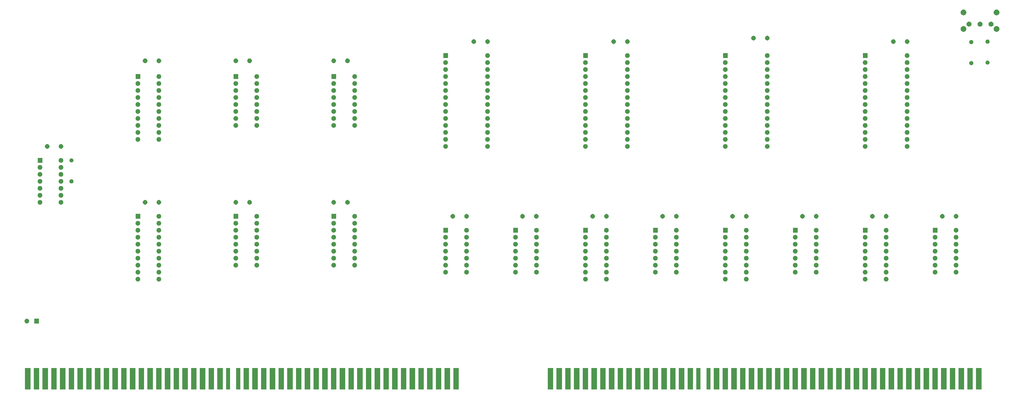
<source format=gbr>
G04 #@! TF.GenerationSoftware,KiCad,Pcbnew,5.1.4-e60b266~84~ubuntu18.04.1*
G04 #@! TF.CreationDate,2019-11-09T01:56:08-04:00*
G04 #@! TF.ProjectId,nova_modern,6e6f7661-5f6d-46f6-9465-726e2e6b6963,0.1*
G04 #@! TF.SameCoordinates,Original*
G04 #@! TF.FileFunction,Soldermask,Bot*
G04 #@! TF.FilePolarity,Negative*
%FSLAX46Y46*%
G04 Gerber Fmt 4.6, Leading zero omitted, Abs format (unit mm)*
G04 Created by KiCad (PCBNEW 5.1.4-e60b266~84~ubuntu18.04.1) date 2019-11-09 01:56:08*
%MOMM*%
%LPD*%
G04 APERTURE LIST*
%ADD10C,0.100000*%
G04 APERTURE END LIST*
D10*
G36*
X354698500Y-108636000D02*
G01*
X352691500Y-108636000D01*
X352691500Y-100914000D01*
X354698500Y-100914000D01*
X354698500Y-108636000D01*
X354698500Y-108636000D01*
G37*
G36*
X392798500Y-108636000D02*
G01*
X390791500Y-108636000D01*
X390791500Y-100914000D01*
X392798500Y-100914000D01*
X392798500Y-108636000D01*
X392798500Y-108636000D01*
G37*
G36*
X389623500Y-108636000D02*
G01*
X387616500Y-108636000D01*
X387616500Y-100914000D01*
X389623500Y-100914000D01*
X389623500Y-108636000D01*
X389623500Y-108636000D01*
G37*
G36*
X386448500Y-108636000D02*
G01*
X384441500Y-108636000D01*
X384441500Y-100914000D01*
X386448500Y-100914000D01*
X386448500Y-108636000D01*
X386448500Y-108636000D01*
G37*
G36*
X383273500Y-108636000D02*
G01*
X381266500Y-108636000D01*
X381266500Y-100914000D01*
X383273500Y-100914000D01*
X383273500Y-108636000D01*
X383273500Y-108636000D01*
G37*
G36*
X380098500Y-108636000D02*
G01*
X378091500Y-108636000D01*
X378091500Y-100914000D01*
X380098500Y-100914000D01*
X380098500Y-108636000D01*
X380098500Y-108636000D01*
G37*
G36*
X376923500Y-108636000D02*
G01*
X374916500Y-108636000D01*
X374916500Y-100914000D01*
X376923500Y-100914000D01*
X376923500Y-108636000D01*
X376923500Y-108636000D01*
G37*
G36*
X373748500Y-108636000D02*
G01*
X371741500Y-108636000D01*
X371741500Y-100914000D01*
X373748500Y-100914000D01*
X373748500Y-108636000D01*
X373748500Y-108636000D01*
G37*
G36*
X370573500Y-108636000D02*
G01*
X368566500Y-108636000D01*
X368566500Y-100914000D01*
X370573500Y-100914000D01*
X370573500Y-108636000D01*
X370573500Y-108636000D01*
G37*
G36*
X367398500Y-108636000D02*
G01*
X365391500Y-108636000D01*
X365391500Y-100914000D01*
X367398500Y-100914000D01*
X367398500Y-108636000D01*
X367398500Y-108636000D01*
G37*
G36*
X364223500Y-108636000D02*
G01*
X362216500Y-108636000D01*
X362216500Y-100914000D01*
X364223500Y-100914000D01*
X364223500Y-108636000D01*
X364223500Y-108636000D01*
G37*
G36*
X361048500Y-108636000D02*
G01*
X359041500Y-108636000D01*
X359041500Y-100914000D01*
X361048500Y-100914000D01*
X361048500Y-108636000D01*
X361048500Y-108636000D01*
G37*
G36*
X316598500Y-108636000D02*
G01*
X314591500Y-108636000D01*
X314591500Y-100914000D01*
X316598500Y-100914000D01*
X316598500Y-108636000D01*
X316598500Y-108636000D01*
G37*
G36*
X278498500Y-108636000D02*
G01*
X276491500Y-108636000D01*
X276491500Y-100914000D01*
X278498500Y-100914000D01*
X278498500Y-108636000D01*
X278498500Y-108636000D01*
G37*
G36*
X351523500Y-108636000D02*
G01*
X349516500Y-108636000D01*
X349516500Y-100914000D01*
X351523500Y-100914000D01*
X351523500Y-108636000D01*
X351523500Y-108636000D01*
G37*
G36*
X348348500Y-108636000D02*
G01*
X346341500Y-108636000D01*
X346341500Y-100914000D01*
X348348500Y-100914000D01*
X348348500Y-108636000D01*
X348348500Y-108636000D01*
G37*
G36*
X345173500Y-108636000D02*
G01*
X343166500Y-108636000D01*
X343166500Y-100914000D01*
X345173500Y-100914000D01*
X345173500Y-108636000D01*
X345173500Y-108636000D01*
G37*
G36*
X341998500Y-108636000D02*
G01*
X339991500Y-108636000D01*
X339991500Y-100914000D01*
X341998500Y-100914000D01*
X341998500Y-108636000D01*
X341998500Y-108636000D01*
G37*
G36*
X338823500Y-108636000D02*
G01*
X336816500Y-108636000D01*
X336816500Y-100914000D01*
X338823500Y-100914000D01*
X338823500Y-108636000D01*
X338823500Y-108636000D01*
G37*
G36*
X335648500Y-108636000D02*
G01*
X333641500Y-108636000D01*
X333641500Y-100914000D01*
X335648500Y-100914000D01*
X335648500Y-108636000D01*
X335648500Y-108636000D01*
G37*
G36*
X332473500Y-108636000D02*
G01*
X330466500Y-108636000D01*
X330466500Y-100914000D01*
X332473500Y-100914000D01*
X332473500Y-108636000D01*
X332473500Y-108636000D01*
G37*
G36*
X329298500Y-108636000D02*
G01*
X327291500Y-108636000D01*
X327291500Y-100914000D01*
X329298500Y-100914000D01*
X329298500Y-108636000D01*
X329298500Y-108636000D01*
G37*
G36*
X326123500Y-108636000D02*
G01*
X324116500Y-108636000D01*
X324116500Y-100914000D01*
X326123500Y-100914000D01*
X326123500Y-108636000D01*
X326123500Y-108636000D01*
G37*
G36*
X322948500Y-108636000D02*
G01*
X320941500Y-108636000D01*
X320941500Y-100914000D01*
X322948500Y-100914000D01*
X322948500Y-108636000D01*
X322948500Y-108636000D01*
G37*
G36*
X319773500Y-108636000D02*
G01*
X317766500Y-108636000D01*
X317766500Y-100914000D01*
X319773500Y-100914000D01*
X319773500Y-108636000D01*
X319773500Y-108636000D01*
G37*
G36*
X357873500Y-108636000D02*
G01*
X355866500Y-108636000D01*
X355866500Y-100914000D01*
X357873500Y-100914000D01*
X357873500Y-108636000D01*
X357873500Y-108636000D01*
G37*
G36*
X275323500Y-108636000D02*
G01*
X273316500Y-108636000D01*
X273316500Y-100914000D01*
X275323500Y-100914000D01*
X275323500Y-108636000D01*
X275323500Y-108636000D01*
G37*
G36*
X164833500Y-108636000D02*
G01*
X162826500Y-108636000D01*
X162826500Y-100914000D01*
X164833500Y-100914000D01*
X164833500Y-108636000D01*
X164833500Y-108636000D01*
G37*
G36*
X313423500Y-108636000D02*
G01*
X311416500Y-108636000D01*
X311416500Y-100914000D01*
X313423500Y-100914000D01*
X313423500Y-108636000D01*
X313423500Y-108636000D01*
G37*
G36*
X310248500Y-108636000D02*
G01*
X308241500Y-108636000D01*
X308241500Y-100914000D01*
X310248500Y-100914000D01*
X310248500Y-108636000D01*
X310248500Y-108636000D01*
G37*
G36*
X307073500Y-108636000D02*
G01*
X305066500Y-108636000D01*
X305066500Y-100914000D01*
X307073500Y-100914000D01*
X307073500Y-108636000D01*
X307073500Y-108636000D01*
G37*
G36*
X303898500Y-108636000D02*
G01*
X301891500Y-108636000D01*
X301891500Y-100914000D01*
X303898500Y-100914000D01*
X303898500Y-108636000D01*
X303898500Y-108636000D01*
G37*
G36*
X300723500Y-108636000D02*
G01*
X298716500Y-108636000D01*
X298716500Y-100914000D01*
X300723500Y-100914000D01*
X300723500Y-108636000D01*
X300723500Y-108636000D01*
G37*
G36*
X297548500Y-108636000D02*
G01*
X295541500Y-108636000D01*
X295541500Y-100914000D01*
X297548500Y-100914000D01*
X297548500Y-108636000D01*
X297548500Y-108636000D01*
G37*
G36*
X294373500Y-108636000D02*
G01*
X292874500Y-108636000D01*
X292874500Y-100914000D01*
X294373500Y-100914000D01*
X294373500Y-108636000D01*
X294373500Y-108636000D01*
G37*
G36*
X290690500Y-108636000D02*
G01*
X289191500Y-108636000D01*
X289191500Y-100914000D01*
X290690500Y-100914000D01*
X290690500Y-108636000D01*
X290690500Y-108636000D01*
G37*
G36*
X288023500Y-108636000D02*
G01*
X286016500Y-108636000D01*
X286016500Y-100914000D01*
X288023500Y-100914000D01*
X288023500Y-108636000D01*
X288023500Y-108636000D01*
G37*
G36*
X284848500Y-108636000D02*
G01*
X282841500Y-108636000D01*
X282841500Y-100914000D01*
X284848500Y-100914000D01*
X284848500Y-108636000D01*
X284848500Y-108636000D01*
G37*
G36*
X281673500Y-108636000D02*
G01*
X279666500Y-108636000D01*
X279666500Y-100914000D01*
X281673500Y-100914000D01*
X281673500Y-108636000D01*
X281673500Y-108636000D01*
G37*
G36*
X126733500Y-108636000D02*
G01*
X124726500Y-108636000D01*
X124726500Y-100914000D01*
X126733500Y-100914000D01*
X126733500Y-108636000D01*
X126733500Y-108636000D01*
G37*
G36*
X272148500Y-108636000D02*
G01*
X270141500Y-108636000D01*
X270141500Y-100914000D01*
X272148500Y-100914000D01*
X272148500Y-108636000D01*
X272148500Y-108636000D01*
G37*
G36*
X268973500Y-108636000D02*
G01*
X266966500Y-108636000D01*
X266966500Y-100914000D01*
X268973500Y-100914000D01*
X268973500Y-108636000D01*
X268973500Y-108636000D01*
G37*
G36*
X265798500Y-108636000D02*
G01*
X263791500Y-108636000D01*
X263791500Y-100914000D01*
X265798500Y-100914000D01*
X265798500Y-108636000D01*
X265798500Y-108636000D01*
G37*
G36*
X262623500Y-108636000D02*
G01*
X260616500Y-108636000D01*
X260616500Y-100914000D01*
X262623500Y-100914000D01*
X262623500Y-108636000D01*
X262623500Y-108636000D01*
G37*
G36*
X259448500Y-108636000D02*
G01*
X257441500Y-108636000D01*
X257441500Y-100914000D01*
X259448500Y-100914000D01*
X259448500Y-108636000D01*
X259448500Y-108636000D01*
G37*
G36*
X256273500Y-108636000D02*
G01*
X254266500Y-108636000D01*
X254266500Y-100914000D01*
X256273500Y-100914000D01*
X256273500Y-108636000D01*
X256273500Y-108636000D01*
G37*
G36*
X253098500Y-108636000D02*
G01*
X251091500Y-108636000D01*
X251091500Y-100914000D01*
X253098500Y-100914000D01*
X253098500Y-108636000D01*
X253098500Y-108636000D01*
G37*
G36*
X249923500Y-108636000D02*
G01*
X247916500Y-108636000D01*
X247916500Y-100914000D01*
X249923500Y-100914000D01*
X249923500Y-108636000D01*
X249923500Y-108636000D01*
G37*
G36*
X246748500Y-108636000D02*
G01*
X244741500Y-108636000D01*
X244741500Y-100914000D01*
X246748500Y-100914000D01*
X246748500Y-108636000D01*
X246748500Y-108636000D01*
G37*
G36*
X243573500Y-108636000D02*
G01*
X241566500Y-108636000D01*
X241566500Y-100914000D01*
X243573500Y-100914000D01*
X243573500Y-108636000D01*
X243573500Y-108636000D01*
G37*
G36*
X240398500Y-108636000D02*
G01*
X238391500Y-108636000D01*
X238391500Y-100914000D01*
X240398500Y-100914000D01*
X240398500Y-108636000D01*
X240398500Y-108636000D01*
G37*
G36*
X123558500Y-108636000D02*
G01*
X122059500Y-108636000D01*
X122059500Y-100914000D01*
X123558500Y-100914000D01*
X123558500Y-108636000D01*
X123558500Y-108636000D01*
G37*
G36*
X202933500Y-108636000D02*
G01*
X200926500Y-108636000D01*
X200926500Y-100914000D01*
X202933500Y-100914000D01*
X202933500Y-108636000D01*
X202933500Y-108636000D01*
G37*
G36*
X199758500Y-108636000D02*
G01*
X197751500Y-108636000D01*
X197751500Y-100914000D01*
X199758500Y-100914000D01*
X199758500Y-108636000D01*
X199758500Y-108636000D01*
G37*
G36*
X196583500Y-108636000D02*
G01*
X194576500Y-108636000D01*
X194576500Y-100914000D01*
X196583500Y-100914000D01*
X196583500Y-108636000D01*
X196583500Y-108636000D01*
G37*
G36*
X193408500Y-108636000D02*
G01*
X191401500Y-108636000D01*
X191401500Y-100914000D01*
X193408500Y-100914000D01*
X193408500Y-108636000D01*
X193408500Y-108636000D01*
G37*
G36*
X190233500Y-108636000D02*
G01*
X188226500Y-108636000D01*
X188226500Y-100914000D01*
X190233500Y-100914000D01*
X190233500Y-108636000D01*
X190233500Y-108636000D01*
G37*
G36*
X187058500Y-108636000D02*
G01*
X185051500Y-108636000D01*
X185051500Y-100914000D01*
X187058500Y-100914000D01*
X187058500Y-108636000D01*
X187058500Y-108636000D01*
G37*
G36*
X183883500Y-108636000D02*
G01*
X181876500Y-108636000D01*
X181876500Y-100914000D01*
X183883500Y-100914000D01*
X183883500Y-108636000D01*
X183883500Y-108636000D01*
G37*
G36*
X180708500Y-108636000D02*
G01*
X178701500Y-108636000D01*
X178701500Y-100914000D01*
X180708500Y-100914000D01*
X180708500Y-108636000D01*
X180708500Y-108636000D01*
G37*
G36*
X177533500Y-108636000D02*
G01*
X175526500Y-108636000D01*
X175526500Y-100914000D01*
X177533500Y-100914000D01*
X177533500Y-108636000D01*
X177533500Y-108636000D01*
G37*
G36*
X174358500Y-108636000D02*
G01*
X172351500Y-108636000D01*
X172351500Y-100914000D01*
X174358500Y-100914000D01*
X174358500Y-108636000D01*
X174358500Y-108636000D01*
G37*
G36*
X171183500Y-108636000D02*
G01*
X169176500Y-108636000D01*
X169176500Y-100914000D01*
X171183500Y-100914000D01*
X171183500Y-108636000D01*
X171183500Y-108636000D01*
G37*
G36*
X168008500Y-108636000D02*
G01*
X166001500Y-108636000D01*
X166001500Y-100914000D01*
X168008500Y-100914000D01*
X168008500Y-108636000D01*
X168008500Y-108636000D01*
G37*
G36*
X117208500Y-108636000D02*
G01*
X115201500Y-108636000D01*
X115201500Y-100914000D01*
X117208500Y-100914000D01*
X117208500Y-108636000D01*
X117208500Y-108636000D01*
G37*
G36*
X161658500Y-108636000D02*
G01*
X159651500Y-108636000D01*
X159651500Y-100914000D01*
X161658500Y-100914000D01*
X161658500Y-108636000D01*
X161658500Y-108636000D01*
G37*
G36*
X158483500Y-108636000D02*
G01*
X156476500Y-108636000D01*
X156476500Y-100914000D01*
X158483500Y-100914000D01*
X158483500Y-108636000D01*
X158483500Y-108636000D01*
G37*
G36*
X155308500Y-108636000D02*
G01*
X153301500Y-108636000D01*
X153301500Y-100914000D01*
X155308500Y-100914000D01*
X155308500Y-108636000D01*
X155308500Y-108636000D01*
G37*
G36*
X152133500Y-108636000D02*
G01*
X150126500Y-108636000D01*
X150126500Y-100914000D01*
X152133500Y-100914000D01*
X152133500Y-108636000D01*
X152133500Y-108636000D01*
G37*
G36*
X148958500Y-108636000D02*
G01*
X146951500Y-108636000D01*
X146951500Y-100914000D01*
X148958500Y-100914000D01*
X148958500Y-108636000D01*
X148958500Y-108636000D01*
G37*
G36*
X145783500Y-108636000D02*
G01*
X143776500Y-108636000D01*
X143776500Y-100914000D01*
X145783500Y-100914000D01*
X145783500Y-108636000D01*
X145783500Y-108636000D01*
G37*
G36*
X142608500Y-108636000D02*
G01*
X140601500Y-108636000D01*
X140601500Y-100914000D01*
X142608500Y-100914000D01*
X142608500Y-108636000D01*
X142608500Y-108636000D01*
G37*
G36*
X139433500Y-108636000D02*
G01*
X137426500Y-108636000D01*
X137426500Y-100914000D01*
X139433500Y-100914000D01*
X139433500Y-108636000D01*
X139433500Y-108636000D01*
G37*
G36*
X136258500Y-108636000D02*
G01*
X134251500Y-108636000D01*
X134251500Y-100914000D01*
X136258500Y-100914000D01*
X136258500Y-108636000D01*
X136258500Y-108636000D01*
G37*
G36*
X133083500Y-108636000D02*
G01*
X131076500Y-108636000D01*
X131076500Y-100914000D01*
X133083500Y-100914000D01*
X133083500Y-108636000D01*
X133083500Y-108636000D01*
G37*
G36*
X129908500Y-108636000D02*
G01*
X127901500Y-108636000D01*
X127901500Y-100914000D01*
X129908500Y-100914000D01*
X129908500Y-108636000D01*
X129908500Y-108636000D01*
G37*
G36*
X47358500Y-108636000D02*
G01*
X45351500Y-108636000D01*
X45351500Y-100914000D01*
X47358500Y-100914000D01*
X47358500Y-108636000D01*
X47358500Y-108636000D01*
G37*
G36*
X119875500Y-108636000D02*
G01*
X118376500Y-108636000D01*
X118376500Y-100914000D01*
X119875500Y-100914000D01*
X119875500Y-108636000D01*
X119875500Y-108636000D01*
G37*
G36*
X114033500Y-108636000D02*
G01*
X112026500Y-108636000D01*
X112026500Y-100914000D01*
X114033500Y-100914000D01*
X114033500Y-108636000D01*
X114033500Y-108636000D01*
G37*
G36*
X110858500Y-108636000D02*
G01*
X108851500Y-108636000D01*
X108851500Y-100914000D01*
X110858500Y-100914000D01*
X110858500Y-108636000D01*
X110858500Y-108636000D01*
G37*
G36*
X107683500Y-108636000D02*
G01*
X105676500Y-108636000D01*
X105676500Y-100914000D01*
X107683500Y-100914000D01*
X107683500Y-108636000D01*
X107683500Y-108636000D01*
G37*
G36*
X104508500Y-108636000D02*
G01*
X102501500Y-108636000D01*
X102501500Y-100914000D01*
X104508500Y-100914000D01*
X104508500Y-108636000D01*
X104508500Y-108636000D01*
G37*
G36*
X101333500Y-108636000D02*
G01*
X99326500Y-108636000D01*
X99326500Y-100914000D01*
X101333500Y-100914000D01*
X101333500Y-108636000D01*
X101333500Y-108636000D01*
G37*
G36*
X98158500Y-108636000D02*
G01*
X96151500Y-108636000D01*
X96151500Y-100914000D01*
X98158500Y-100914000D01*
X98158500Y-108636000D01*
X98158500Y-108636000D01*
G37*
G36*
X94983500Y-108636000D02*
G01*
X92976500Y-108636000D01*
X92976500Y-100914000D01*
X94983500Y-100914000D01*
X94983500Y-108636000D01*
X94983500Y-108636000D01*
G37*
G36*
X91808500Y-108636000D02*
G01*
X89801500Y-108636000D01*
X89801500Y-100914000D01*
X91808500Y-100914000D01*
X91808500Y-108636000D01*
X91808500Y-108636000D01*
G37*
G36*
X88633500Y-108636000D02*
G01*
X86626500Y-108636000D01*
X86626500Y-100914000D01*
X88633500Y-100914000D01*
X88633500Y-108636000D01*
X88633500Y-108636000D01*
G37*
G36*
X237223500Y-108636000D02*
G01*
X235216500Y-108636000D01*
X235216500Y-100914000D01*
X237223500Y-100914000D01*
X237223500Y-108636000D01*
X237223500Y-108636000D01*
G37*
G36*
X79108500Y-108636000D02*
G01*
X77101500Y-108636000D01*
X77101500Y-100914000D01*
X79108500Y-100914000D01*
X79108500Y-108636000D01*
X79108500Y-108636000D01*
G37*
G36*
X82283500Y-108636000D02*
G01*
X80276500Y-108636000D01*
X80276500Y-100914000D01*
X82283500Y-100914000D01*
X82283500Y-108636000D01*
X82283500Y-108636000D01*
G37*
G36*
X85458500Y-108636000D02*
G01*
X83451500Y-108636000D01*
X83451500Y-100914000D01*
X85458500Y-100914000D01*
X85458500Y-108636000D01*
X85458500Y-108636000D01*
G37*
G36*
X50533500Y-108636000D02*
G01*
X48526500Y-108636000D01*
X48526500Y-100914000D01*
X50533500Y-100914000D01*
X50533500Y-108636000D01*
X50533500Y-108636000D01*
G37*
G36*
X53708500Y-108636000D02*
G01*
X51701500Y-108636000D01*
X51701500Y-100914000D01*
X53708500Y-100914000D01*
X53708500Y-108636000D01*
X53708500Y-108636000D01*
G37*
G36*
X56883500Y-108636000D02*
G01*
X54876500Y-108636000D01*
X54876500Y-100914000D01*
X56883500Y-100914000D01*
X56883500Y-108636000D01*
X56883500Y-108636000D01*
G37*
G36*
X60058500Y-108636000D02*
G01*
X58051500Y-108636000D01*
X58051500Y-100914000D01*
X60058500Y-100914000D01*
X60058500Y-108636000D01*
X60058500Y-108636000D01*
G37*
G36*
X63233500Y-108636000D02*
G01*
X61226500Y-108636000D01*
X61226500Y-100914000D01*
X63233500Y-100914000D01*
X63233500Y-108636000D01*
X63233500Y-108636000D01*
G37*
G36*
X66408500Y-108636000D02*
G01*
X64401500Y-108636000D01*
X64401500Y-100914000D01*
X66408500Y-100914000D01*
X66408500Y-108636000D01*
X66408500Y-108636000D01*
G37*
G36*
X69583500Y-108636000D02*
G01*
X67576500Y-108636000D01*
X67576500Y-100914000D01*
X69583500Y-100914000D01*
X69583500Y-108636000D01*
X69583500Y-108636000D01*
G37*
G36*
X72758500Y-108636000D02*
G01*
X70751500Y-108636000D01*
X70751500Y-100914000D01*
X72758500Y-100914000D01*
X72758500Y-108636000D01*
X72758500Y-108636000D01*
G37*
G36*
X75933500Y-108636000D02*
G01*
X73926500Y-108636000D01*
X73926500Y-100914000D01*
X75933500Y-100914000D01*
X75933500Y-108636000D01*
X75933500Y-108636000D01*
G37*
G36*
X50381000Y-84671000D02*
G01*
X48679000Y-84671000D01*
X48679000Y-82969000D01*
X50381000Y-82969000D01*
X50381000Y-84671000D01*
X50381000Y-84671000D01*
G37*
G36*
X46278228Y-83001703D02*
G01*
X46433100Y-83065853D01*
X46572481Y-83158985D01*
X46691015Y-83277519D01*
X46784147Y-83416900D01*
X46848297Y-83571772D01*
X46881000Y-83736184D01*
X46881000Y-83903816D01*
X46848297Y-84068228D01*
X46784147Y-84223100D01*
X46691015Y-84362481D01*
X46572481Y-84481015D01*
X46433100Y-84574147D01*
X46278228Y-84638297D01*
X46113816Y-84671000D01*
X45946184Y-84671000D01*
X45781772Y-84638297D01*
X45626900Y-84574147D01*
X45487519Y-84481015D01*
X45368985Y-84362481D01*
X45275853Y-84223100D01*
X45211703Y-84068228D01*
X45179000Y-83903816D01*
X45179000Y-83736184D01*
X45211703Y-83571772D01*
X45275853Y-83416900D01*
X45368985Y-83277519D01*
X45487519Y-83158985D01*
X45626900Y-83065853D01*
X45781772Y-83001703D01*
X45946184Y-82969000D01*
X46113816Y-82969000D01*
X46278228Y-83001703D01*
X46278228Y-83001703D01*
G37*
G36*
X86526823Y-67741313D02*
G01*
X86687242Y-67789976D01*
X86819906Y-67860886D01*
X86835078Y-67868996D01*
X86964659Y-67975341D01*
X87071004Y-68104922D01*
X87071005Y-68104924D01*
X87150024Y-68252758D01*
X87198687Y-68413177D01*
X87215117Y-68580000D01*
X87198687Y-68746823D01*
X87150024Y-68907242D01*
X87079114Y-69039906D01*
X87071004Y-69055078D01*
X86964659Y-69184659D01*
X86835078Y-69291004D01*
X86835076Y-69291005D01*
X86687242Y-69370024D01*
X86526823Y-69418687D01*
X86401804Y-69431000D01*
X86318196Y-69431000D01*
X86193177Y-69418687D01*
X86032758Y-69370024D01*
X85884924Y-69291005D01*
X85884922Y-69291004D01*
X85755341Y-69184659D01*
X85648996Y-69055078D01*
X85640886Y-69039906D01*
X85569976Y-68907242D01*
X85521313Y-68746823D01*
X85504883Y-68580000D01*
X85521313Y-68413177D01*
X85569976Y-68252758D01*
X85648995Y-68104924D01*
X85648996Y-68104922D01*
X85755341Y-67975341D01*
X85884922Y-67868996D01*
X85900094Y-67860886D01*
X86032758Y-67789976D01*
X86193177Y-67741313D01*
X86318196Y-67729000D01*
X86401804Y-67729000D01*
X86526823Y-67741313D01*
X86526823Y-67741313D01*
G37*
G36*
X350686823Y-67741313D02*
G01*
X350847242Y-67789976D01*
X350979906Y-67860886D01*
X350995078Y-67868996D01*
X351124659Y-67975341D01*
X351231004Y-68104922D01*
X351231005Y-68104924D01*
X351310024Y-68252758D01*
X351358687Y-68413177D01*
X351375117Y-68580000D01*
X351358687Y-68746823D01*
X351310024Y-68907242D01*
X351239114Y-69039906D01*
X351231004Y-69055078D01*
X351124659Y-69184659D01*
X350995078Y-69291004D01*
X350995076Y-69291005D01*
X350847242Y-69370024D01*
X350686823Y-69418687D01*
X350561804Y-69431000D01*
X350478196Y-69431000D01*
X350353177Y-69418687D01*
X350192758Y-69370024D01*
X350044924Y-69291005D01*
X350044922Y-69291004D01*
X349915341Y-69184659D01*
X349808996Y-69055078D01*
X349800886Y-69039906D01*
X349729976Y-68907242D01*
X349681313Y-68746823D01*
X349664883Y-68580000D01*
X349681313Y-68413177D01*
X349729976Y-68252758D01*
X349808995Y-68104924D01*
X349808996Y-68104922D01*
X349915341Y-67975341D01*
X350044922Y-67868996D01*
X350060094Y-67860886D01*
X350192758Y-67789976D01*
X350353177Y-67741313D01*
X350478196Y-67729000D01*
X350561804Y-67729000D01*
X350686823Y-67741313D01*
X350686823Y-67741313D01*
G37*
G36*
X94146823Y-67741313D02*
G01*
X94307242Y-67789976D01*
X94439906Y-67860886D01*
X94455078Y-67868996D01*
X94584659Y-67975341D01*
X94691004Y-68104922D01*
X94691005Y-68104924D01*
X94770024Y-68252758D01*
X94818687Y-68413177D01*
X94835117Y-68580000D01*
X94818687Y-68746823D01*
X94770024Y-68907242D01*
X94699114Y-69039906D01*
X94691004Y-69055078D01*
X94584659Y-69184659D01*
X94455078Y-69291004D01*
X94455076Y-69291005D01*
X94307242Y-69370024D01*
X94146823Y-69418687D01*
X94021804Y-69431000D01*
X93938196Y-69431000D01*
X93813177Y-69418687D01*
X93652758Y-69370024D01*
X93504924Y-69291005D01*
X93504922Y-69291004D01*
X93375341Y-69184659D01*
X93268996Y-69055078D01*
X93260886Y-69039906D01*
X93189976Y-68907242D01*
X93141313Y-68746823D01*
X93124883Y-68580000D01*
X93141313Y-68413177D01*
X93189976Y-68252758D01*
X93268995Y-68104924D01*
X93268996Y-68104922D01*
X93375341Y-67975341D01*
X93504922Y-67868996D01*
X93520094Y-67860886D01*
X93652758Y-67789976D01*
X93813177Y-67741313D01*
X93938196Y-67729000D01*
X94021804Y-67729000D01*
X94146823Y-67741313D01*
X94146823Y-67741313D01*
G37*
G36*
X256706823Y-67741313D02*
G01*
X256867242Y-67789976D01*
X256999906Y-67860886D01*
X257015078Y-67868996D01*
X257144659Y-67975341D01*
X257251004Y-68104922D01*
X257251005Y-68104924D01*
X257330024Y-68252758D01*
X257378687Y-68413177D01*
X257395117Y-68580000D01*
X257378687Y-68746823D01*
X257330024Y-68907242D01*
X257259114Y-69039906D01*
X257251004Y-69055078D01*
X257144659Y-69184659D01*
X257015078Y-69291004D01*
X257015076Y-69291005D01*
X256867242Y-69370024D01*
X256706823Y-69418687D01*
X256581804Y-69431000D01*
X256498196Y-69431000D01*
X256373177Y-69418687D01*
X256212758Y-69370024D01*
X256064924Y-69291005D01*
X256064922Y-69291004D01*
X255935341Y-69184659D01*
X255828996Y-69055078D01*
X255820886Y-69039906D01*
X255749976Y-68907242D01*
X255701313Y-68746823D01*
X255684883Y-68580000D01*
X255701313Y-68413177D01*
X255749976Y-68252758D01*
X255828995Y-68104924D01*
X255828996Y-68104922D01*
X255935341Y-67975341D01*
X256064922Y-67868996D01*
X256080094Y-67860886D01*
X256212758Y-67789976D01*
X256373177Y-67741313D01*
X256498196Y-67729000D01*
X256581804Y-67729000D01*
X256706823Y-67741313D01*
X256706823Y-67741313D01*
G37*
G36*
X249086823Y-67741313D02*
G01*
X249247242Y-67789976D01*
X249379906Y-67860886D01*
X249395078Y-67868996D01*
X249524659Y-67975341D01*
X249631004Y-68104922D01*
X249631005Y-68104924D01*
X249710024Y-68252758D01*
X249758687Y-68413177D01*
X249775117Y-68580000D01*
X249758687Y-68746823D01*
X249710024Y-68907242D01*
X249639114Y-69039906D01*
X249631004Y-69055078D01*
X249524659Y-69184659D01*
X249395078Y-69291004D01*
X249395076Y-69291005D01*
X249247242Y-69370024D01*
X249086823Y-69418687D01*
X248961804Y-69431000D01*
X248878196Y-69431000D01*
X248753177Y-69418687D01*
X248592758Y-69370024D01*
X248444924Y-69291005D01*
X248444922Y-69291004D01*
X248315341Y-69184659D01*
X248208996Y-69055078D01*
X248200886Y-69039906D01*
X248129976Y-68907242D01*
X248081313Y-68746823D01*
X248064883Y-68580000D01*
X248081313Y-68413177D01*
X248129976Y-68252758D01*
X248208995Y-68104924D01*
X248208996Y-68104922D01*
X248315341Y-67975341D01*
X248444922Y-67868996D01*
X248460094Y-67860886D01*
X248592758Y-67789976D01*
X248753177Y-67741313D01*
X248878196Y-67729000D01*
X248961804Y-67729000D01*
X249086823Y-67741313D01*
X249086823Y-67741313D01*
G37*
G36*
X299886823Y-67741313D02*
G01*
X300047242Y-67789976D01*
X300179906Y-67860886D01*
X300195078Y-67868996D01*
X300324659Y-67975341D01*
X300431004Y-68104922D01*
X300431005Y-68104924D01*
X300510024Y-68252758D01*
X300558687Y-68413177D01*
X300575117Y-68580000D01*
X300558687Y-68746823D01*
X300510024Y-68907242D01*
X300439114Y-69039906D01*
X300431004Y-69055078D01*
X300324659Y-69184659D01*
X300195078Y-69291004D01*
X300195076Y-69291005D01*
X300047242Y-69370024D01*
X299886823Y-69418687D01*
X299761804Y-69431000D01*
X299678196Y-69431000D01*
X299553177Y-69418687D01*
X299392758Y-69370024D01*
X299244924Y-69291005D01*
X299244922Y-69291004D01*
X299115341Y-69184659D01*
X299008996Y-69055078D01*
X299000886Y-69039906D01*
X298929976Y-68907242D01*
X298881313Y-68746823D01*
X298864883Y-68580000D01*
X298881313Y-68413177D01*
X298929976Y-68252758D01*
X299008995Y-68104924D01*
X299008996Y-68104922D01*
X299115341Y-67975341D01*
X299244922Y-67868996D01*
X299260094Y-67860886D01*
X299392758Y-67789976D01*
X299553177Y-67741313D01*
X299678196Y-67729000D01*
X299761804Y-67729000D01*
X299886823Y-67741313D01*
X299886823Y-67741313D01*
G37*
G36*
X307506823Y-67741313D02*
G01*
X307667242Y-67789976D01*
X307799906Y-67860886D01*
X307815078Y-67868996D01*
X307944659Y-67975341D01*
X308051004Y-68104922D01*
X308051005Y-68104924D01*
X308130024Y-68252758D01*
X308178687Y-68413177D01*
X308195117Y-68580000D01*
X308178687Y-68746823D01*
X308130024Y-68907242D01*
X308059114Y-69039906D01*
X308051004Y-69055078D01*
X307944659Y-69184659D01*
X307815078Y-69291004D01*
X307815076Y-69291005D01*
X307667242Y-69370024D01*
X307506823Y-69418687D01*
X307381804Y-69431000D01*
X307298196Y-69431000D01*
X307173177Y-69418687D01*
X307012758Y-69370024D01*
X306864924Y-69291005D01*
X306864922Y-69291004D01*
X306735341Y-69184659D01*
X306628996Y-69055078D01*
X306620886Y-69039906D01*
X306549976Y-68907242D01*
X306501313Y-68746823D01*
X306484883Y-68580000D01*
X306501313Y-68413177D01*
X306549976Y-68252758D01*
X306628995Y-68104924D01*
X306628996Y-68104922D01*
X306735341Y-67975341D01*
X306864922Y-67868996D01*
X306880094Y-67860886D01*
X307012758Y-67789976D01*
X307173177Y-67741313D01*
X307298196Y-67729000D01*
X307381804Y-67729000D01*
X307506823Y-67741313D01*
X307506823Y-67741313D01*
G37*
G36*
X358306823Y-67741313D02*
G01*
X358467242Y-67789976D01*
X358599906Y-67860886D01*
X358615078Y-67868996D01*
X358744659Y-67975341D01*
X358851004Y-68104922D01*
X358851005Y-68104924D01*
X358930024Y-68252758D01*
X358978687Y-68413177D01*
X358995117Y-68580000D01*
X358978687Y-68746823D01*
X358930024Y-68907242D01*
X358859114Y-69039906D01*
X358851004Y-69055078D01*
X358744659Y-69184659D01*
X358615078Y-69291004D01*
X358615076Y-69291005D01*
X358467242Y-69370024D01*
X358306823Y-69418687D01*
X358181804Y-69431000D01*
X358098196Y-69431000D01*
X357973177Y-69418687D01*
X357812758Y-69370024D01*
X357664924Y-69291005D01*
X357664922Y-69291004D01*
X357535341Y-69184659D01*
X357428996Y-69055078D01*
X357420886Y-69039906D01*
X357349976Y-68907242D01*
X357301313Y-68746823D01*
X357284883Y-68580000D01*
X357301313Y-68413177D01*
X357349976Y-68252758D01*
X357428995Y-68104924D01*
X357428996Y-68104922D01*
X357535341Y-67975341D01*
X357664922Y-67868996D01*
X357680094Y-67860886D01*
X357812758Y-67789976D01*
X357973177Y-67741313D01*
X358098196Y-67729000D01*
X358181804Y-67729000D01*
X358306823Y-67741313D01*
X358306823Y-67741313D01*
G37*
G36*
X198286823Y-65201313D02*
G01*
X198447242Y-65249976D01*
X198579906Y-65320886D01*
X198595078Y-65328996D01*
X198724659Y-65435341D01*
X198831004Y-65564922D01*
X198831005Y-65564924D01*
X198910024Y-65712758D01*
X198958687Y-65873177D01*
X198975117Y-66040000D01*
X198958687Y-66206823D01*
X198910024Y-66367242D01*
X198839114Y-66499906D01*
X198831004Y-66515078D01*
X198724659Y-66644659D01*
X198595078Y-66751004D01*
X198595076Y-66751005D01*
X198447242Y-66830024D01*
X198286823Y-66878687D01*
X198161804Y-66891000D01*
X198078196Y-66891000D01*
X197953177Y-66878687D01*
X197792758Y-66830024D01*
X197644924Y-66751005D01*
X197644922Y-66751004D01*
X197515341Y-66644659D01*
X197408996Y-66515078D01*
X197400886Y-66499906D01*
X197329976Y-66367242D01*
X197281313Y-66206823D01*
X197264883Y-66040000D01*
X197281313Y-65873177D01*
X197329976Y-65712758D01*
X197408995Y-65564924D01*
X197408996Y-65564922D01*
X197515341Y-65435341D01*
X197644922Y-65328996D01*
X197660094Y-65320886D01*
X197792758Y-65249976D01*
X197953177Y-65201313D01*
X198078196Y-65189000D01*
X198161804Y-65189000D01*
X198286823Y-65201313D01*
X198286823Y-65201313D01*
G37*
G36*
X383706823Y-65201313D02*
G01*
X383867242Y-65249976D01*
X383999906Y-65320886D01*
X384015078Y-65328996D01*
X384144659Y-65435341D01*
X384251004Y-65564922D01*
X384251005Y-65564924D01*
X384330024Y-65712758D01*
X384378687Y-65873177D01*
X384395117Y-66040000D01*
X384378687Y-66206823D01*
X384330024Y-66367242D01*
X384259114Y-66499906D01*
X384251004Y-66515078D01*
X384144659Y-66644659D01*
X384015078Y-66751004D01*
X384015076Y-66751005D01*
X383867242Y-66830024D01*
X383706823Y-66878687D01*
X383581804Y-66891000D01*
X383498196Y-66891000D01*
X383373177Y-66878687D01*
X383212758Y-66830024D01*
X383064924Y-66751005D01*
X383064922Y-66751004D01*
X382935341Y-66644659D01*
X382828996Y-66515078D01*
X382820886Y-66499906D01*
X382749976Y-66367242D01*
X382701313Y-66206823D01*
X382684883Y-66040000D01*
X382701313Y-65873177D01*
X382749976Y-65712758D01*
X382828995Y-65564924D01*
X382828996Y-65564922D01*
X382935341Y-65435341D01*
X383064922Y-65328996D01*
X383080094Y-65320886D01*
X383212758Y-65249976D01*
X383373177Y-65201313D01*
X383498196Y-65189000D01*
X383581804Y-65189000D01*
X383706823Y-65201313D01*
X383706823Y-65201313D01*
G37*
G36*
X350686823Y-65201313D02*
G01*
X350847242Y-65249976D01*
X350979906Y-65320886D01*
X350995078Y-65328996D01*
X351124659Y-65435341D01*
X351231004Y-65564922D01*
X351231005Y-65564924D01*
X351310024Y-65712758D01*
X351358687Y-65873177D01*
X351375117Y-66040000D01*
X351358687Y-66206823D01*
X351310024Y-66367242D01*
X351239114Y-66499906D01*
X351231004Y-66515078D01*
X351124659Y-66644659D01*
X350995078Y-66751004D01*
X350995076Y-66751005D01*
X350847242Y-66830024D01*
X350686823Y-66878687D01*
X350561804Y-66891000D01*
X350478196Y-66891000D01*
X350353177Y-66878687D01*
X350192758Y-66830024D01*
X350044924Y-66751005D01*
X350044922Y-66751004D01*
X349915341Y-66644659D01*
X349808996Y-66515078D01*
X349800886Y-66499906D01*
X349729976Y-66367242D01*
X349681313Y-66206823D01*
X349664883Y-66040000D01*
X349681313Y-65873177D01*
X349729976Y-65712758D01*
X349808995Y-65564924D01*
X349808996Y-65564922D01*
X349915341Y-65435341D01*
X350044922Y-65328996D01*
X350060094Y-65320886D01*
X350192758Y-65249976D01*
X350353177Y-65201313D01*
X350478196Y-65189000D01*
X350561804Y-65189000D01*
X350686823Y-65201313D01*
X350686823Y-65201313D01*
G37*
G36*
X94146823Y-65201313D02*
G01*
X94307242Y-65249976D01*
X94439906Y-65320886D01*
X94455078Y-65328996D01*
X94584659Y-65435341D01*
X94691004Y-65564922D01*
X94691005Y-65564924D01*
X94770024Y-65712758D01*
X94818687Y-65873177D01*
X94835117Y-66040000D01*
X94818687Y-66206823D01*
X94770024Y-66367242D01*
X94699114Y-66499906D01*
X94691004Y-66515078D01*
X94584659Y-66644659D01*
X94455078Y-66751004D01*
X94455076Y-66751005D01*
X94307242Y-66830024D01*
X94146823Y-66878687D01*
X94021804Y-66891000D01*
X93938196Y-66891000D01*
X93813177Y-66878687D01*
X93652758Y-66830024D01*
X93504924Y-66751005D01*
X93504922Y-66751004D01*
X93375341Y-66644659D01*
X93268996Y-66515078D01*
X93260886Y-66499906D01*
X93189976Y-66367242D01*
X93141313Y-66206823D01*
X93124883Y-66040000D01*
X93141313Y-65873177D01*
X93189976Y-65712758D01*
X93268995Y-65564924D01*
X93268996Y-65564922D01*
X93375341Y-65435341D01*
X93504922Y-65328996D01*
X93520094Y-65320886D01*
X93652758Y-65249976D01*
X93813177Y-65201313D01*
X93938196Y-65189000D01*
X94021804Y-65189000D01*
X94146823Y-65201313D01*
X94146823Y-65201313D01*
G37*
G36*
X205906823Y-65201313D02*
G01*
X206067242Y-65249976D01*
X206199906Y-65320886D01*
X206215078Y-65328996D01*
X206344659Y-65435341D01*
X206451004Y-65564922D01*
X206451005Y-65564924D01*
X206530024Y-65712758D01*
X206578687Y-65873177D01*
X206595117Y-66040000D01*
X206578687Y-66206823D01*
X206530024Y-66367242D01*
X206459114Y-66499906D01*
X206451004Y-66515078D01*
X206344659Y-66644659D01*
X206215078Y-66751004D01*
X206215076Y-66751005D01*
X206067242Y-66830024D01*
X205906823Y-66878687D01*
X205781804Y-66891000D01*
X205698196Y-66891000D01*
X205573177Y-66878687D01*
X205412758Y-66830024D01*
X205264924Y-66751005D01*
X205264922Y-66751004D01*
X205135341Y-66644659D01*
X205028996Y-66515078D01*
X205020886Y-66499906D01*
X204949976Y-66367242D01*
X204901313Y-66206823D01*
X204884883Y-66040000D01*
X204901313Y-65873177D01*
X204949976Y-65712758D01*
X205028995Y-65564924D01*
X205028996Y-65564922D01*
X205135341Y-65435341D01*
X205264922Y-65328996D01*
X205280094Y-65320886D01*
X205412758Y-65249976D01*
X205573177Y-65201313D01*
X205698196Y-65189000D01*
X205781804Y-65189000D01*
X205906823Y-65201313D01*
X205906823Y-65201313D01*
G37*
G36*
X223686823Y-65201313D02*
G01*
X223847242Y-65249976D01*
X223979906Y-65320886D01*
X223995078Y-65328996D01*
X224124659Y-65435341D01*
X224231004Y-65564922D01*
X224231005Y-65564924D01*
X224310024Y-65712758D01*
X224358687Y-65873177D01*
X224375117Y-66040000D01*
X224358687Y-66206823D01*
X224310024Y-66367242D01*
X224239114Y-66499906D01*
X224231004Y-66515078D01*
X224124659Y-66644659D01*
X223995078Y-66751004D01*
X223995076Y-66751005D01*
X223847242Y-66830024D01*
X223686823Y-66878687D01*
X223561804Y-66891000D01*
X223478196Y-66891000D01*
X223353177Y-66878687D01*
X223192758Y-66830024D01*
X223044924Y-66751005D01*
X223044922Y-66751004D01*
X222915341Y-66644659D01*
X222808996Y-66515078D01*
X222800886Y-66499906D01*
X222729976Y-66367242D01*
X222681313Y-66206823D01*
X222664883Y-66040000D01*
X222681313Y-65873177D01*
X222729976Y-65712758D01*
X222808995Y-65564924D01*
X222808996Y-65564922D01*
X222915341Y-65435341D01*
X223044922Y-65328996D01*
X223060094Y-65320886D01*
X223192758Y-65249976D01*
X223353177Y-65201313D01*
X223478196Y-65189000D01*
X223561804Y-65189000D01*
X223686823Y-65201313D01*
X223686823Y-65201313D01*
G37*
G36*
X231306823Y-65201313D02*
G01*
X231467242Y-65249976D01*
X231599906Y-65320886D01*
X231615078Y-65328996D01*
X231744659Y-65435341D01*
X231851004Y-65564922D01*
X231851005Y-65564924D01*
X231930024Y-65712758D01*
X231978687Y-65873177D01*
X231995117Y-66040000D01*
X231978687Y-66206823D01*
X231930024Y-66367242D01*
X231859114Y-66499906D01*
X231851004Y-66515078D01*
X231744659Y-66644659D01*
X231615078Y-66751004D01*
X231615076Y-66751005D01*
X231467242Y-66830024D01*
X231306823Y-66878687D01*
X231181804Y-66891000D01*
X231098196Y-66891000D01*
X230973177Y-66878687D01*
X230812758Y-66830024D01*
X230664924Y-66751005D01*
X230664922Y-66751004D01*
X230535341Y-66644659D01*
X230428996Y-66515078D01*
X230420886Y-66499906D01*
X230349976Y-66367242D01*
X230301313Y-66206823D01*
X230284883Y-66040000D01*
X230301313Y-65873177D01*
X230349976Y-65712758D01*
X230428995Y-65564924D01*
X230428996Y-65564922D01*
X230535341Y-65435341D01*
X230664922Y-65328996D01*
X230680094Y-65320886D01*
X230812758Y-65249976D01*
X230973177Y-65201313D01*
X231098196Y-65189000D01*
X231181804Y-65189000D01*
X231306823Y-65201313D01*
X231306823Y-65201313D01*
G37*
G36*
X249086823Y-65201313D02*
G01*
X249247242Y-65249976D01*
X249379906Y-65320886D01*
X249395078Y-65328996D01*
X249524659Y-65435341D01*
X249631004Y-65564922D01*
X249631005Y-65564924D01*
X249710024Y-65712758D01*
X249758687Y-65873177D01*
X249775117Y-66040000D01*
X249758687Y-66206823D01*
X249710024Y-66367242D01*
X249639114Y-66499906D01*
X249631004Y-66515078D01*
X249524659Y-66644659D01*
X249395078Y-66751004D01*
X249395076Y-66751005D01*
X249247242Y-66830024D01*
X249086823Y-66878687D01*
X248961804Y-66891000D01*
X248878196Y-66891000D01*
X248753177Y-66878687D01*
X248592758Y-66830024D01*
X248444924Y-66751005D01*
X248444922Y-66751004D01*
X248315341Y-66644659D01*
X248208996Y-66515078D01*
X248200886Y-66499906D01*
X248129976Y-66367242D01*
X248081313Y-66206823D01*
X248064883Y-66040000D01*
X248081313Y-65873177D01*
X248129976Y-65712758D01*
X248208995Y-65564924D01*
X248208996Y-65564922D01*
X248315341Y-65435341D01*
X248444922Y-65328996D01*
X248460094Y-65320886D01*
X248592758Y-65249976D01*
X248753177Y-65201313D01*
X248878196Y-65189000D01*
X248961804Y-65189000D01*
X249086823Y-65201313D01*
X249086823Y-65201313D01*
G37*
G36*
X256706823Y-65201313D02*
G01*
X256867242Y-65249976D01*
X256999906Y-65320886D01*
X257015078Y-65328996D01*
X257144659Y-65435341D01*
X257251004Y-65564922D01*
X257251005Y-65564924D01*
X257330024Y-65712758D01*
X257378687Y-65873177D01*
X257395117Y-66040000D01*
X257378687Y-66206823D01*
X257330024Y-66367242D01*
X257259114Y-66499906D01*
X257251004Y-66515078D01*
X257144659Y-66644659D01*
X257015078Y-66751004D01*
X257015076Y-66751005D01*
X256867242Y-66830024D01*
X256706823Y-66878687D01*
X256581804Y-66891000D01*
X256498196Y-66891000D01*
X256373177Y-66878687D01*
X256212758Y-66830024D01*
X256064924Y-66751005D01*
X256064922Y-66751004D01*
X255935341Y-66644659D01*
X255828996Y-66515078D01*
X255820886Y-66499906D01*
X255749976Y-66367242D01*
X255701313Y-66206823D01*
X255684883Y-66040000D01*
X255701313Y-65873177D01*
X255749976Y-65712758D01*
X255828995Y-65564924D01*
X255828996Y-65564922D01*
X255935341Y-65435341D01*
X256064922Y-65328996D01*
X256080094Y-65320886D01*
X256212758Y-65249976D01*
X256373177Y-65201313D01*
X256498196Y-65189000D01*
X256581804Y-65189000D01*
X256706823Y-65201313D01*
X256706823Y-65201313D01*
G37*
G36*
X282106823Y-65201313D02*
G01*
X282267242Y-65249976D01*
X282399906Y-65320886D01*
X282415078Y-65328996D01*
X282544659Y-65435341D01*
X282651004Y-65564922D01*
X282651005Y-65564924D01*
X282730024Y-65712758D01*
X282778687Y-65873177D01*
X282795117Y-66040000D01*
X282778687Y-66206823D01*
X282730024Y-66367242D01*
X282659114Y-66499906D01*
X282651004Y-66515078D01*
X282544659Y-66644659D01*
X282415078Y-66751004D01*
X282415076Y-66751005D01*
X282267242Y-66830024D01*
X282106823Y-66878687D01*
X281981804Y-66891000D01*
X281898196Y-66891000D01*
X281773177Y-66878687D01*
X281612758Y-66830024D01*
X281464924Y-66751005D01*
X281464922Y-66751004D01*
X281335341Y-66644659D01*
X281228996Y-66515078D01*
X281220886Y-66499906D01*
X281149976Y-66367242D01*
X281101313Y-66206823D01*
X281084883Y-66040000D01*
X281101313Y-65873177D01*
X281149976Y-65712758D01*
X281228995Y-65564924D01*
X281228996Y-65564922D01*
X281335341Y-65435341D01*
X281464922Y-65328996D01*
X281480094Y-65320886D01*
X281612758Y-65249976D01*
X281773177Y-65201313D01*
X281898196Y-65189000D01*
X281981804Y-65189000D01*
X282106823Y-65201313D01*
X282106823Y-65201313D01*
G37*
G36*
X299886823Y-65201313D02*
G01*
X300047242Y-65249976D01*
X300179906Y-65320886D01*
X300195078Y-65328996D01*
X300324659Y-65435341D01*
X300431004Y-65564922D01*
X300431005Y-65564924D01*
X300510024Y-65712758D01*
X300558687Y-65873177D01*
X300575117Y-66040000D01*
X300558687Y-66206823D01*
X300510024Y-66367242D01*
X300439114Y-66499906D01*
X300431004Y-66515078D01*
X300324659Y-66644659D01*
X300195078Y-66751004D01*
X300195076Y-66751005D01*
X300047242Y-66830024D01*
X299886823Y-66878687D01*
X299761804Y-66891000D01*
X299678196Y-66891000D01*
X299553177Y-66878687D01*
X299392758Y-66830024D01*
X299244924Y-66751005D01*
X299244922Y-66751004D01*
X299115341Y-66644659D01*
X299008996Y-66515078D01*
X299000886Y-66499906D01*
X298929976Y-66367242D01*
X298881313Y-66206823D01*
X298864883Y-66040000D01*
X298881313Y-65873177D01*
X298929976Y-65712758D01*
X299008995Y-65564924D01*
X299008996Y-65564922D01*
X299115341Y-65435341D01*
X299244922Y-65328996D01*
X299260094Y-65320886D01*
X299392758Y-65249976D01*
X299553177Y-65201313D01*
X299678196Y-65189000D01*
X299761804Y-65189000D01*
X299886823Y-65201313D01*
X299886823Y-65201313D01*
G37*
G36*
X307506823Y-65201313D02*
G01*
X307667242Y-65249976D01*
X307799906Y-65320886D01*
X307815078Y-65328996D01*
X307944659Y-65435341D01*
X308051004Y-65564922D01*
X308051005Y-65564924D01*
X308130024Y-65712758D01*
X308178687Y-65873177D01*
X308195117Y-66040000D01*
X308178687Y-66206823D01*
X308130024Y-66367242D01*
X308059114Y-66499906D01*
X308051004Y-66515078D01*
X307944659Y-66644659D01*
X307815078Y-66751004D01*
X307815076Y-66751005D01*
X307667242Y-66830024D01*
X307506823Y-66878687D01*
X307381804Y-66891000D01*
X307298196Y-66891000D01*
X307173177Y-66878687D01*
X307012758Y-66830024D01*
X306864924Y-66751005D01*
X306864922Y-66751004D01*
X306735341Y-66644659D01*
X306628996Y-66515078D01*
X306620886Y-66499906D01*
X306549976Y-66367242D01*
X306501313Y-66206823D01*
X306484883Y-66040000D01*
X306501313Y-65873177D01*
X306549976Y-65712758D01*
X306628995Y-65564924D01*
X306628996Y-65564922D01*
X306735341Y-65435341D01*
X306864922Y-65328996D01*
X306880094Y-65320886D01*
X307012758Y-65249976D01*
X307173177Y-65201313D01*
X307298196Y-65189000D01*
X307381804Y-65189000D01*
X307506823Y-65201313D01*
X307506823Y-65201313D01*
G37*
G36*
X325286823Y-65201313D02*
G01*
X325447242Y-65249976D01*
X325579906Y-65320886D01*
X325595078Y-65328996D01*
X325724659Y-65435341D01*
X325831004Y-65564922D01*
X325831005Y-65564924D01*
X325910024Y-65712758D01*
X325958687Y-65873177D01*
X325975117Y-66040000D01*
X325958687Y-66206823D01*
X325910024Y-66367242D01*
X325839114Y-66499906D01*
X325831004Y-66515078D01*
X325724659Y-66644659D01*
X325595078Y-66751004D01*
X325595076Y-66751005D01*
X325447242Y-66830024D01*
X325286823Y-66878687D01*
X325161804Y-66891000D01*
X325078196Y-66891000D01*
X324953177Y-66878687D01*
X324792758Y-66830024D01*
X324644924Y-66751005D01*
X324644922Y-66751004D01*
X324515341Y-66644659D01*
X324408996Y-66515078D01*
X324400886Y-66499906D01*
X324329976Y-66367242D01*
X324281313Y-66206823D01*
X324264883Y-66040000D01*
X324281313Y-65873177D01*
X324329976Y-65712758D01*
X324408995Y-65564924D01*
X324408996Y-65564922D01*
X324515341Y-65435341D01*
X324644922Y-65328996D01*
X324660094Y-65320886D01*
X324792758Y-65249976D01*
X324953177Y-65201313D01*
X325078196Y-65189000D01*
X325161804Y-65189000D01*
X325286823Y-65201313D01*
X325286823Y-65201313D01*
G37*
G36*
X376086823Y-65201313D02*
G01*
X376247242Y-65249976D01*
X376379906Y-65320886D01*
X376395078Y-65328996D01*
X376524659Y-65435341D01*
X376631004Y-65564922D01*
X376631005Y-65564924D01*
X376710024Y-65712758D01*
X376758687Y-65873177D01*
X376775117Y-66040000D01*
X376758687Y-66206823D01*
X376710024Y-66367242D01*
X376639114Y-66499906D01*
X376631004Y-66515078D01*
X376524659Y-66644659D01*
X376395078Y-66751004D01*
X376395076Y-66751005D01*
X376247242Y-66830024D01*
X376086823Y-66878687D01*
X375961804Y-66891000D01*
X375878196Y-66891000D01*
X375753177Y-66878687D01*
X375592758Y-66830024D01*
X375444924Y-66751005D01*
X375444922Y-66751004D01*
X375315341Y-66644659D01*
X375208996Y-66515078D01*
X375200886Y-66499906D01*
X375129976Y-66367242D01*
X375081313Y-66206823D01*
X375064883Y-66040000D01*
X375081313Y-65873177D01*
X375129976Y-65712758D01*
X375208995Y-65564924D01*
X375208996Y-65564922D01*
X375315341Y-65435341D01*
X375444922Y-65328996D01*
X375460094Y-65320886D01*
X375592758Y-65249976D01*
X375753177Y-65201313D01*
X375878196Y-65189000D01*
X375961804Y-65189000D01*
X376086823Y-65201313D01*
X376086823Y-65201313D01*
G37*
G36*
X332906823Y-65201313D02*
G01*
X333067242Y-65249976D01*
X333199906Y-65320886D01*
X333215078Y-65328996D01*
X333344659Y-65435341D01*
X333451004Y-65564922D01*
X333451005Y-65564924D01*
X333530024Y-65712758D01*
X333578687Y-65873177D01*
X333595117Y-66040000D01*
X333578687Y-66206823D01*
X333530024Y-66367242D01*
X333459114Y-66499906D01*
X333451004Y-66515078D01*
X333344659Y-66644659D01*
X333215078Y-66751004D01*
X333215076Y-66751005D01*
X333067242Y-66830024D01*
X332906823Y-66878687D01*
X332781804Y-66891000D01*
X332698196Y-66891000D01*
X332573177Y-66878687D01*
X332412758Y-66830024D01*
X332264924Y-66751005D01*
X332264922Y-66751004D01*
X332135341Y-66644659D01*
X332028996Y-66515078D01*
X332020886Y-66499906D01*
X331949976Y-66367242D01*
X331901313Y-66206823D01*
X331884883Y-66040000D01*
X331901313Y-65873177D01*
X331949976Y-65712758D01*
X332028995Y-65564924D01*
X332028996Y-65564922D01*
X332135341Y-65435341D01*
X332264922Y-65328996D01*
X332280094Y-65320886D01*
X332412758Y-65249976D01*
X332573177Y-65201313D01*
X332698196Y-65189000D01*
X332781804Y-65189000D01*
X332906823Y-65201313D01*
X332906823Y-65201313D01*
G37*
G36*
X358306823Y-65201313D02*
G01*
X358467242Y-65249976D01*
X358599906Y-65320886D01*
X358615078Y-65328996D01*
X358744659Y-65435341D01*
X358851004Y-65564922D01*
X358851005Y-65564924D01*
X358930024Y-65712758D01*
X358978687Y-65873177D01*
X358995117Y-66040000D01*
X358978687Y-66206823D01*
X358930024Y-66367242D01*
X358859114Y-66499906D01*
X358851004Y-66515078D01*
X358744659Y-66644659D01*
X358615078Y-66751004D01*
X358615076Y-66751005D01*
X358467242Y-66830024D01*
X358306823Y-66878687D01*
X358181804Y-66891000D01*
X358098196Y-66891000D01*
X357973177Y-66878687D01*
X357812758Y-66830024D01*
X357664924Y-66751005D01*
X357664922Y-66751004D01*
X357535341Y-66644659D01*
X357428996Y-66515078D01*
X357420886Y-66499906D01*
X357349976Y-66367242D01*
X357301313Y-66206823D01*
X357284883Y-66040000D01*
X357301313Y-65873177D01*
X357349976Y-65712758D01*
X357428995Y-65564924D01*
X357428996Y-65564922D01*
X357535341Y-65435341D01*
X357664922Y-65328996D01*
X357680094Y-65320886D01*
X357812758Y-65249976D01*
X357973177Y-65201313D01*
X358098196Y-65189000D01*
X358181804Y-65189000D01*
X358306823Y-65201313D01*
X358306823Y-65201313D01*
G37*
G36*
X86526823Y-65201313D02*
G01*
X86687242Y-65249976D01*
X86819906Y-65320886D01*
X86835078Y-65328996D01*
X86964659Y-65435341D01*
X87071004Y-65564922D01*
X87071005Y-65564924D01*
X87150024Y-65712758D01*
X87198687Y-65873177D01*
X87215117Y-66040000D01*
X87198687Y-66206823D01*
X87150024Y-66367242D01*
X87079114Y-66499906D01*
X87071004Y-66515078D01*
X86964659Y-66644659D01*
X86835078Y-66751004D01*
X86835076Y-66751005D01*
X86687242Y-66830024D01*
X86526823Y-66878687D01*
X86401804Y-66891000D01*
X86318196Y-66891000D01*
X86193177Y-66878687D01*
X86032758Y-66830024D01*
X85884924Y-66751005D01*
X85884922Y-66751004D01*
X85755341Y-66644659D01*
X85648996Y-66515078D01*
X85640886Y-66499906D01*
X85569976Y-66367242D01*
X85521313Y-66206823D01*
X85504883Y-66040000D01*
X85521313Y-65873177D01*
X85569976Y-65712758D01*
X85648995Y-65564924D01*
X85648996Y-65564922D01*
X85755341Y-65435341D01*
X85884922Y-65328996D01*
X85900094Y-65320886D01*
X86032758Y-65249976D01*
X86193177Y-65201313D01*
X86318196Y-65189000D01*
X86401804Y-65189000D01*
X86526823Y-65201313D01*
X86526823Y-65201313D01*
G37*
G36*
X274486823Y-65201313D02*
G01*
X274647242Y-65249976D01*
X274779906Y-65320886D01*
X274795078Y-65328996D01*
X274924659Y-65435341D01*
X275031004Y-65564922D01*
X275031005Y-65564924D01*
X275110024Y-65712758D01*
X275158687Y-65873177D01*
X275175117Y-66040000D01*
X275158687Y-66206823D01*
X275110024Y-66367242D01*
X275039114Y-66499906D01*
X275031004Y-66515078D01*
X274924659Y-66644659D01*
X274795078Y-66751004D01*
X274795076Y-66751005D01*
X274647242Y-66830024D01*
X274486823Y-66878687D01*
X274361804Y-66891000D01*
X274278196Y-66891000D01*
X274153177Y-66878687D01*
X273992758Y-66830024D01*
X273844924Y-66751005D01*
X273844922Y-66751004D01*
X273715341Y-66644659D01*
X273608996Y-66515078D01*
X273600886Y-66499906D01*
X273529976Y-66367242D01*
X273481313Y-66206823D01*
X273464883Y-66040000D01*
X273481313Y-65873177D01*
X273529976Y-65712758D01*
X273608995Y-65564924D01*
X273608996Y-65564922D01*
X273715341Y-65435341D01*
X273844922Y-65328996D01*
X273860094Y-65320886D01*
X273992758Y-65249976D01*
X274153177Y-65201313D01*
X274278196Y-65189000D01*
X274361804Y-65189000D01*
X274486823Y-65201313D01*
X274486823Y-65201313D01*
G37*
G36*
X256706823Y-62661313D02*
G01*
X256867242Y-62709976D01*
X256999906Y-62780886D01*
X257015078Y-62788996D01*
X257144659Y-62895341D01*
X257251004Y-63024922D01*
X257251005Y-63024924D01*
X257330024Y-63172758D01*
X257378687Y-63333177D01*
X257395117Y-63500000D01*
X257378687Y-63666823D01*
X257330024Y-63827242D01*
X257259114Y-63959906D01*
X257251004Y-63975078D01*
X257144659Y-64104659D01*
X257015078Y-64211004D01*
X257015076Y-64211005D01*
X256867242Y-64290024D01*
X256706823Y-64338687D01*
X256581804Y-64351000D01*
X256498196Y-64351000D01*
X256373177Y-64338687D01*
X256212758Y-64290024D01*
X256064924Y-64211005D01*
X256064922Y-64211004D01*
X255935341Y-64104659D01*
X255828996Y-63975078D01*
X255820886Y-63959906D01*
X255749976Y-63827242D01*
X255701313Y-63666823D01*
X255684883Y-63500000D01*
X255701313Y-63333177D01*
X255749976Y-63172758D01*
X255828995Y-63024924D01*
X255828996Y-63024922D01*
X255935341Y-62895341D01*
X256064922Y-62788996D01*
X256080094Y-62780886D01*
X256212758Y-62709976D01*
X256373177Y-62661313D01*
X256498196Y-62649000D01*
X256581804Y-62649000D01*
X256706823Y-62661313D01*
X256706823Y-62661313D01*
G37*
G36*
X122086823Y-62661313D02*
G01*
X122247242Y-62709976D01*
X122379906Y-62780886D01*
X122395078Y-62788996D01*
X122524659Y-62895341D01*
X122631004Y-63024922D01*
X122631005Y-63024924D01*
X122710024Y-63172758D01*
X122758687Y-63333177D01*
X122775117Y-63500000D01*
X122758687Y-63666823D01*
X122710024Y-63827242D01*
X122639114Y-63959906D01*
X122631004Y-63975078D01*
X122524659Y-64104659D01*
X122395078Y-64211004D01*
X122395076Y-64211005D01*
X122247242Y-64290024D01*
X122086823Y-64338687D01*
X121961804Y-64351000D01*
X121878196Y-64351000D01*
X121753177Y-64338687D01*
X121592758Y-64290024D01*
X121444924Y-64211005D01*
X121444922Y-64211004D01*
X121315341Y-64104659D01*
X121208996Y-63975078D01*
X121200886Y-63959906D01*
X121129976Y-63827242D01*
X121081313Y-63666823D01*
X121064883Y-63500000D01*
X121081313Y-63333177D01*
X121129976Y-63172758D01*
X121208995Y-63024924D01*
X121208996Y-63024922D01*
X121315341Y-62895341D01*
X121444922Y-62788996D01*
X121460094Y-62780886D01*
X121592758Y-62709976D01*
X121753177Y-62661313D01*
X121878196Y-62649000D01*
X121961804Y-62649000D01*
X122086823Y-62661313D01*
X122086823Y-62661313D01*
G37*
G36*
X231306823Y-62661313D02*
G01*
X231467242Y-62709976D01*
X231599906Y-62780886D01*
X231615078Y-62788996D01*
X231744659Y-62895341D01*
X231851004Y-63024922D01*
X231851005Y-63024924D01*
X231930024Y-63172758D01*
X231978687Y-63333177D01*
X231995117Y-63500000D01*
X231978687Y-63666823D01*
X231930024Y-63827242D01*
X231859114Y-63959906D01*
X231851004Y-63975078D01*
X231744659Y-64104659D01*
X231615078Y-64211004D01*
X231615076Y-64211005D01*
X231467242Y-64290024D01*
X231306823Y-64338687D01*
X231181804Y-64351000D01*
X231098196Y-64351000D01*
X230973177Y-64338687D01*
X230812758Y-64290024D01*
X230664924Y-64211005D01*
X230664922Y-64211004D01*
X230535341Y-64104659D01*
X230428996Y-63975078D01*
X230420886Y-63959906D01*
X230349976Y-63827242D01*
X230301313Y-63666823D01*
X230284883Y-63500000D01*
X230301313Y-63333177D01*
X230349976Y-63172758D01*
X230428995Y-63024924D01*
X230428996Y-63024922D01*
X230535341Y-62895341D01*
X230664922Y-62788996D01*
X230680094Y-62780886D01*
X230812758Y-62709976D01*
X230973177Y-62661313D01*
X231098196Y-62649000D01*
X231181804Y-62649000D01*
X231306823Y-62661313D01*
X231306823Y-62661313D01*
G37*
G36*
X157646823Y-62661313D02*
G01*
X157807242Y-62709976D01*
X157939906Y-62780886D01*
X157955078Y-62788996D01*
X158084659Y-62895341D01*
X158191004Y-63024922D01*
X158191005Y-63024924D01*
X158270024Y-63172758D01*
X158318687Y-63333177D01*
X158335117Y-63500000D01*
X158318687Y-63666823D01*
X158270024Y-63827242D01*
X158199114Y-63959906D01*
X158191004Y-63975078D01*
X158084659Y-64104659D01*
X157955078Y-64211004D01*
X157955076Y-64211005D01*
X157807242Y-64290024D01*
X157646823Y-64338687D01*
X157521804Y-64351000D01*
X157438196Y-64351000D01*
X157313177Y-64338687D01*
X157152758Y-64290024D01*
X157004924Y-64211005D01*
X157004922Y-64211004D01*
X156875341Y-64104659D01*
X156768996Y-63975078D01*
X156760886Y-63959906D01*
X156689976Y-63827242D01*
X156641313Y-63666823D01*
X156624883Y-63500000D01*
X156641313Y-63333177D01*
X156689976Y-63172758D01*
X156768995Y-63024924D01*
X156768996Y-63024922D01*
X156875341Y-62895341D01*
X157004922Y-62788996D01*
X157020094Y-62780886D01*
X157152758Y-62709976D01*
X157313177Y-62661313D01*
X157438196Y-62649000D01*
X157521804Y-62649000D01*
X157646823Y-62661313D01*
X157646823Y-62661313D01*
G37*
G36*
X223686823Y-62661313D02*
G01*
X223847242Y-62709976D01*
X223979906Y-62780886D01*
X223995078Y-62788996D01*
X224124659Y-62895341D01*
X224231004Y-63024922D01*
X224231005Y-63024924D01*
X224310024Y-63172758D01*
X224358687Y-63333177D01*
X224375117Y-63500000D01*
X224358687Y-63666823D01*
X224310024Y-63827242D01*
X224239114Y-63959906D01*
X224231004Y-63975078D01*
X224124659Y-64104659D01*
X223995078Y-64211004D01*
X223995076Y-64211005D01*
X223847242Y-64290024D01*
X223686823Y-64338687D01*
X223561804Y-64351000D01*
X223478196Y-64351000D01*
X223353177Y-64338687D01*
X223192758Y-64290024D01*
X223044924Y-64211005D01*
X223044922Y-64211004D01*
X222915341Y-64104659D01*
X222808996Y-63975078D01*
X222800886Y-63959906D01*
X222729976Y-63827242D01*
X222681313Y-63666823D01*
X222664883Y-63500000D01*
X222681313Y-63333177D01*
X222729976Y-63172758D01*
X222808995Y-63024924D01*
X222808996Y-63024922D01*
X222915341Y-62895341D01*
X223044922Y-62788996D01*
X223060094Y-62780886D01*
X223192758Y-62709976D01*
X223353177Y-62661313D01*
X223478196Y-62649000D01*
X223561804Y-62649000D01*
X223686823Y-62661313D01*
X223686823Y-62661313D01*
G37*
G36*
X350686823Y-62661313D02*
G01*
X350847242Y-62709976D01*
X350979906Y-62780886D01*
X350995078Y-62788996D01*
X351124659Y-62895341D01*
X351231004Y-63024922D01*
X351231005Y-63024924D01*
X351310024Y-63172758D01*
X351358687Y-63333177D01*
X351375117Y-63500000D01*
X351358687Y-63666823D01*
X351310024Y-63827242D01*
X351239114Y-63959906D01*
X351231004Y-63975078D01*
X351124659Y-64104659D01*
X350995078Y-64211004D01*
X350995076Y-64211005D01*
X350847242Y-64290024D01*
X350686823Y-64338687D01*
X350561804Y-64351000D01*
X350478196Y-64351000D01*
X350353177Y-64338687D01*
X350192758Y-64290024D01*
X350044924Y-64211005D01*
X350044922Y-64211004D01*
X349915341Y-64104659D01*
X349808996Y-63975078D01*
X349800886Y-63959906D01*
X349729976Y-63827242D01*
X349681313Y-63666823D01*
X349664883Y-63500000D01*
X349681313Y-63333177D01*
X349729976Y-63172758D01*
X349808995Y-63024924D01*
X349808996Y-63024922D01*
X349915341Y-62895341D01*
X350044922Y-62788996D01*
X350060094Y-62780886D01*
X350192758Y-62709976D01*
X350353177Y-62661313D01*
X350478196Y-62649000D01*
X350561804Y-62649000D01*
X350686823Y-62661313D01*
X350686823Y-62661313D01*
G37*
G36*
X198286823Y-62661313D02*
G01*
X198447242Y-62709976D01*
X198579906Y-62780886D01*
X198595078Y-62788996D01*
X198724659Y-62895341D01*
X198831004Y-63024922D01*
X198831005Y-63024924D01*
X198910024Y-63172758D01*
X198958687Y-63333177D01*
X198975117Y-63500000D01*
X198958687Y-63666823D01*
X198910024Y-63827242D01*
X198839114Y-63959906D01*
X198831004Y-63975078D01*
X198724659Y-64104659D01*
X198595078Y-64211004D01*
X198595076Y-64211005D01*
X198447242Y-64290024D01*
X198286823Y-64338687D01*
X198161804Y-64351000D01*
X198078196Y-64351000D01*
X197953177Y-64338687D01*
X197792758Y-64290024D01*
X197644924Y-64211005D01*
X197644922Y-64211004D01*
X197515341Y-64104659D01*
X197408996Y-63975078D01*
X197400886Y-63959906D01*
X197329976Y-63827242D01*
X197281313Y-63666823D01*
X197264883Y-63500000D01*
X197281313Y-63333177D01*
X197329976Y-63172758D01*
X197408995Y-63024924D01*
X197408996Y-63024922D01*
X197515341Y-62895341D01*
X197644922Y-62788996D01*
X197660094Y-62780886D01*
X197792758Y-62709976D01*
X197953177Y-62661313D01*
X198078196Y-62649000D01*
X198161804Y-62649000D01*
X198286823Y-62661313D01*
X198286823Y-62661313D01*
G37*
G36*
X205906823Y-62661313D02*
G01*
X206067242Y-62709976D01*
X206199906Y-62780886D01*
X206215078Y-62788996D01*
X206344659Y-62895341D01*
X206451004Y-63024922D01*
X206451005Y-63024924D01*
X206530024Y-63172758D01*
X206578687Y-63333177D01*
X206595117Y-63500000D01*
X206578687Y-63666823D01*
X206530024Y-63827242D01*
X206459114Y-63959906D01*
X206451004Y-63975078D01*
X206344659Y-64104659D01*
X206215078Y-64211004D01*
X206215076Y-64211005D01*
X206067242Y-64290024D01*
X205906823Y-64338687D01*
X205781804Y-64351000D01*
X205698196Y-64351000D01*
X205573177Y-64338687D01*
X205412758Y-64290024D01*
X205264924Y-64211005D01*
X205264922Y-64211004D01*
X205135341Y-64104659D01*
X205028996Y-63975078D01*
X205020886Y-63959906D01*
X204949976Y-63827242D01*
X204901313Y-63666823D01*
X204884883Y-63500000D01*
X204901313Y-63333177D01*
X204949976Y-63172758D01*
X205028995Y-63024924D01*
X205028996Y-63024922D01*
X205135341Y-62895341D01*
X205264922Y-62788996D01*
X205280094Y-62780886D01*
X205412758Y-62709976D01*
X205573177Y-62661313D01*
X205698196Y-62649000D01*
X205781804Y-62649000D01*
X205906823Y-62661313D01*
X205906823Y-62661313D01*
G37*
G36*
X165266823Y-62661313D02*
G01*
X165427242Y-62709976D01*
X165559906Y-62780886D01*
X165575078Y-62788996D01*
X165704659Y-62895341D01*
X165811004Y-63024922D01*
X165811005Y-63024924D01*
X165890024Y-63172758D01*
X165938687Y-63333177D01*
X165955117Y-63500000D01*
X165938687Y-63666823D01*
X165890024Y-63827242D01*
X165819114Y-63959906D01*
X165811004Y-63975078D01*
X165704659Y-64104659D01*
X165575078Y-64211004D01*
X165575076Y-64211005D01*
X165427242Y-64290024D01*
X165266823Y-64338687D01*
X165141804Y-64351000D01*
X165058196Y-64351000D01*
X164933177Y-64338687D01*
X164772758Y-64290024D01*
X164624924Y-64211005D01*
X164624922Y-64211004D01*
X164495341Y-64104659D01*
X164388996Y-63975078D01*
X164380886Y-63959906D01*
X164309976Y-63827242D01*
X164261313Y-63666823D01*
X164244883Y-63500000D01*
X164261313Y-63333177D01*
X164309976Y-63172758D01*
X164388995Y-63024924D01*
X164388996Y-63024922D01*
X164495341Y-62895341D01*
X164624922Y-62788996D01*
X164640094Y-62780886D01*
X164772758Y-62709976D01*
X164933177Y-62661313D01*
X165058196Y-62649000D01*
X165141804Y-62649000D01*
X165266823Y-62661313D01*
X165266823Y-62661313D01*
G37*
G36*
X358306823Y-62661313D02*
G01*
X358467242Y-62709976D01*
X358599906Y-62780886D01*
X358615078Y-62788996D01*
X358744659Y-62895341D01*
X358851004Y-63024922D01*
X358851005Y-63024924D01*
X358930024Y-63172758D01*
X358978687Y-63333177D01*
X358995117Y-63500000D01*
X358978687Y-63666823D01*
X358930024Y-63827242D01*
X358859114Y-63959906D01*
X358851004Y-63975078D01*
X358744659Y-64104659D01*
X358615078Y-64211004D01*
X358615076Y-64211005D01*
X358467242Y-64290024D01*
X358306823Y-64338687D01*
X358181804Y-64351000D01*
X358098196Y-64351000D01*
X357973177Y-64338687D01*
X357812758Y-64290024D01*
X357664924Y-64211005D01*
X357664922Y-64211004D01*
X357535341Y-64104659D01*
X357428996Y-63975078D01*
X357420886Y-63959906D01*
X357349976Y-63827242D01*
X357301313Y-63666823D01*
X357284883Y-63500000D01*
X357301313Y-63333177D01*
X357349976Y-63172758D01*
X357428995Y-63024924D01*
X357428996Y-63024922D01*
X357535341Y-62895341D01*
X357664922Y-62788996D01*
X357680094Y-62780886D01*
X357812758Y-62709976D01*
X357973177Y-62661313D01*
X358098196Y-62649000D01*
X358181804Y-62649000D01*
X358306823Y-62661313D01*
X358306823Y-62661313D01*
G37*
G36*
X383706823Y-62661313D02*
G01*
X383867242Y-62709976D01*
X383999906Y-62780886D01*
X384015078Y-62788996D01*
X384144659Y-62895341D01*
X384251004Y-63024922D01*
X384251005Y-63024924D01*
X384330024Y-63172758D01*
X384378687Y-63333177D01*
X384395117Y-63500000D01*
X384378687Y-63666823D01*
X384330024Y-63827242D01*
X384259114Y-63959906D01*
X384251004Y-63975078D01*
X384144659Y-64104659D01*
X384015078Y-64211004D01*
X384015076Y-64211005D01*
X383867242Y-64290024D01*
X383706823Y-64338687D01*
X383581804Y-64351000D01*
X383498196Y-64351000D01*
X383373177Y-64338687D01*
X383212758Y-64290024D01*
X383064924Y-64211005D01*
X383064922Y-64211004D01*
X382935341Y-64104659D01*
X382828996Y-63975078D01*
X382820886Y-63959906D01*
X382749976Y-63827242D01*
X382701313Y-63666823D01*
X382684883Y-63500000D01*
X382701313Y-63333177D01*
X382749976Y-63172758D01*
X382828995Y-63024924D01*
X382828996Y-63024922D01*
X382935341Y-62895341D01*
X383064922Y-62788996D01*
X383080094Y-62780886D01*
X383212758Y-62709976D01*
X383373177Y-62661313D01*
X383498196Y-62649000D01*
X383581804Y-62649000D01*
X383706823Y-62661313D01*
X383706823Y-62661313D01*
G37*
G36*
X282106823Y-62661313D02*
G01*
X282267242Y-62709976D01*
X282399906Y-62780886D01*
X282415078Y-62788996D01*
X282544659Y-62895341D01*
X282651004Y-63024922D01*
X282651005Y-63024924D01*
X282730024Y-63172758D01*
X282778687Y-63333177D01*
X282795117Y-63500000D01*
X282778687Y-63666823D01*
X282730024Y-63827242D01*
X282659114Y-63959906D01*
X282651004Y-63975078D01*
X282544659Y-64104659D01*
X282415078Y-64211004D01*
X282415076Y-64211005D01*
X282267242Y-64290024D01*
X282106823Y-64338687D01*
X281981804Y-64351000D01*
X281898196Y-64351000D01*
X281773177Y-64338687D01*
X281612758Y-64290024D01*
X281464924Y-64211005D01*
X281464922Y-64211004D01*
X281335341Y-64104659D01*
X281228996Y-63975078D01*
X281220886Y-63959906D01*
X281149976Y-63827242D01*
X281101313Y-63666823D01*
X281084883Y-63500000D01*
X281101313Y-63333177D01*
X281149976Y-63172758D01*
X281228995Y-63024924D01*
X281228996Y-63024922D01*
X281335341Y-62895341D01*
X281464922Y-62788996D01*
X281480094Y-62780886D01*
X281612758Y-62709976D01*
X281773177Y-62661313D01*
X281898196Y-62649000D01*
X281981804Y-62649000D01*
X282106823Y-62661313D01*
X282106823Y-62661313D01*
G37*
G36*
X307506823Y-62661313D02*
G01*
X307667242Y-62709976D01*
X307799906Y-62780886D01*
X307815078Y-62788996D01*
X307944659Y-62895341D01*
X308051004Y-63024922D01*
X308051005Y-63024924D01*
X308130024Y-63172758D01*
X308178687Y-63333177D01*
X308195117Y-63500000D01*
X308178687Y-63666823D01*
X308130024Y-63827242D01*
X308059114Y-63959906D01*
X308051004Y-63975078D01*
X307944659Y-64104659D01*
X307815078Y-64211004D01*
X307815076Y-64211005D01*
X307667242Y-64290024D01*
X307506823Y-64338687D01*
X307381804Y-64351000D01*
X307298196Y-64351000D01*
X307173177Y-64338687D01*
X307012758Y-64290024D01*
X306864924Y-64211005D01*
X306864922Y-64211004D01*
X306735341Y-64104659D01*
X306628996Y-63975078D01*
X306620886Y-63959906D01*
X306549976Y-63827242D01*
X306501313Y-63666823D01*
X306484883Y-63500000D01*
X306501313Y-63333177D01*
X306549976Y-63172758D01*
X306628995Y-63024924D01*
X306628996Y-63024922D01*
X306735341Y-62895341D01*
X306864922Y-62788996D01*
X306880094Y-62780886D01*
X307012758Y-62709976D01*
X307173177Y-62661313D01*
X307298196Y-62649000D01*
X307381804Y-62649000D01*
X307506823Y-62661313D01*
X307506823Y-62661313D01*
G37*
G36*
X249086823Y-62661313D02*
G01*
X249247242Y-62709976D01*
X249379906Y-62780886D01*
X249395078Y-62788996D01*
X249524659Y-62895341D01*
X249631004Y-63024922D01*
X249631005Y-63024924D01*
X249710024Y-63172758D01*
X249758687Y-63333177D01*
X249775117Y-63500000D01*
X249758687Y-63666823D01*
X249710024Y-63827242D01*
X249639114Y-63959906D01*
X249631004Y-63975078D01*
X249524659Y-64104659D01*
X249395078Y-64211004D01*
X249395076Y-64211005D01*
X249247242Y-64290024D01*
X249086823Y-64338687D01*
X248961804Y-64351000D01*
X248878196Y-64351000D01*
X248753177Y-64338687D01*
X248592758Y-64290024D01*
X248444924Y-64211005D01*
X248444922Y-64211004D01*
X248315341Y-64104659D01*
X248208996Y-63975078D01*
X248200886Y-63959906D01*
X248129976Y-63827242D01*
X248081313Y-63666823D01*
X248064883Y-63500000D01*
X248081313Y-63333177D01*
X248129976Y-63172758D01*
X248208995Y-63024924D01*
X248208996Y-63024922D01*
X248315341Y-62895341D01*
X248444922Y-62788996D01*
X248460094Y-62780886D01*
X248592758Y-62709976D01*
X248753177Y-62661313D01*
X248878196Y-62649000D01*
X248961804Y-62649000D01*
X249086823Y-62661313D01*
X249086823Y-62661313D01*
G37*
G36*
X332906823Y-62661313D02*
G01*
X333067242Y-62709976D01*
X333199906Y-62780886D01*
X333215078Y-62788996D01*
X333344659Y-62895341D01*
X333451004Y-63024922D01*
X333451005Y-63024924D01*
X333530024Y-63172758D01*
X333578687Y-63333177D01*
X333595117Y-63500000D01*
X333578687Y-63666823D01*
X333530024Y-63827242D01*
X333459114Y-63959906D01*
X333451004Y-63975078D01*
X333344659Y-64104659D01*
X333215078Y-64211004D01*
X333215076Y-64211005D01*
X333067242Y-64290024D01*
X332906823Y-64338687D01*
X332781804Y-64351000D01*
X332698196Y-64351000D01*
X332573177Y-64338687D01*
X332412758Y-64290024D01*
X332264924Y-64211005D01*
X332264922Y-64211004D01*
X332135341Y-64104659D01*
X332028996Y-63975078D01*
X332020886Y-63959906D01*
X331949976Y-63827242D01*
X331901313Y-63666823D01*
X331884883Y-63500000D01*
X331901313Y-63333177D01*
X331949976Y-63172758D01*
X332028995Y-63024924D01*
X332028996Y-63024922D01*
X332135341Y-62895341D01*
X332264922Y-62788996D01*
X332280094Y-62780886D01*
X332412758Y-62709976D01*
X332573177Y-62661313D01*
X332698196Y-62649000D01*
X332781804Y-62649000D01*
X332906823Y-62661313D01*
X332906823Y-62661313D01*
G37*
G36*
X325286823Y-62661313D02*
G01*
X325447242Y-62709976D01*
X325579906Y-62780886D01*
X325595078Y-62788996D01*
X325724659Y-62895341D01*
X325831004Y-63024922D01*
X325831005Y-63024924D01*
X325910024Y-63172758D01*
X325958687Y-63333177D01*
X325975117Y-63500000D01*
X325958687Y-63666823D01*
X325910024Y-63827242D01*
X325839114Y-63959906D01*
X325831004Y-63975078D01*
X325724659Y-64104659D01*
X325595078Y-64211004D01*
X325595076Y-64211005D01*
X325447242Y-64290024D01*
X325286823Y-64338687D01*
X325161804Y-64351000D01*
X325078196Y-64351000D01*
X324953177Y-64338687D01*
X324792758Y-64290024D01*
X324644924Y-64211005D01*
X324644922Y-64211004D01*
X324515341Y-64104659D01*
X324408996Y-63975078D01*
X324400886Y-63959906D01*
X324329976Y-63827242D01*
X324281313Y-63666823D01*
X324264883Y-63500000D01*
X324281313Y-63333177D01*
X324329976Y-63172758D01*
X324408995Y-63024924D01*
X324408996Y-63024922D01*
X324515341Y-62895341D01*
X324644922Y-62788996D01*
X324660094Y-62780886D01*
X324792758Y-62709976D01*
X324953177Y-62661313D01*
X325078196Y-62649000D01*
X325161804Y-62649000D01*
X325286823Y-62661313D01*
X325286823Y-62661313D01*
G37*
G36*
X129706823Y-62661313D02*
G01*
X129867242Y-62709976D01*
X129999906Y-62780886D01*
X130015078Y-62788996D01*
X130144659Y-62895341D01*
X130251004Y-63024922D01*
X130251005Y-63024924D01*
X130330024Y-63172758D01*
X130378687Y-63333177D01*
X130395117Y-63500000D01*
X130378687Y-63666823D01*
X130330024Y-63827242D01*
X130259114Y-63959906D01*
X130251004Y-63975078D01*
X130144659Y-64104659D01*
X130015078Y-64211004D01*
X130015076Y-64211005D01*
X129867242Y-64290024D01*
X129706823Y-64338687D01*
X129581804Y-64351000D01*
X129498196Y-64351000D01*
X129373177Y-64338687D01*
X129212758Y-64290024D01*
X129064924Y-64211005D01*
X129064922Y-64211004D01*
X128935341Y-64104659D01*
X128828996Y-63975078D01*
X128820886Y-63959906D01*
X128749976Y-63827242D01*
X128701313Y-63666823D01*
X128684883Y-63500000D01*
X128701313Y-63333177D01*
X128749976Y-63172758D01*
X128828995Y-63024924D01*
X128828996Y-63024922D01*
X128935341Y-62895341D01*
X129064922Y-62788996D01*
X129080094Y-62780886D01*
X129212758Y-62709976D01*
X129373177Y-62661313D01*
X129498196Y-62649000D01*
X129581804Y-62649000D01*
X129706823Y-62661313D01*
X129706823Y-62661313D01*
G37*
G36*
X86526823Y-62661313D02*
G01*
X86687242Y-62709976D01*
X86819906Y-62780886D01*
X86835078Y-62788996D01*
X86964659Y-62895341D01*
X87071004Y-63024922D01*
X87071005Y-63024924D01*
X87150024Y-63172758D01*
X87198687Y-63333177D01*
X87215117Y-63500000D01*
X87198687Y-63666823D01*
X87150024Y-63827242D01*
X87079114Y-63959906D01*
X87071004Y-63975078D01*
X86964659Y-64104659D01*
X86835078Y-64211004D01*
X86835076Y-64211005D01*
X86687242Y-64290024D01*
X86526823Y-64338687D01*
X86401804Y-64351000D01*
X86318196Y-64351000D01*
X86193177Y-64338687D01*
X86032758Y-64290024D01*
X85884924Y-64211005D01*
X85884922Y-64211004D01*
X85755341Y-64104659D01*
X85648996Y-63975078D01*
X85640886Y-63959906D01*
X85569976Y-63827242D01*
X85521313Y-63666823D01*
X85504883Y-63500000D01*
X85521313Y-63333177D01*
X85569976Y-63172758D01*
X85648995Y-63024924D01*
X85648996Y-63024922D01*
X85755341Y-62895341D01*
X85884922Y-62788996D01*
X85900094Y-62780886D01*
X86032758Y-62709976D01*
X86193177Y-62661313D01*
X86318196Y-62649000D01*
X86401804Y-62649000D01*
X86526823Y-62661313D01*
X86526823Y-62661313D01*
G37*
G36*
X376086823Y-62661313D02*
G01*
X376247242Y-62709976D01*
X376379906Y-62780886D01*
X376395078Y-62788996D01*
X376524659Y-62895341D01*
X376631004Y-63024922D01*
X376631005Y-63024924D01*
X376710024Y-63172758D01*
X376758687Y-63333177D01*
X376775117Y-63500000D01*
X376758687Y-63666823D01*
X376710024Y-63827242D01*
X376639114Y-63959906D01*
X376631004Y-63975078D01*
X376524659Y-64104659D01*
X376395078Y-64211004D01*
X376395076Y-64211005D01*
X376247242Y-64290024D01*
X376086823Y-64338687D01*
X375961804Y-64351000D01*
X375878196Y-64351000D01*
X375753177Y-64338687D01*
X375592758Y-64290024D01*
X375444924Y-64211005D01*
X375444922Y-64211004D01*
X375315341Y-64104659D01*
X375208996Y-63975078D01*
X375200886Y-63959906D01*
X375129976Y-63827242D01*
X375081313Y-63666823D01*
X375064883Y-63500000D01*
X375081313Y-63333177D01*
X375129976Y-63172758D01*
X375208995Y-63024924D01*
X375208996Y-63024922D01*
X375315341Y-62895341D01*
X375444922Y-62788996D01*
X375460094Y-62780886D01*
X375592758Y-62709976D01*
X375753177Y-62661313D01*
X375878196Y-62649000D01*
X375961804Y-62649000D01*
X376086823Y-62661313D01*
X376086823Y-62661313D01*
G37*
G36*
X299886823Y-62661313D02*
G01*
X300047242Y-62709976D01*
X300179906Y-62780886D01*
X300195078Y-62788996D01*
X300324659Y-62895341D01*
X300431004Y-63024922D01*
X300431005Y-63024924D01*
X300510024Y-63172758D01*
X300558687Y-63333177D01*
X300575117Y-63500000D01*
X300558687Y-63666823D01*
X300510024Y-63827242D01*
X300439114Y-63959906D01*
X300431004Y-63975078D01*
X300324659Y-64104659D01*
X300195078Y-64211004D01*
X300195076Y-64211005D01*
X300047242Y-64290024D01*
X299886823Y-64338687D01*
X299761804Y-64351000D01*
X299678196Y-64351000D01*
X299553177Y-64338687D01*
X299392758Y-64290024D01*
X299244924Y-64211005D01*
X299244922Y-64211004D01*
X299115341Y-64104659D01*
X299008996Y-63975078D01*
X299000886Y-63959906D01*
X298929976Y-63827242D01*
X298881313Y-63666823D01*
X298864883Y-63500000D01*
X298881313Y-63333177D01*
X298929976Y-63172758D01*
X299008995Y-63024924D01*
X299008996Y-63024922D01*
X299115341Y-62895341D01*
X299244922Y-62788996D01*
X299260094Y-62780886D01*
X299392758Y-62709976D01*
X299553177Y-62661313D01*
X299678196Y-62649000D01*
X299761804Y-62649000D01*
X299886823Y-62661313D01*
X299886823Y-62661313D01*
G37*
G36*
X94146823Y-62661313D02*
G01*
X94307242Y-62709976D01*
X94439906Y-62780886D01*
X94455078Y-62788996D01*
X94584659Y-62895341D01*
X94691004Y-63024922D01*
X94691005Y-63024924D01*
X94770024Y-63172758D01*
X94818687Y-63333177D01*
X94835117Y-63500000D01*
X94818687Y-63666823D01*
X94770024Y-63827242D01*
X94699114Y-63959906D01*
X94691004Y-63975078D01*
X94584659Y-64104659D01*
X94455078Y-64211004D01*
X94455076Y-64211005D01*
X94307242Y-64290024D01*
X94146823Y-64338687D01*
X94021804Y-64351000D01*
X93938196Y-64351000D01*
X93813177Y-64338687D01*
X93652758Y-64290024D01*
X93504924Y-64211005D01*
X93504922Y-64211004D01*
X93375341Y-64104659D01*
X93268996Y-63975078D01*
X93260886Y-63959906D01*
X93189976Y-63827242D01*
X93141313Y-63666823D01*
X93124883Y-63500000D01*
X93141313Y-63333177D01*
X93189976Y-63172758D01*
X93268995Y-63024924D01*
X93268996Y-63024922D01*
X93375341Y-62895341D01*
X93504922Y-62788996D01*
X93520094Y-62780886D01*
X93652758Y-62709976D01*
X93813177Y-62661313D01*
X93938196Y-62649000D01*
X94021804Y-62649000D01*
X94146823Y-62661313D01*
X94146823Y-62661313D01*
G37*
G36*
X274486823Y-62661313D02*
G01*
X274647242Y-62709976D01*
X274779906Y-62780886D01*
X274795078Y-62788996D01*
X274924659Y-62895341D01*
X275031004Y-63024922D01*
X275031005Y-63024924D01*
X275110024Y-63172758D01*
X275158687Y-63333177D01*
X275175117Y-63500000D01*
X275158687Y-63666823D01*
X275110024Y-63827242D01*
X275039114Y-63959906D01*
X275031004Y-63975078D01*
X274924659Y-64104659D01*
X274795078Y-64211004D01*
X274795076Y-64211005D01*
X274647242Y-64290024D01*
X274486823Y-64338687D01*
X274361804Y-64351000D01*
X274278196Y-64351000D01*
X274153177Y-64338687D01*
X273992758Y-64290024D01*
X273844924Y-64211005D01*
X273844922Y-64211004D01*
X273715341Y-64104659D01*
X273608996Y-63975078D01*
X273600886Y-63959906D01*
X273529976Y-63827242D01*
X273481313Y-63666823D01*
X273464883Y-63500000D01*
X273481313Y-63333177D01*
X273529976Y-63172758D01*
X273608995Y-63024924D01*
X273608996Y-63024922D01*
X273715341Y-62895341D01*
X273844922Y-62788996D01*
X273860094Y-62780886D01*
X273992758Y-62709976D01*
X274153177Y-62661313D01*
X274278196Y-62649000D01*
X274361804Y-62649000D01*
X274486823Y-62661313D01*
X274486823Y-62661313D01*
G37*
G36*
X299886823Y-60121313D02*
G01*
X300047242Y-60169976D01*
X300179906Y-60240886D01*
X300195078Y-60248996D01*
X300324659Y-60355341D01*
X300431004Y-60484922D01*
X300431005Y-60484924D01*
X300510024Y-60632758D01*
X300558687Y-60793177D01*
X300575117Y-60960000D01*
X300558687Y-61126823D01*
X300510024Y-61287242D01*
X300439114Y-61419906D01*
X300431004Y-61435078D01*
X300324659Y-61564659D01*
X300195078Y-61671004D01*
X300195076Y-61671005D01*
X300047242Y-61750024D01*
X299886823Y-61798687D01*
X299761804Y-61811000D01*
X299678196Y-61811000D01*
X299553177Y-61798687D01*
X299392758Y-61750024D01*
X299244924Y-61671005D01*
X299244922Y-61671004D01*
X299115341Y-61564659D01*
X299008996Y-61435078D01*
X299000886Y-61419906D01*
X298929976Y-61287242D01*
X298881313Y-61126823D01*
X298864883Y-60960000D01*
X298881313Y-60793177D01*
X298929976Y-60632758D01*
X299008995Y-60484924D01*
X299008996Y-60484922D01*
X299115341Y-60355341D01*
X299244922Y-60248996D01*
X299260094Y-60240886D01*
X299392758Y-60169976D01*
X299553177Y-60121313D01*
X299678196Y-60109000D01*
X299761804Y-60109000D01*
X299886823Y-60121313D01*
X299886823Y-60121313D01*
G37*
G36*
X223686823Y-60121313D02*
G01*
X223847242Y-60169976D01*
X223979906Y-60240886D01*
X223995078Y-60248996D01*
X224124659Y-60355341D01*
X224231004Y-60484922D01*
X224231005Y-60484924D01*
X224310024Y-60632758D01*
X224358687Y-60793177D01*
X224375117Y-60960000D01*
X224358687Y-61126823D01*
X224310024Y-61287242D01*
X224239114Y-61419906D01*
X224231004Y-61435078D01*
X224124659Y-61564659D01*
X223995078Y-61671004D01*
X223995076Y-61671005D01*
X223847242Y-61750024D01*
X223686823Y-61798687D01*
X223561804Y-61811000D01*
X223478196Y-61811000D01*
X223353177Y-61798687D01*
X223192758Y-61750024D01*
X223044924Y-61671005D01*
X223044922Y-61671004D01*
X222915341Y-61564659D01*
X222808996Y-61435078D01*
X222800886Y-61419906D01*
X222729976Y-61287242D01*
X222681313Y-61126823D01*
X222664883Y-60960000D01*
X222681313Y-60793177D01*
X222729976Y-60632758D01*
X222808995Y-60484924D01*
X222808996Y-60484922D01*
X222915341Y-60355341D01*
X223044922Y-60248996D01*
X223060094Y-60240886D01*
X223192758Y-60169976D01*
X223353177Y-60121313D01*
X223478196Y-60109000D01*
X223561804Y-60109000D01*
X223686823Y-60121313D01*
X223686823Y-60121313D01*
G37*
G36*
X274486823Y-60121313D02*
G01*
X274647242Y-60169976D01*
X274779906Y-60240886D01*
X274795078Y-60248996D01*
X274924659Y-60355341D01*
X275031004Y-60484922D01*
X275031005Y-60484924D01*
X275110024Y-60632758D01*
X275158687Y-60793177D01*
X275175117Y-60960000D01*
X275158687Y-61126823D01*
X275110024Y-61287242D01*
X275039114Y-61419906D01*
X275031004Y-61435078D01*
X274924659Y-61564659D01*
X274795078Y-61671004D01*
X274795076Y-61671005D01*
X274647242Y-61750024D01*
X274486823Y-61798687D01*
X274361804Y-61811000D01*
X274278196Y-61811000D01*
X274153177Y-61798687D01*
X273992758Y-61750024D01*
X273844924Y-61671005D01*
X273844922Y-61671004D01*
X273715341Y-61564659D01*
X273608996Y-61435078D01*
X273600886Y-61419906D01*
X273529976Y-61287242D01*
X273481313Y-61126823D01*
X273464883Y-60960000D01*
X273481313Y-60793177D01*
X273529976Y-60632758D01*
X273608995Y-60484924D01*
X273608996Y-60484922D01*
X273715341Y-60355341D01*
X273844922Y-60248996D01*
X273860094Y-60240886D01*
X273992758Y-60169976D01*
X274153177Y-60121313D01*
X274278196Y-60109000D01*
X274361804Y-60109000D01*
X274486823Y-60121313D01*
X274486823Y-60121313D01*
G37*
G36*
X256706823Y-60121313D02*
G01*
X256867242Y-60169976D01*
X256999906Y-60240886D01*
X257015078Y-60248996D01*
X257144659Y-60355341D01*
X257251004Y-60484922D01*
X257251005Y-60484924D01*
X257330024Y-60632758D01*
X257378687Y-60793177D01*
X257395117Y-60960000D01*
X257378687Y-61126823D01*
X257330024Y-61287242D01*
X257259114Y-61419906D01*
X257251004Y-61435078D01*
X257144659Y-61564659D01*
X257015078Y-61671004D01*
X257015076Y-61671005D01*
X256867242Y-61750024D01*
X256706823Y-61798687D01*
X256581804Y-61811000D01*
X256498196Y-61811000D01*
X256373177Y-61798687D01*
X256212758Y-61750024D01*
X256064924Y-61671005D01*
X256064922Y-61671004D01*
X255935341Y-61564659D01*
X255828996Y-61435078D01*
X255820886Y-61419906D01*
X255749976Y-61287242D01*
X255701313Y-61126823D01*
X255684883Y-60960000D01*
X255701313Y-60793177D01*
X255749976Y-60632758D01*
X255828995Y-60484924D01*
X255828996Y-60484922D01*
X255935341Y-60355341D01*
X256064922Y-60248996D01*
X256080094Y-60240886D01*
X256212758Y-60169976D01*
X256373177Y-60121313D01*
X256498196Y-60109000D01*
X256581804Y-60109000D01*
X256706823Y-60121313D01*
X256706823Y-60121313D01*
G37*
G36*
X383706823Y-60121313D02*
G01*
X383867242Y-60169976D01*
X383999906Y-60240886D01*
X384015078Y-60248996D01*
X384144659Y-60355341D01*
X384251004Y-60484922D01*
X384251005Y-60484924D01*
X384330024Y-60632758D01*
X384378687Y-60793177D01*
X384395117Y-60960000D01*
X384378687Y-61126823D01*
X384330024Y-61287242D01*
X384259114Y-61419906D01*
X384251004Y-61435078D01*
X384144659Y-61564659D01*
X384015078Y-61671004D01*
X384015076Y-61671005D01*
X383867242Y-61750024D01*
X383706823Y-61798687D01*
X383581804Y-61811000D01*
X383498196Y-61811000D01*
X383373177Y-61798687D01*
X383212758Y-61750024D01*
X383064924Y-61671005D01*
X383064922Y-61671004D01*
X382935341Y-61564659D01*
X382828996Y-61435078D01*
X382820886Y-61419906D01*
X382749976Y-61287242D01*
X382701313Y-61126823D01*
X382684883Y-60960000D01*
X382701313Y-60793177D01*
X382749976Y-60632758D01*
X382828995Y-60484924D01*
X382828996Y-60484922D01*
X382935341Y-60355341D01*
X383064922Y-60248996D01*
X383080094Y-60240886D01*
X383212758Y-60169976D01*
X383373177Y-60121313D01*
X383498196Y-60109000D01*
X383581804Y-60109000D01*
X383706823Y-60121313D01*
X383706823Y-60121313D01*
G37*
G36*
X376086823Y-60121313D02*
G01*
X376247242Y-60169976D01*
X376379906Y-60240886D01*
X376395078Y-60248996D01*
X376524659Y-60355341D01*
X376631004Y-60484922D01*
X376631005Y-60484924D01*
X376710024Y-60632758D01*
X376758687Y-60793177D01*
X376775117Y-60960000D01*
X376758687Y-61126823D01*
X376710024Y-61287242D01*
X376639114Y-61419906D01*
X376631004Y-61435078D01*
X376524659Y-61564659D01*
X376395078Y-61671004D01*
X376395076Y-61671005D01*
X376247242Y-61750024D01*
X376086823Y-61798687D01*
X375961804Y-61811000D01*
X375878196Y-61811000D01*
X375753177Y-61798687D01*
X375592758Y-61750024D01*
X375444924Y-61671005D01*
X375444922Y-61671004D01*
X375315341Y-61564659D01*
X375208996Y-61435078D01*
X375200886Y-61419906D01*
X375129976Y-61287242D01*
X375081313Y-61126823D01*
X375064883Y-60960000D01*
X375081313Y-60793177D01*
X375129976Y-60632758D01*
X375208995Y-60484924D01*
X375208996Y-60484922D01*
X375315341Y-60355341D01*
X375444922Y-60248996D01*
X375460094Y-60240886D01*
X375592758Y-60169976D01*
X375753177Y-60121313D01*
X375878196Y-60109000D01*
X375961804Y-60109000D01*
X376086823Y-60121313D01*
X376086823Y-60121313D01*
G37*
G36*
X325286823Y-60121313D02*
G01*
X325447242Y-60169976D01*
X325579906Y-60240886D01*
X325595078Y-60248996D01*
X325724659Y-60355341D01*
X325831004Y-60484922D01*
X325831005Y-60484924D01*
X325910024Y-60632758D01*
X325958687Y-60793177D01*
X325975117Y-60960000D01*
X325958687Y-61126823D01*
X325910024Y-61287242D01*
X325839114Y-61419906D01*
X325831004Y-61435078D01*
X325724659Y-61564659D01*
X325595078Y-61671004D01*
X325595076Y-61671005D01*
X325447242Y-61750024D01*
X325286823Y-61798687D01*
X325161804Y-61811000D01*
X325078196Y-61811000D01*
X324953177Y-61798687D01*
X324792758Y-61750024D01*
X324644924Y-61671005D01*
X324644922Y-61671004D01*
X324515341Y-61564659D01*
X324408996Y-61435078D01*
X324400886Y-61419906D01*
X324329976Y-61287242D01*
X324281313Y-61126823D01*
X324264883Y-60960000D01*
X324281313Y-60793177D01*
X324329976Y-60632758D01*
X324408995Y-60484924D01*
X324408996Y-60484922D01*
X324515341Y-60355341D01*
X324644922Y-60248996D01*
X324660094Y-60240886D01*
X324792758Y-60169976D01*
X324953177Y-60121313D01*
X325078196Y-60109000D01*
X325161804Y-60109000D01*
X325286823Y-60121313D01*
X325286823Y-60121313D01*
G37*
G36*
X332906823Y-60121313D02*
G01*
X333067242Y-60169976D01*
X333199906Y-60240886D01*
X333215078Y-60248996D01*
X333344659Y-60355341D01*
X333451004Y-60484922D01*
X333451005Y-60484924D01*
X333530024Y-60632758D01*
X333578687Y-60793177D01*
X333595117Y-60960000D01*
X333578687Y-61126823D01*
X333530024Y-61287242D01*
X333459114Y-61419906D01*
X333451004Y-61435078D01*
X333344659Y-61564659D01*
X333215078Y-61671004D01*
X333215076Y-61671005D01*
X333067242Y-61750024D01*
X332906823Y-61798687D01*
X332781804Y-61811000D01*
X332698196Y-61811000D01*
X332573177Y-61798687D01*
X332412758Y-61750024D01*
X332264924Y-61671005D01*
X332264922Y-61671004D01*
X332135341Y-61564659D01*
X332028996Y-61435078D01*
X332020886Y-61419906D01*
X331949976Y-61287242D01*
X331901313Y-61126823D01*
X331884883Y-60960000D01*
X331901313Y-60793177D01*
X331949976Y-60632758D01*
X332028995Y-60484924D01*
X332028996Y-60484922D01*
X332135341Y-60355341D01*
X332264922Y-60248996D01*
X332280094Y-60240886D01*
X332412758Y-60169976D01*
X332573177Y-60121313D01*
X332698196Y-60109000D01*
X332781804Y-60109000D01*
X332906823Y-60121313D01*
X332906823Y-60121313D01*
G37*
G36*
X282106823Y-60121313D02*
G01*
X282267242Y-60169976D01*
X282399906Y-60240886D01*
X282415078Y-60248996D01*
X282544659Y-60355341D01*
X282651004Y-60484922D01*
X282651005Y-60484924D01*
X282730024Y-60632758D01*
X282778687Y-60793177D01*
X282795117Y-60960000D01*
X282778687Y-61126823D01*
X282730024Y-61287242D01*
X282659114Y-61419906D01*
X282651004Y-61435078D01*
X282544659Y-61564659D01*
X282415078Y-61671004D01*
X282415076Y-61671005D01*
X282267242Y-61750024D01*
X282106823Y-61798687D01*
X281981804Y-61811000D01*
X281898196Y-61811000D01*
X281773177Y-61798687D01*
X281612758Y-61750024D01*
X281464924Y-61671005D01*
X281464922Y-61671004D01*
X281335341Y-61564659D01*
X281228996Y-61435078D01*
X281220886Y-61419906D01*
X281149976Y-61287242D01*
X281101313Y-61126823D01*
X281084883Y-60960000D01*
X281101313Y-60793177D01*
X281149976Y-60632758D01*
X281228995Y-60484924D01*
X281228996Y-60484922D01*
X281335341Y-60355341D01*
X281464922Y-60248996D01*
X281480094Y-60240886D01*
X281612758Y-60169976D01*
X281773177Y-60121313D01*
X281898196Y-60109000D01*
X281981804Y-60109000D01*
X282106823Y-60121313D01*
X282106823Y-60121313D01*
G37*
G36*
X86526823Y-60121313D02*
G01*
X86687242Y-60169976D01*
X86819906Y-60240886D01*
X86835078Y-60248996D01*
X86964659Y-60355341D01*
X87071004Y-60484922D01*
X87071005Y-60484924D01*
X87150024Y-60632758D01*
X87198687Y-60793177D01*
X87215117Y-60960000D01*
X87198687Y-61126823D01*
X87150024Y-61287242D01*
X87079114Y-61419906D01*
X87071004Y-61435078D01*
X86964659Y-61564659D01*
X86835078Y-61671004D01*
X86835076Y-61671005D01*
X86687242Y-61750024D01*
X86526823Y-61798687D01*
X86401804Y-61811000D01*
X86318196Y-61811000D01*
X86193177Y-61798687D01*
X86032758Y-61750024D01*
X85884924Y-61671005D01*
X85884922Y-61671004D01*
X85755341Y-61564659D01*
X85648996Y-61435078D01*
X85640886Y-61419906D01*
X85569976Y-61287242D01*
X85521313Y-61126823D01*
X85504883Y-60960000D01*
X85521313Y-60793177D01*
X85569976Y-60632758D01*
X85648995Y-60484924D01*
X85648996Y-60484922D01*
X85755341Y-60355341D01*
X85884922Y-60248996D01*
X85900094Y-60240886D01*
X86032758Y-60169976D01*
X86193177Y-60121313D01*
X86318196Y-60109000D01*
X86401804Y-60109000D01*
X86526823Y-60121313D01*
X86526823Y-60121313D01*
G37*
G36*
X249086823Y-60121313D02*
G01*
X249247242Y-60169976D01*
X249379906Y-60240886D01*
X249395078Y-60248996D01*
X249524659Y-60355341D01*
X249631004Y-60484922D01*
X249631005Y-60484924D01*
X249710024Y-60632758D01*
X249758687Y-60793177D01*
X249775117Y-60960000D01*
X249758687Y-61126823D01*
X249710024Y-61287242D01*
X249639114Y-61419906D01*
X249631004Y-61435078D01*
X249524659Y-61564659D01*
X249395078Y-61671004D01*
X249395076Y-61671005D01*
X249247242Y-61750024D01*
X249086823Y-61798687D01*
X248961804Y-61811000D01*
X248878196Y-61811000D01*
X248753177Y-61798687D01*
X248592758Y-61750024D01*
X248444924Y-61671005D01*
X248444922Y-61671004D01*
X248315341Y-61564659D01*
X248208996Y-61435078D01*
X248200886Y-61419906D01*
X248129976Y-61287242D01*
X248081313Y-61126823D01*
X248064883Y-60960000D01*
X248081313Y-60793177D01*
X248129976Y-60632758D01*
X248208995Y-60484924D01*
X248208996Y-60484922D01*
X248315341Y-60355341D01*
X248444922Y-60248996D01*
X248460094Y-60240886D01*
X248592758Y-60169976D01*
X248753177Y-60121313D01*
X248878196Y-60109000D01*
X248961804Y-60109000D01*
X249086823Y-60121313D01*
X249086823Y-60121313D01*
G37*
G36*
X307506823Y-60121313D02*
G01*
X307667242Y-60169976D01*
X307799906Y-60240886D01*
X307815078Y-60248996D01*
X307944659Y-60355341D01*
X308051004Y-60484922D01*
X308051005Y-60484924D01*
X308130024Y-60632758D01*
X308178687Y-60793177D01*
X308195117Y-60960000D01*
X308178687Y-61126823D01*
X308130024Y-61287242D01*
X308059114Y-61419906D01*
X308051004Y-61435078D01*
X307944659Y-61564659D01*
X307815078Y-61671004D01*
X307815076Y-61671005D01*
X307667242Y-61750024D01*
X307506823Y-61798687D01*
X307381804Y-61811000D01*
X307298196Y-61811000D01*
X307173177Y-61798687D01*
X307012758Y-61750024D01*
X306864924Y-61671005D01*
X306864922Y-61671004D01*
X306735341Y-61564659D01*
X306628996Y-61435078D01*
X306620886Y-61419906D01*
X306549976Y-61287242D01*
X306501313Y-61126823D01*
X306484883Y-60960000D01*
X306501313Y-60793177D01*
X306549976Y-60632758D01*
X306628995Y-60484924D01*
X306628996Y-60484922D01*
X306735341Y-60355341D01*
X306864922Y-60248996D01*
X306880094Y-60240886D01*
X307012758Y-60169976D01*
X307173177Y-60121313D01*
X307298196Y-60109000D01*
X307381804Y-60109000D01*
X307506823Y-60121313D01*
X307506823Y-60121313D01*
G37*
G36*
X198286823Y-60121313D02*
G01*
X198447242Y-60169976D01*
X198579906Y-60240886D01*
X198595078Y-60248996D01*
X198724659Y-60355341D01*
X198831004Y-60484922D01*
X198831005Y-60484924D01*
X198910024Y-60632758D01*
X198958687Y-60793177D01*
X198975117Y-60960000D01*
X198958687Y-61126823D01*
X198910024Y-61287242D01*
X198839114Y-61419906D01*
X198831004Y-61435078D01*
X198724659Y-61564659D01*
X198595078Y-61671004D01*
X198595076Y-61671005D01*
X198447242Y-61750024D01*
X198286823Y-61798687D01*
X198161804Y-61811000D01*
X198078196Y-61811000D01*
X197953177Y-61798687D01*
X197792758Y-61750024D01*
X197644924Y-61671005D01*
X197644922Y-61671004D01*
X197515341Y-61564659D01*
X197408996Y-61435078D01*
X197400886Y-61419906D01*
X197329976Y-61287242D01*
X197281313Y-61126823D01*
X197264883Y-60960000D01*
X197281313Y-60793177D01*
X197329976Y-60632758D01*
X197408995Y-60484924D01*
X197408996Y-60484922D01*
X197515341Y-60355341D01*
X197644922Y-60248996D01*
X197660094Y-60240886D01*
X197792758Y-60169976D01*
X197953177Y-60121313D01*
X198078196Y-60109000D01*
X198161804Y-60109000D01*
X198286823Y-60121313D01*
X198286823Y-60121313D01*
G37*
G36*
X165266823Y-60121313D02*
G01*
X165427242Y-60169976D01*
X165559906Y-60240886D01*
X165575078Y-60248996D01*
X165704659Y-60355341D01*
X165811004Y-60484922D01*
X165811005Y-60484924D01*
X165890024Y-60632758D01*
X165938687Y-60793177D01*
X165955117Y-60960000D01*
X165938687Y-61126823D01*
X165890024Y-61287242D01*
X165819114Y-61419906D01*
X165811004Y-61435078D01*
X165704659Y-61564659D01*
X165575078Y-61671004D01*
X165575076Y-61671005D01*
X165427242Y-61750024D01*
X165266823Y-61798687D01*
X165141804Y-61811000D01*
X165058196Y-61811000D01*
X164933177Y-61798687D01*
X164772758Y-61750024D01*
X164624924Y-61671005D01*
X164624922Y-61671004D01*
X164495341Y-61564659D01*
X164388996Y-61435078D01*
X164380886Y-61419906D01*
X164309976Y-61287242D01*
X164261313Y-61126823D01*
X164244883Y-60960000D01*
X164261313Y-60793177D01*
X164309976Y-60632758D01*
X164388995Y-60484924D01*
X164388996Y-60484922D01*
X164495341Y-60355341D01*
X164624922Y-60248996D01*
X164640094Y-60240886D01*
X164772758Y-60169976D01*
X164933177Y-60121313D01*
X165058196Y-60109000D01*
X165141804Y-60109000D01*
X165266823Y-60121313D01*
X165266823Y-60121313D01*
G37*
G36*
X157646823Y-60121313D02*
G01*
X157807242Y-60169976D01*
X157939906Y-60240886D01*
X157955078Y-60248996D01*
X158084659Y-60355341D01*
X158191004Y-60484922D01*
X158191005Y-60484924D01*
X158270024Y-60632758D01*
X158318687Y-60793177D01*
X158335117Y-60960000D01*
X158318687Y-61126823D01*
X158270024Y-61287242D01*
X158199114Y-61419906D01*
X158191004Y-61435078D01*
X158084659Y-61564659D01*
X157955078Y-61671004D01*
X157955076Y-61671005D01*
X157807242Y-61750024D01*
X157646823Y-61798687D01*
X157521804Y-61811000D01*
X157438196Y-61811000D01*
X157313177Y-61798687D01*
X157152758Y-61750024D01*
X157004924Y-61671005D01*
X157004922Y-61671004D01*
X156875341Y-61564659D01*
X156768996Y-61435078D01*
X156760886Y-61419906D01*
X156689976Y-61287242D01*
X156641313Y-61126823D01*
X156624883Y-60960000D01*
X156641313Y-60793177D01*
X156689976Y-60632758D01*
X156768995Y-60484924D01*
X156768996Y-60484922D01*
X156875341Y-60355341D01*
X157004922Y-60248996D01*
X157020094Y-60240886D01*
X157152758Y-60169976D01*
X157313177Y-60121313D01*
X157438196Y-60109000D01*
X157521804Y-60109000D01*
X157646823Y-60121313D01*
X157646823Y-60121313D01*
G37*
G36*
X129706823Y-60121313D02*
G01*
X129867242Y-60169976D01*
X129999906Y-60240886D01*
X130015078Y-60248996D01*
X130144659Y-60355341D01*
X130251004Y-60484922D01*
X130251005Y-60484924D01*
X130330024Y-60632758D01*
X130378687Y-60793177D01*
X130395117Y-60960000D01*
X130378687Y-61126823D01*
X130330024Y-61287242D01*
X130259114Y-61419906D01*
X130251004Y-61435078D01*
X130144659Y-61564659D01*
X130015078Y-61671004D01*
X130015076Y-61671005D01*
X129867242Y-61750024D01*
X129706823Y-61798687D01*
X129581804Y-61811000D01*
X129498196Y-61811000D01*
X129373177Y-61798687D01*
X129212758Y-61750024D01*
X129064924Y-61671005D01*
X129064922Y-61671004D01*
X128935341Y-61564659D01*
X128828996Y-61435078D01*
X128820886Y-61419906D01*
X128749976Y-61287242D01*
X128701313Y-61126823D01*
X128684883Y-60960000D01*
X128701313Y-60793177D01*
X128749976Y-60632758D01*
X128828995Y-60484924D01*
X128828996Y-60484922D01*
X128935341Y-60355341D01*
X129064922Y-60248996D01*
X129080094Y-60240886D01*
X129212758Y-60169976D01*
X129373177Y-60121313D01*
X129498196Y-60109000D01*
X129581804Y-60109000D01*
X129706823Y-60121313D01*
X129706823Y-60121313D01*
G37*
G36*
X122086823Y-60121313D02*
G01*
X122247242Y-60169976D01*
X122379906Y-60240886D01*
X122395078Y-60248996D01*
X122524659Y-60355341D01*
X122631004Y-60484922D01*
X122631005Y-60484924D01*
X122710024Y-60632758D01*
X122758687Y-60793177D01*
X122775117Y-60960000D01*
X122758687Y-61126823D01*
X122710024Y-61287242D01*
X122639114Y-61419906D01*
X122631004Y-61435078D01*
X122524659Y-61564659D01*
X122395078Y-61671004D01*
X122395076Y-61671005D01*
X122247242Y-61750024D01*
X122086823Y-61798687D01*
X121961804Y-61811000D01*
X121878196Y-61811000D01*
X121753177Y-61798687D01*
X121592758Y-61750024D01*
X121444924Y-61671005D01*
X121444922Y-61671004D01*
X121315341Y-61564659D01*
X121208996Y-61435078D01*
X121200886Y-61419906D01*
X121129976Y-61287242D01*
X121081313Y-61126823D01*
X121064883Y-60960000D01*
X121081313Y-60793177D01*
X121129976Y-60632758D01*
X121208995Y-60484924D01*
X121208996Y-60484922D01*
X121315341Y-60355341D01*
X121444922Y-60248996D01*
X121460094Y-60240886D01*
X121592758Y-60169976D01*
X121753177Y-60121313D01*
X121878196Y-60109000D01*
X121961804Y-60109000D01*
X122086823Y-60121313D01*
X122086823Y-60121313D01*
G37*
G36*
X231306823Y-60121313D02*
G01*
X231467242Y-60169976D01*
X231599906Y-60240886D01*
X231615078Y-60248996D01*
X231744659Y-60355341D01*
X231851004Y-60484922D01*
X231851005Y-60484924D01*
X231930024Y-60632758D01*
X231978687Y-60793177D01*
X231995117Y-60960000D01*
X231978687Y-61126823D01*
X231930024Y-61287242D01*
X231859114Y-61419906D01*
X231851004Y-61435078D01*
X231744659Y-61564659D01*
X231615078Y-61671004D01*
X231615076Y-61671005D01*
X231467242Y-61750024D01*
X231306823Y-61798687D01*
X231181804Y-61811000D01*
X231098196Y-61811000D01*
X230973177Y-61798687D01*
X230812758Y-61750024D01*
X230664924Y-61671005D01*
X230664922Y-61671004D01*
X230535341Y-61564659D01*
X230428996Y-61435078D01*
X230420886Y-61419906D01*
X230349976Y-61287242D01*
X230301313Y-61126823D01*
X230284883Y-60960000D01*
X230301313Y-60793177D01*
X230349976Y-60632758D01*
X230428995Y-60484924D01*
X230428996Y-60484922D01*
X230535341Y-60355341D01*
X230664922Y-60248996D01*
X230680094Y-60240886D01*
X230812758Y-60169976D01*
X230973177Y-60121313D01*
X231098196Y-60109000D01*
X231181804Y-60109000D01*
X231306823Y-60121313D01*
X231306823Y-60121313D01*
G37*
G36*
X94146823Y-60121313D02*
G01*
X94307242Y-60169976D01*
X94439906Y-60240886D01*
X94455078Y-60248996D01*
X94584659Y-60355341D01*
X94691004Y-60484922D01*
X94691005Y-60484924D01*
X94770024Y-60632758D01*
X94818687Y-60793177D01*
X94835117Y-60960000D01*
X94818687Y-61126823D01*
X94770024Y-61287242D01*
X94699114Y-61419906D01*
X94691004Y-61435078D01*
X94584659Y-61564659D01*
X94455078Y-61671004D01*
X94455076Y-61671005D01*
X94307242Y-61750024D01*
X94146823Y-61798687D01*
X94021804Y-61811000D01*
X93938196Y-61811000D01*
X93813177Y-61798687D01*
X93652758Y-61750024D01*
X93504924Y-61671005D01*
X93504922Y-61671004D01*
X93375341Y-61564659D01*
X93268996Y-61435078D01*
X93260886Y-61419906D01*
X93189976Y-61287242D01*
X93141313Y-61126823D01*
X93124883Y-60960000D01*
X93141313Y-60793177D01*
X93189976Y-60632758D01*
X93268995Y-60484924D01*
X93268996Y-60484922D01*
X93375341Y-60355341D01*
X93504922Y-60248996D01*
X93520094Y-60240886D01*
X93652758Y-60169976D01*
X93813177Y-60121313D01*
X93938196Y-60109000D01*
X94021804Y-60109000D01*
X94146823Y-60121313D01*
X94146823Y-60121313D01*
G37*
G36*
X350686823Y-60121313D02*
G01*
X350847242Y-60169976D01*
X350979906Y-60240886D01*
X350995078Y-60248996D01*
X351124659Y-60355341D01*
X351231004Y-60484922D01*
X351231005Y-60484924D01*
X351310024Y-60632758D01*
X351358687Y-60793177D01*
X351375117Y-60960000D01*
X351358687Y-61126823D01*
X351310024Y-61287242D01*
X351239114Y-61419906D01*
X351231004Y-61435078D01*
X351124659Y-61564659D01*
X350995078Y-61671004D01*
X350995076Y-61671005D01*
X350847242Y-61750024D01*
X350686823Y-61798687D01*
X350561804Y-61811000D01*
X350478196Y-61811000D01*
X350353177Y-61798687D01*
X350192758Y-61750024D01*
X350044924Y-61671005D01*
X350044922Y-61671004D01*
X349915341Y-61564659D01*
X349808996Y-61435078D01*
X349800886Y-61419906D01*
X349729976Y-61287242D01*
X349681313Y-61126823D01*
X349664883Y-60960000D01*
X349681313Y-60793177D01*
X349729976Y-60632758D01*
X349808995Y-60484924D01*
X349808996Y-60484922D01*
X349915341Y-60355341D01*
X350044922Y-60248996D01*
X350060094Y-60240886D01*
X350192758Y-60169976D01*
X350353177Y-60121313D01*
X350478196Y-60109000D01*
X350561804Y-60109000D01*
X350686823Y-60121313D01*
X350686823Y-60121313D01*
G37*
G36*
X205906823Y-60121313D02*
G01*
X206067242Y-60169976D01*
X206199906Y-60240886D01*
X206215078Y-60248996D01*
X206344659Y-60355341D01*
X206451004Y-60484922D01*
X206451005Y-60484924D01*
X206530024Y-60632758D01*
X206578687Y-60793177D01*
X206595117Y-60960000D01*
X206578687Y-61126823D01*
X206530024Y-61287242D01*
X206459114Y-61419906D01*
X206451004Y-61435078D01*
X206344659Y-61564659D01*
X206215078Y-61671004D01*
X206215076Y-61671005D01*
X206067242Y-61750024D01*
X205906823Y-61798687D01*
X205781804Y-61811000D01*
X205698196Y-61811000D01*
X205573177Y-61798687D01*
X205412758Y-61750024D01*
X205264924Y-61671005D01*
X205264922Y-61671004D01*
X205135341Y-61564659D01*
X205028996Y-61435078D01*
X205020886Y-61419906D01*
X204949976Y-61287242D01*
X204901313Y-61126823D01*
X204884883Y-60960000D01*
X204901313Y-60793177D01*
X204949976Y-60632758D01*
X205028995Y-60484924D01*
X205028996Y-60484922D01*
X205135341Y-60355341D01*
X205264922Y-60248996D01*
X205280094Y-60240886D01*
X205412758Y-60169976D01*
X205573177Y-60121313D01*
X205698196Y-60109000D01*
X205781804Y-60109000D01*
X205906823Y-60121313D01*
X205906823Y-60121313D01*
G37*
G36*
X358306823Y-60121313D02*
G01*
X358467242Y-60169976D01*
X358599906Y-60240886D01*
X358615078Y-60248996D01*
X358744659Y-60355341D01*
X358851004Y-60484922D01*
X358851005Y-60484924D01*
X358930024Y-60632758D01*
X358978687Y-60793177D01*
X358995117Y-60960000D01*
X358978687Y-61126823D01*
X358930024Y-61287242D01*
X358859114Y-61419906D01*
X358851004Y-61435078D01*
X358744659Y-61564659D01*
X358615078Y-61671004D01*
X358615076Y-61671005D01*
X358467242Y-61750024D01*
X358306823Y-61798687D01*
X358181804Y-61811000D01*
X358098196Y-61811000D01*
X357973177Y-61798687D01*
X357812758Y-61750024D01*
X357664924Y-61671005D01*
X357664922Y-61671004D01*
X357535341Y-61564659D01*
X357428996Y-61435078D01*
X357420886Y-61419906D01*
X357349976Y-61287242D01*
X357301313Y-61126823D01*
X357284883Y-60960000D01*
X357301313Y-60793177D01*
X357349976Y-60632758D01*
X357428995Y-60484924D01*
X357428996Y-60484922D01*
X357535341Y-60355341D01*
X357664922Y-60248996D01*
X357680094Y-60240886D01*
X357812758Y-60169976D01*
X357973177Y-60121313D01*
X358098196Y-60109000D01*
X358181804Y-60109000D01*
X358306823Y-60121313D01*
X358306823Y-60121313D01*
G37*
G36*
X350686823Y-57581313D02*
G01*
X350847242Y-57629976D01*
X350979906Y-57700886D01*
X350995078Y-57708996D01*
X351124659Y-57815341D01*
X351231004Y-57944922D01*
X351231005Y-57944924D01*
X351310024Y-58092758D01*
X351358687Y-58253177D01*
X351375117Y-58420000D01*
X351358687Y-58586823D01*
X351310024Y-58747242D01*
X351239114Y-58879906D01*
X351231004Y-58895078D01*
X351124659Y-59024659D01*
X350995078Y-59131004D01*
X350995076Y-59131005D01*
X350847242Y-59210024D01*
X350686823Y-59258687D01*
X350561804Y-59271000D01*
X350478196Y-59271000D01*
X350353177Y-59258687D01*
X350192758Y-59210024D01*
X350044924Y-59131005D01*
X350044922Y-59131004D01*
X349915341Y-59024659D01*
X349808996Y-58895078D01*
X349800886Y-58879906D01*
X349729976Y-58747242D01*
X349681313Y-58586823D01*
X349664883Y-58420000D01*
X349681313Y-58253177D01*
X349729976Y-58092758D01*
X349808995Y-57944924D01*
X349808996Y-57944922D01*
X349915341Y-57815341D01*
X350044922Y-57708996D01*
X350060094Y-57700886D01*
X350192758Y-57629976D01*
X350353177Y-57581313D01*
X350478196Y-57569000D01*
X350561804Y-57569000D01*
X350686823Y-57581313D01*
X350686823Y-57581313D01*
G37*
G36*
X274486823Y-57581313D02*
G01*
X274647242Y-57629976D01*
X274779906Y-57700886D01*
X274795078Y-57708996D01*
X274924659Y-57815341D01*
X275031004Y-57944922D01*
X275031005Y-57944924D01*
X275110024Y-58092758D01*
X275158687Y-58253177D01*
X275175117Y-58420000D01*
X275158687Y-58586823D01*
X275110024Y-58747242D01*
X275039114Y-58879906D01*
X275031004Y-58895078D01*
X274924659Y-59024659D01*
X274795078Y-59131004D01*
X274795076Y-59131005D01*
X274647242Y-59210024D01*
X274486823Y-59258687D01*
X274361804Y-59271000D01*
X274278196Y-59271000D01*
X274153177Y-59258687D01*
X273992758Y-59210024D01*
X273844924Y-59131005D01*
X273844922Y-59131004D01*
X273715341Y-59024659D01*
X273608996Y-58895078D01*
X273600886Y-58879906D01*
X273529976Y-58747242D01*
X273481313Y-58586823D01*
X273464883Y-58420000D01*
X273481313Y-58253177D01*
X273529976Y-58092758D01*
X273608995Y-57944924D01*
X273608996Y-57944922D01*
X273715341Y-57815341D01*
X273844922Y-57708996D01*
X273860094Y-57700886D01*
X273992758Y-57629976D01*
X274153177Y-57581313D01*
X274278196Y-57569000D01*
X274361804Y-57569000D01*
X274486823Y-57581313D01*
X274486823Y-57581313D01*
G37*
G36*
X383706823Y-57581313D02*
G01*
X383867242Y-57629976D01*
X383999906Y-57700886D01*
X384015078Y-57708996D01*
X384144659Y-57815341D01*
X384251004Y-57944922D01*
X384251005Y-57944924D01*
X384330024Y-58092758D01*
X384378687Y-58253177D01*
X384395117Y-58420000D01*
X384378687Y-58586823D01*
X384330024Y-58747242D01*
X384259114Y-58879906D01*
X384251004Y-58895078D01*
X384144659Y-59024659D01*
X384015078Y-59131004D01*
X384015076Y-59131005D01*
X383867242Y-59210024D01*
X383706823Y-59258687D01*
X383581804Y-59271000D01*
X383498196Y-59271000D01*
X383373177Y-59258687D01*
X383212758Y-59210024D01*
X383064924Y-59131005D01*
X383064922Y-59131004D01*
X382935341Y-59024659D01*
X382828996Y-58895078D01*
X382820886Y-58879906D01*
X382749976Y-58747242D01*
X382701313Y-58586823D01*
X382684883Y-58420000D01*
X382701313Y-58253177D01*
X382749976Y-58092758D01*
X382828995Y-57944924D01*
X382828996Y-57944922D01*
X382935341Y-57815341D01*
X383064922Y-57708996D01*
X383080094Y-57700886D01*
X383212758Y-57629976D01*
X383373177Y-57581313D01*
X383498196Y-57569000D01*
X383581804Y-57569000D01*
X383706823Y-57581313D01*
X383706823Y-57581313D01*
G37*
G36*
X86526823Y-57581313D02*
G01*
X86687242Y-57629976D01*
X86819906Y-57700886D01*
X86835078Y-57708996D01*
X86964659Y-57815341D01*
X87071004Y-57944922D01*
X87071005Y-57944924D01*
X87150024Y-58092758D01*
X87198687Y-58253177D01*
X87215117Y-58420000D01*
X87198687Y-58586823D01*
X87150024Y-58747242D01*
X87079114Y-58879906D01*
X87071004Y-58895078D01*
X86964659Y-59024659D01*
X86835078Y-59131004D01*
X86835076Y-59131005D01*
X86687242Y-59210024D01*
X86526823Y-59258687D01*
X86401804Y-59271000D01*
X86318196Y-59271000D01*
X86193177Y-59258687D01*
X86032758Y-59210024D01*
X85884924Y-59131005D01*
X85884922Y-59131004D01*
X85755341Y-59024659D01*
X85648996Y-58895078D01*
X85640886Y-58879906D01*
X85569976Y-58747242D01*
X85521313Y-58586823D01*
X85504883Y-58420000D01*
X85521313Y-58253177D01*
X85569976Y-58092758D01*
X85648995Y-57944924D01*
X85648996Y-57944922D01*
X85755341Y-57815341D01*
X85884922Y-57708996D01*
X85900094Y-57700886D01*
X86032758Y-57629976D01*
X86193177Y-57581313D01*
X86318196Y-57569000D01*
X86401804Y-57569000D01*
X86526823Y-57581313D01*
X86526823Y-57581313D01*
G37*
G36*
X122086823Y-57581313D02*
G01*
X122247242Y-57629976D01*
X122379906Y-57700886D01*
X122395078Y-57708996D01*
X122524659Y-57815341D01*
X122631004Y-57944922D01*
X122631005Y-57944924D01*
X122710024Y-58092758D01*
X122758687Y-58253177D01*
X122775117Y-58420000D01*
X122758687Y-58586823D01*
X122710024Y-58747242D01*
X122639114Y-58879906D01*
X122631004Y-58895078D01*
X122524659Y-59024659D01*
X122395078Y-59131004D01*
X122395076Y-59131005D01*
X122247242Y-59210024D01*
X122086823Y-59258687D01*
X121961804Y-59271000D01*
X121878196Y-59271000D01*
X121753177Y-59258687D01*
X121592758Y-59210024D01*
X121444924Y-59131005D01*
X121444922Y-59131004D01*
X121315341Y-59024659D01*
X121208996Y-58895078D01*
X121200886Y-58879906D01*
X121129976Y-58747242D01*
X121081313Y-58586823D01*
X121064883Y-58420000D01*
X121081313Y-58253177D01*
X121129976Y-58092758D01*
X121208995Y-57944924D01*
X121208996Y-57944922D01*
X121315341Y-57815341D01*
X121444922Y-57708996D01*
X121460094Y-57700886D01*
X121592758Y-57629976D01*
X121753177Y-57581313D01*
X121878196Y-57569000D01*
X121961804Y-57569000D01*
X122086823Y-57581313D01*
X122086823Y-57581313D01*
G37*
G36*
X94146823Y-57581313D02*
G01*
X94307242Y-57629976D01*
X94439906Y-57700886D01*
X94455078Y-57708996D01*
X94584659Y-57815341D01*
X94691004Y-57944922D01*
X94691005Y-57944924D01*
X94770024Y-58092758D01*
X94818687Y-58253177D01*
X94835117Y-58420000D01*
X94818687Y-58586823D01*
X94770024Y-58747242D01*
X94699114Y-58879906D01*
X94691004Y-58895078D01*
X94584659Y-59024659D01*
X94455078Y-59131004D01*
X94455076Y-59131005D01*
X94307242Y-59210024D01*
X94146823Y-59258687D01*
X94021804Y-59271000D01*
X93938196Y-59271000D01*
X93813177Y-59258687D01*
X93652758Y-59210024D01*
X93504924Y-59131005D01*
X93504922Y-59131004D01*
X93375341Y-59024659D01*
X93268996Y-58895078D01*
X93260886Y-58879906D01*
X93189976Y-58747242D01*
X93141313Y-58586823D01*
X93124883Y-58420000D01*
X93141313Y-58253177D01*
X93189976Y-58092758D01*
X93268995Y-57944924D01*
X93268996Y-57944922D01*
X93375341Y-57815341D01*
X93504922Y-57708996D01*
X93520094Y-57700886D01*
X93652758Y-57629976D01*
X93813177Y-57581313D01*
X93938196Y-57569000D01*
X94021804Y-57569000D01*
X94146823Y-57581313D01*
X94146823Y-57581313D01*
G37*
G36*
X129706823Y-57581313D02*
G01*
X129867242Y-57629976D01*
X129999906Y-57700886D01*
X130015078Y-57708996D01*
X130144659Y-57815341D01*
X130251004Y-57944922D01*
X130251005Y-57944924D01*
X130330024Y-58092758D01*
X130378687Y-58253177D01*
X130395117Y-58420000D01*
X130378687Y-58586823D01*
X130330024Y-58747242D01*
X130259114Y-58879906D01*
X130251004Y-58895078D01*
X130144659Y-59024659D01*
X130015078Y-59131004D01*
X130015076Y-59131005D01*
X129867242Y-59210024D01*
X129706823Y-59258687D01*
X129581804Y-59271000D01*
X129498196Y-59271000D01*
X129373177Y-59258687D01*
X129212758Y-59210024D01*
X129064924Y-59131005D01*
X129064922Y-59131004D01*
X128935341Y-59024659D01*
X128828996Y-58895078D01*
X128820886Y-58879906D01*
X128749976Y-58747242D01*
X128701313Y-58586823D01*
X128684883Y-58420000D01*
X128701313Y-58253177D01*
X128749976Y-58092758D01*
X128828995Y-57944924D01*
X128828996Y-57944922D01*
X128935341Y-57815341D01*
X129064922Y-57708996D01*
X129080094Y-57700886D01*
X129212758Y-57629976D01*
X129373177Y-57581313D01*
X129498196Y-57569000D01*
X129581804Y-57569000D01*
X129706823Y-57581313D01*
X129706823Y-57581313D01*
G37*
G36*
X256706823Y-57581313D02*
G01*
X256867242Y-57629976D01*
X256999906Y-57700886D01*
X257015078Y-57708996D01*
X257144659Y-57815341D01*
X257251004Y-57944922D01*
X257251005Y-57944924D01*
X257330024Y-58092758D01*
X257378687Y-58253177D01*
X257395117Y-58420000D01*
X257378687Y-58586823D01*
X257330024Y-58747242D01*
X257259114Y-58879906D01*
X257251004Y-58895078D01*
X257144659Y-59024659D01*
X257015078Y-59131004D01*
X257015076Y-59131005D01*
X256867242Y-59210024D01*
X256706823Y-59258687D01*
X256581804Y-59271000D01*
X256498196Y-59271000D01*
X256373177Y-59258687D01*
X256212758Y-59210024D01*
X256064924Y-59131005D01*
X256064922Y-59131004D01*
X255935341Y-59024659D01*
X255828996Y-58895078D01*
X255820886Y-58879906D01*
X255749976Y-58747242D01*
X255701313Y-58586823D01*
X255684883Y-58420000D01*
X255701313Y-58253177D01*
X255749976Y-58092758D01*
X255828995Y-57944924D01*
X255828996Y-57944922D01*
X255935341Y-57815341D01*
X256064922Y-57708996D01*
X256080094Y-57700886D01*
X256212758Y-57629976D01*
X256373177Y-57581313D01*
X256498196Y-57569000D01*
X256581804Y-57569000D01*
X256706823Y-57581313D01*
X256706823Y-57581313D01*
G37*
G36*
X249086823Y-57581313D02*
G01*
X249247242Y-57629976D01*
X249379906Y-57700886D01*
X249395078Y-57708996D01*
X249524659Y-57815341D01*
X249631004Y-57944922D01*
X249631005Y-57944924D01*
X249710024Y-58092758D01*
X249758687Y-58253177D01*
X249775117Y-58420000D01*
X249758687Y-58586823D01*
X249710024Y-58747242D01*
X249639114Y-58879906D01*
X249631004Y-58895078D01*
X249524659Y-59024659D01*
X249395078Y-59131004D01*
X249395076Y-59131005D01*
X249247242Y-59210024D01*
X249086823Y-59258687D01*
X248961804Y-59271000D01*
X248878196Y-59271000D01*
X248753177Y-59258687D01*
X248592758Y-59210024D01*
X248444924Y-59131005D01*
X248444922Y-59131004D01*
X248315341Y-59024659D01*
X248208996Y-58895078D01*
X248200886Y-58879906D01*
X248129976Y-58747242D01*
X248081313Y-58586823D01*
X248064883Y-58420000D01*
X248081313Y-58253177D01*
X248129976Y-58092758D01*
X248208995Y-57944924D01*
X248208996Y-57944922D01*
X248315341Y-57815341D01*
X248444922Y-57708996D01*
X248460094Y-57700886D01*
X248592758Y-57629976D01*
X248753177Y-57581313D01*
X248878196Y-57569000D01*
X248961804Y-57569000D01*
X249086823Y-57581313D01*
X249086823Y-57581313D01*
G37*
G36*
X165266823Y-57581313D02*
G01*
X165427242Y-57629976D01*
X165559906Y-57700886D01*
X165575078Y-57708996D01*
X165704659Y-57815341D01*
X165811004Y-57944922D01*
X165811005Y-57944924D01*
X165890024Y-58092758D01*
X165938687Y-58253177D01*
X165955117Y-58420000D01*
X165938687Y-58586823D01*
X165890024Y-58747242D01*
X165819114Y-58879906D01*
X165811004Y-58895078D01*
X165704659Y-59024659D01*
X165575078Y-59131004D01*
X165575076Y-59131005D01*
X165427242Y-59210024D01*
X165266823Y-59258687D01*
X165141804Y-59271000D01*
X165058196Y-59271000D01*
X164933177Y-59258687D01*
X164772758Y-59210024D01*
X164624924Y-59131005D01*
X164624922Y-59131004D01*
X164495341Y-59024659D01*
X164388996Y-58895078D01*
X164380886Y-58879906D01*
X164309976Y-58747242D01*
X164261313Y-58586823D01*
X164244883Y-58420000D01*
X164261313Y-58253177D01*
X164309976Y-58092758D01*
X164388995Y-57944924D01*
X164388996Y-57944922D01*
X164495341Y-57815341D01*
X164624922Y-57708996D01*
X164640094Y-57700886D01*
X164772758Y-57629976D01*
X164933177Y-57581313D01*
X165058196Y-57569000D01*
X165141804Y-57569000D01*
X165266823Y-57581313D01*
X165266823Y-57581313D01*
G37*
G36*
X358306823Y-57581313D02*
G01*
X358467242Y-57629976D01*
X358599906Y-57700886D01*
X358615078Y-57708996D01*
X358744659Y-57815341D01*
X358851004Y-57944922D01*
X358851005Y-57944924D01*
X358930024Y-58092758D01*
X358978687Y-58253177D01*
X358995117Y-58420000D01*
X358978687Y-58586823D01*
X358930024Y-58747242D01*
X358859114Y-58879906D01*
X358851004Y-58895078D01*
X358744659Y-59024659D01*
X358615078Y-59131004D01*
X358615076Y-59131005D01*
X358467242Y-59210024D01*
X358306823Y-59258687D01*
X358181804Y-59271000D01*
X358098196Y-59271000D01*
X357973177Y-59258687D01*
X357812758Y-59210024D01*
X357664924Y-59131005D01*
X357664922Y-59131004D01*
X357535341Y-59024659D01*
X357428996Y-58895078D01*
X357420886Y-58879906D01*
X357349976Y-58747242D01*
X357301313Y-58586823D01*
X357284883Y-58420000D01*
X357301313Y-58253177D01*
X357349976Y-58092758D01*
X357428995Y-57944924D01*
X357428996Y-57944922D01*
X357535341Y-57815341D01*
X357664922Y-57708996D01*
X357680094Y-57700886D01*
X357812758Y-57629976D01*
X357973177Y-57581313D01*
X358098196Y-57569000D01*
X358181804Y-57569000D01*
X358306823Y-57581313D01*
X358306823Y-57581313D01*
G37*
G36*
X205906823Y-57581313D02*
G01*
X206067242Y-57629976D01*
X206199906Y-57700886D01*
X206215078Y-57708996D01*
X206344659Y-57815341D01*
X206451004Y-57944922D01*
X206451005Y-57944924D01*
X206530024Y-58092758D01*
X206578687Y-58253177D01*
X206595117Y-58420000D01*
X206578687Y-58586823D01*
X206530024Y-58747242D01*
X206459114Y-58879906D01*
X206451004Y-58895078D01*
X206344659Y-59024659D01*
X206215078Y-59131004D01*
X206215076Y-59131005D01*
X206067242Y-59210024D01*
X205906823Y-59258687D01*
X205781804Y-59271000D01*
X205698196Y-59271000D01*
X205573177Y-59258687D01*
X205412758Y-59210024D01*
X205264924Y-59131005D01*
X205264922Y-59131004D01*
X205135341Y-59024659D01*
X205028996Y-58895078D01*
X205020886Y-58879906D01*
X204949976Y-58747242D01*
X204901313Y-58586823D01*
X204884883Y-58420000D01*
X204901313Y-58253177D01*
X204949976Y-58092758D01*
X205028995Y-57944924D01*
X205028996Y-57944922D01*
X205135341Y-57815341D01*
X205264922Y-57708996D01*
X205280094Y-57700886D01*
X205412758Y-57629976D01*
X205573177Y-57581313D01*
X205698196Y-57569000D01*
X205781804Y-57569000D01*
X205906823Y-57581313D01*
X205906823Y-57581313D01*
G37*
G36*
X198286823Y-57581313D02*
G01*
X198447242Y-57629976D01*
X198579906Y-57700886D01*
X198595078Y-57708996D01*
X198724659Y-57815341D01*
X198831004Y-57944922D01*
X198831005Y-57944924D01*
X198910024Y-58092758D01*
X198958687Y-58253177D01*
X198975117Y-58420000D01*
X198958687Y-58586823D01*
X198910024Y-58747242D01*
X198839114Y-58879906D01*
X198831004Y-58895078D01*
X198724659Y-59024659D01*
X198595078Y-59131004D01*
X198595076Y-59131005D01*
X198447242Y-59210024D01*
X198286823Y-59258687D01*
X198161804Y-59271000D01*
X198078196Y-59271000D01*
X197953177Y-59258687D01*
X197792758Y-59210024D01*
X197644924Y-59131005D01*
X197644922Y-59131004D01*
X197515341Y-59024659D01*
X197408996Y-58895078D01*
X197400886Y-58879906D01*
X197329976Y-58747242D01*
X197281313Y-58586823D01*
X197264883Y-58420000D01*
X197281313Y-58253177D01*
X197329976Y-58092758D01*
X197408995Y-57944924D01*
X197408996Y-57944922D01*
X197515341Y-57815341D01*
X197644922Y-57708996D01*
X197660094Y-57700886D01*
X197792758Y-57629976D01*
X197953177Y-57581313D01*
X198078196Y-57569000D01*
X198161804Y-57569000D01*
X198286823Y-57581313D01*
X198286823Y-57581313D01*
G37*
G36*
X332906823Y-57581313D02*
G01*
X333067242Y-57629976D01*
X333199906Y-57700886D01*
X333215078Y-57708996D01*
X333344659Y-57815341D01*
X333451004Y-57944922D01*
X333451005Y-57944924D01*
X333530024Y-58092758D01*
X333578687Y-58253177D01*
X333595117Y-58420000D01*
X333578687Y-58586823D01*
X333530024Y-58747242D01*
X333459114Y-58879906D01*
X333451004Y-58895078D01*
X333344659Y-59024659D01*
X333215078Y-59131004D01*
X333215076Y-59131005D01*
X333067242Y-59210024D01*
X332906823Y-59258687D01*
X332781804Y-59271000D01*
X332698196Y-59271000D01*
X332573177Y-59258687D01*
X332412758Y-59210024D01*
X332264924Y-59131005D01*
X332264922Y-59131004D01*
X332135341Y-59024659D01*
X332028996Y-58895078D01*
X332020886Y-58879906D01*
X331949976Y-58747242D01*
X331901313Y-58586823D01*
X331884883Y-58420000D01*
X331901313Y-58253177D01*
X331949976Y-58092758D01*
X332028995Y-57944924D01*
X332028996Y-57944922D01*
X332135341Y-57815341D01*
X332264922Y-57708996D01*
X332280094Y-57700886D01*
X332412758Y-57629976D01*
X332573177Y-57581313D01*
X332698196Y-57569000D01*
X332781804Y-57569000D01*
X332906823Y-57581313D01*
X332906823Y-57581313D01*
G37*
G36*
X376086823Y-57581313D02*
G01*
X376247242Y-57629976D01*
X376379906Y-57700886D01*
X376395078Y-57708996D01*
X376524659Y-57815341D01*
X376631004Y-57944922D01*
X376631005Y-57944924D01*
X376710024Y-58092758D01*
X376758687Y-58253177D01*
X376775117Y-58420000D01*
X376758687Y-58586823D01*
X376710024Y-58747242D01*
X376639114Y-58879906D01*
X376631004Y-58895078D01*
X376524659Y-59024659D01*
X376395078Y-59131004D01*
X376395076Y-59131005D01*
X376247242Y-59210024D01*
X376086823Y-59258687D01*
X375961804Y-59271000D01*
X375878196Y-59271000D01*
X375753177Y-59258687D01*
X375592758Y-59210024D01*
X375444924Y-59131005D01*
X375444922Y-59131004D01*
X375315341Y-59024659D01*
X375208996Y-58895078D01*
X375200886Y-58879906D01*
X375129976Y-58747242D01*
X375081313Y-58586823D01*
X375064883Y-58420000D01*
X375081313Y-58253177D01*
X375129976Y-58092758D01*
X375208995Y-57944924D01*
X375208996Y-57944922D01*
X375315341Y-57815341D01*
X375444922Y-57708996D01*
X375460094Y-57700886D01*
X375592758Y-57629976D01*
X375753177Y-57581313D01*
X375878196Y-57569000D01*
X375961804Y-57569000D01*
X376086823Y-57581313D01*
X376086823Y-57581313D01*
G37*
G36*
X325286823Y-57581313D02*
G01*
X325447242Y-57629976D01*
X325579906Y-57700886D01*
X325595078Y-57708996D01*
X325724659Y-57815341D01*
X325831004Y-57944922D01*
X325831005Y-57944924D01*
X325910024Y-58092758D01*
X325958687Y-58253177D01*
X325975117Y-58420000D01*
X325958687Y-58586823D01*
X325910024Y-58747242D01*
X325839114Y-58879906D01*
X325831004Y-58895078D01*
X325724659Y-59024659D01*
X325595078Y-59131004D01*
X325595076Y-59131005D01*
X325447242Y-59210024D01*
X325286823Y-59258687D01*
X325161804Y-59271000D01*
X325078196Y-59271000D01*
X324953177Y-59258687D01*
X324792758Y-59210024D01*
X324644924Y-59131005D01*
X324644922Y-59131004D01*
X324515341Y-59024659D01*
X324408996Y-58895078D01*
X324400886Y-58879906D01*
X324329976Y-58747242D01*
X324281313Y-58586823D01*
X324264883Y-58420000D01*
X324281313Y-58253177D01*
X324329976Y-58092758D01*
X324408995Y-57944924D01*
X324408996Y-57944922D01*
X324515341Y-57815341D01*
X324644922Y-57708996D01*
X324660094Y-57700886D01*
X324792758Y-57629976D01*
X324953177Y-57581313D01*
X325078196Y-57569000D01*
X325161804Y-57569000D01*
X325286823Y-57581313D01*
X325286823Y-57581313D01*
G37*
G36*
X307506823Y-57581313D02*
G01*
X307667242Y-57629976D01*
X307799906Y-57700886D01*
X307815078Y-57708996D01*
X307944659Y-57815341D01*
X308051004Y-57944922D01*
X308051005Y-57944924D01*
X308130024Y-58092758D01*
X308178687Y-58253177D01*
X308195117Y-58420000D01*
X308178687Y-58586823D01*
X308130024Y-58747242D01*
X308059114Y-58879906D01*
X308051004Y-58895078D01*
X307944659Y-59024659D01*
X307815078Y-59131004D01*
X307815076Y-59131005D01*
X307667242Y-59210024D01*
X307506823Y-59258687D01*
X307381804Y-59271000D01*
X307298196Y-59271000D01*
X307173177Y-59258687D01*
X307012758Y-59210024D01*
X306864924Y-59131005D01*
X306864922Y-59131004D01*
X306735341Y-59024659D01*
X306628996Y-58895078D01*
X306620886Y-58879906D01*
X306549976Y-58747242D01*
X306501313Y-58586823D01*
X306484883Y-58420000D01*
X306501313Y-58253177D01*
X306549976Y-58092758D01*
X306628995Y-57944924D01*
X306628996Y-57944922D01*
X306735341Y-57815341D01*
X306864922Y-57708996D01*
X306880094Y-57700886D01*
X307012758Y-57629976D01*
X307173177Y-57581313D01*
X307298196Y-57569000D01*
X307381804Y-57569000D01*
X307506823Y-57581313D01*
X307506823Y-57581313D01*
G37*
G36*
X299886823Y-57581313D02*
G01*
X300047242Y-57629976D01*
X300179906Y-57700886D01*
X300195078Y-57708996D01*
X300324659Y-57815341D01*
X300431004Y-57944922D01*
X300431005Y-57944924D01*
X300510024Y-58092758D01*
X300558687Y-58253177D01*
X300575117Y-58420000D01*
X300558687Y-58586823D01*
X300510024Y-58747242D01*
X300439114Y-58879906D01*
X300431004Y-58895078D01*
X300324659Y-59024659D01*
X300195078Y-59131004D01*
X300195076Y-59131005D01*
X300047242Y-59210024D01*
X299886823Y-59258687D01*
X299761804Y-59271000D01*
X299678196Y-59271000D01*
X299553177Y-59258687D01*
X299392758Y-59210024D01*
X299244924Y-59131005D01*
X299244922Y-59131004D01*
X299115341Y-59024659D01*
X299008996Y-58895078D01*
X299000886Y-58879906D01*
X298929976Y-58747242D01*
X298881313Y-58586823D01*
X298864883Y-58420000D01*
X298881313Y-58253177D01*
X298929976Y-58092758D01*
X299008995Y-57944924D01*
X299008996Y-57944922D01*
X299115341Y-57815341D01*
X299244922Y-57708996D01*
X299260094Y-57700886D01*
X299392758Y-57629976D01*
X299553177Y-57581313D01*
X299678196Y-57569000D01*
X299761804Y-57569000D01*
X299886823Y-57581313D01*
X299886823Y-57581313D01*
G37*
G36*
X282106823Y-57581313D02*
G01*
X282267242Y-57629976D01*
X282399906Y-57700886D01*
X282415078Y-57708996D01*
X282544659Y-57815341D01*
X282651004Y-57944922D01*
X282651005Y-57944924D01*
X282730024Y-58092758D01*
X282778687Y-58253177D01*
X282795117Y-58420000D01*
X282778687Y-58586823D01*
X282730024Y-58747242D01*
X282659114Y-58879906D01*
X282651004Y-58895078D01*
X282544659Y-59024659D01*
X282415078Y-59131004D01*
X282415076Y-59131005D01*
X282267242Y-59210024D01*
X282106823Y-59258687D01*
X281981804Y-59271000D01*
X281898196Y-59271000D01*
X281773177Y-59258687D01*
X281612758Y-59210024D01*
X281464924Y-59131005D01*
X281464922Y-59131004D01*
X281335341Y-59024659D01*
X281228996Y-58895078D01*
X281220886Y-58879906D01*
X281149976Y-58747242D01*
X281101313Y-58586823D01*
X281084883Y-58420000D01*
X281101313Y-58253177D01*
X281149976Y-58092758D01*
X281228995Y-57944924D01*
X281228996Y-57944922D01*
X281335341Y-57815341D01*
X281464922Y-57708996D01*
X281480094Y-57700886D01*
X281612758Y-57629976D01*
X281773177Y-57581313D01*
X281898196Y-57569000D01*
X281981804Y-57569000D01*
X282106823Y-57581313D01*
X282106823Y-57581313D01*
G37*
G36*
X223686823Y-57581313D02*
G01*
X223847242Y-57629976D01*
X223979906Y-57700886D01*
X223995078Y-57708996D01*
X224124659Y-57815341D01*
X224231004Y-57944922D01*
X224231005Y-57944924D01*
X224310024Y-58092758D01*
X224358687Y-58253177D01*
X224375117Y-58420000D01*
X224358687Y-58586823D01*
X224310024Y-58747242D01*
X224239114Y-58879906D01*
X224231004Y-58895078D01*
X224124659Y-59024659D01*
X223995078Y-59131004D01*
X223995076Y-59131005D01*
X223847242Y-59210024D01*
X223686823Y-59258687D01*
X223561804Y-59271000D01*
X223478196Y-59271000D01*
X223353177Y-59258687D01*
X223192758Y-59210024D01*
X223044924Y-59131005D01*
X223044922Y-59131004D01*
X222915341Y-59024659D01*
X222808996Y-58895078D01*
X222800886Y-58879906D01*
X222729976Y-58747242D01*
X222681313Y-58586823D01*
X222664883Y-58420000D01*
X222681313Y-58253177D01*
X222729976Y-58092758D01*
X222808995Y-57944924D01*
X222808996Y-57944922D01*
X222915341Y-57815341D01*
X223044922Y-57708996D01*
X223060094Y-57700886D01*
X223192758Y-57629976D01*
X223353177Y-57581313D01*
X223478196Y-57569000D01*
X223561804Y-57569000D01*
X223686823Y-57581313D01*
X223686823Y-57581313D01*
G37*
G36*
X231306823Y-57581313D02*
G01*
X231467242Y-57629976D01*
X231599906Y-57700886D01*
X231615078Y-57708996D01*
X231744659Y-57815341D01*
X231851004Y-57944922D01*
X231851005Y-57944924D01*
X231930024Y-58092758D01*
X231978687Y-58253177D01*
X231995117Y-58420000D01*
X231978687Y-58586823D01*
X231930024Y-58747242D01*
X231859114Y-58879906D01*
X231851004Y-58895078D01*
X231744659Y-59024659D01*
X231615078Y-59131004D01*
X231615076Y-59131005D01*
X231467242Y-59210024D01*
X231306823Y-59258687D01*
X231181804Y-59271000D01*
X231098196Y-59271000D01*
X230973177Y-59258687D01*
X230812758Y-59210024D01*
X230664924Y-59131005D01*
X230664922Y-59131004D01*
X230535341Y-59024659D01*
X230428996Y-58895078D01*
X230420886Y-58879906D01*
X230349976Y-58747242D01*
X230301313Y-58586823D01*
X230284883Y-58420000D01*
X230301313Y-58253177D01*
X230349976Y-58092758D01*
X230428995Y-57944924D01*
X230428996Y-57944922D01*
X230535341Y-57815341D01*
X230664922Y-57708996D01*
X230680094Y-57700886D01*
X230812758Y-57629976D01*
X230973177Y-57581313D01*
X231098196Y-57569000D01*
X231181804Y-57569000D01*
X231306823Y-57581313D01*
X231306823Y-57581313D01*
G37*
G36*
X157646823Y-57581313D02*
G01*
X157807242Y-57629976D01*
X157939906Y-57700886D01*
X157955078Y-57708996D01*
X158084659Y-57815341D01*
X158191004Y-57944922D01*
X158191005Y-57944924D01*
X158270024Y-58092758D01*
X158318687Y-58253177D01*
X158335117Y-58420000D01*
X158318687Y-58586823D01*
X158270024Y-58747242D01*
X158199114Y-58879906D01*
X158191004Y-58895078D01*
X158084659Y-59024659D01*
X157955078Y-59131004D01*
X157955076Y-59131005D01*
X157807242Y-59210024D01*
X157646823Y-59258687D01*
X157521804Y-59271000D01*
X157438196Y-59271000D01*
X157313177Y-59258687D01*
X157152758Y-59210024D01*
X157004924Y-59131005D01*
X157004922Y-59131004D01*
X156875341Y-59024659D01*
X156768996Y-58895078D01*
X156760886Y-58879906D01*
X156689976Y-58747242D01*
X156641313Y-58586823D01*
X156624883Y-58420000D01*
X156641313Y-58253177D01*
X156689976Y-58092758D01*
X156768995Y-57944924D01*
X156768996Y-57944922D01*
X156875341Y-57815341D01*
X157004922Y-57708996D01*
X157020094Y-57700886D01*
X157152758Y-57629976D01*
X157313177Y-57581313D01*
X157438196Y-57569000D01*
X157521804Y-57569000D01*
X157646823Y-57581313D01*
X157646823Y-57581313D01*
G37*
G36*
X198286823Y-55041313D02*
G01*
X198447242Y-55089976D01*
X198579906Y-55160886D01*
X198595078Y-55168996D01*
X198724659Y-55275341D01*
X198831004Y-55404922D01*
X198831005Y-55404924D01*
X198910024Y-55552758D01*
X198958687Y-55713177D01*
X198975117Y-55880000D01*
X198958687Y-56046823D01*
X198910024Y-56207242D01*
X198839114Y-56339906D01*
X198831004Y-56355078D01*
X198724659Y-56484659D01*
X198595078Y-56591004D01*
X198595076Y-56591005D01*
X198447242Y-56670024D01*
X198286823Y-56718687D01*
X198161804Y-56731000D01*
X198078196Y-56731000D01*
X197953177Y-56718687D01*
X197792758Y-56670024D01*
X197644924Y-56591005D01*
X197644922Y-56591004D01*
X197515341Y-56484659D01*
X197408996Y-56355078D01*
X197400886Y-56339906D01*
X197329976Y-56207242D01*
X197281313Y-56046823D01*
X197264883Y-55880000D01*
X197281313Y-55713177D01*
X197329976Y-55552758D01*
X197408995Y-55404924D01*
X197408996Y-55404922D01*
X197515341Y-55275341D01*
X197644922Y-55168996D01*
X197660094Y-55160886D01*
X197792758Y-55089976D01*
X197953177Y-55041313D01*
X198078196Y-55029000D01*
X198161804Y-55029000D01*
X198286823Y-55041313D01*
X198286823Y-55041313D01*
G37*
G36*
X358306823Y-55041313D02*
G01*
X358467242Y-55089976D01*
X358599906Y-55160886D01*
X358615078Y-55168996D01*
X358744659Y-55275341D01*
X358851004Y-55404922D01*
X358851005Y-55404924D01*
X358930024Y-55552758D01*
X358978687Y-55713177D01*
X358995117Y-55880000D01*
X358978687Y-56046823D01*
X358930024Y-56207242D01*
X358859114Y-56339906D01*
X358851004Y-56355078D01*
X358744659Y-56484659D01*
X358615078Y-56591004D01*
X358615076Y-56591005D01*
X358467242Y-56670024D01*
X358306823Y-56718687D01*
X358181804Y-56731000D01*
X358098196Y-56731000D01*
X357973177Y-56718687D01*
X357812758Y-56670024D01*
X357664924Y-56591005D01*
X357664922Y-56591004D01*
X357535341Y-56484659D01*
X357428996Y-56355078D01*
X357420886Y-56339906D01*
X357349976Y-56207242D01*
X357301313Y-56046823D01*
X357284883Y-55880000D01*
X357301313Y-55713177D01*
X357349976Y-55552758D01*
X357428995Y-55404924D01*
X357428996Y-55404922D01*
X357535341Y-55275341D01*
X357664922Y-55168996D01*
X357680094Y-55160886D01*
X357812758Y-55089976D01*
X357973177Y-55041313D01*
X358098196Y-55029000D01*
X358181804Y-55029000D01*
X358306823Y-55041313D01*
X358306823Y-55041313D01*
G37*
G36*
X350686823Y-55041313D02*
G01*
X350847242Y-55089976D01*
X350979906Y-55160886D01*
X350995078Y-55168996D01*
X351124659Y-55275341D01*
X351231004Y-55404922D01*
X351231005Y-55404924D01*
X351310024Y-55552758D01*
X351358687Y-55713177D01*
X351375117Y-55880000D01*
X351358687Y-56046823D01*
X351310024Y-56207242D01*
X351239114Y-56339906D01*
X351231004Y-56355078D01*
X351124659Y-56484659D01*
X350995078Y-56591004D01*
X350995076Y-56591005D01*
X350847242Y-56670024D01*
X350686823Y-56718687D01*
X350561804Y-56731000D01*
X350478196Y-56731000D01*
X350353177Y-56718687D01*
X350192758Y-56670024D01*
X350044924Y-56591005D01*
X350044922Y-56591004D01*
X349915341Y-56484659D01*
X349808996Y-56355078D01*
X349800886Y-56339906D01*
X349729976Y-56207242D01*
X349681313Y-56046823D01*
X349664883Y-55880000D01*
X349681313Y-55713177D01*
X349729976Y-55552758D01*
X349808995Y-55404924D01*
X349808996Y-55404922D01*
X349915341Y-55275341D01*
X350044922Y-55168996D01*
X350060094Y-55160886D01*
X350192758Y-55089976D01*
X350353177Y-55041313D01*
X350478196Y-55029000D01*
X350561804Y-55029000D01*
X350686823Y-55041313D01*
X350686823Y-55041313D01*
G37*
G36*
X94146823Y-55041313D02*
G01*
X94307242Y-55089976D01*
X94439906Y-55160886D01*
X94455078Y-55168996D01*
X94584659Y-55275341D01*
X94691004Y-55404922D01*
X94691005Y-55404924D01*
X94770024Y-55552758D01*
X94818687Y-55713177D01*
X94835117Y-55880000D01*
X94818687Y-56046823D01*
X94770024Y-56207242D01*
X94699114Y-56339906D01*
X94691004Y-56355078D01*
X94584659Y-56484659D01*
X94455078Y-56591004D01*
X94455076Y-56591005D01*
X94307242Y-56670024D01*
X94146823Y-56718687D01*
X94021804Y-56731000D01*
X93938196Y-56731000D01*
X93813177Y-56718687D01*
X93652758Y-56670024D01*
X93504924Y-56591005D01*
X93504922Y-56591004D01*
X93375341Y-56484659D01*
X93268996Y-56355078D01*
X93260886Y-56339906D01*
X93189976Y-56207242D01*
X93141313Y-56046823D01*
X93124883Y-55880000D01*
X93141313Y-55713177D01*
X93189976Y-55552758D01*
X93268995Y-55404924D01*
X93268996Y-55404922D01*
X93375341Y-55275341D01*
X93504922Y-55168996D01*
X93520094Y-55160886D01*
X93652758Y-55089976D01*
X93813177Y-55041313D01*
X93938196Y-55029000D01*
X94021804Y-55029000D01*
X94146823Y-55041313D01*
X94146823Y-55041313D01*
G37*
G36*
X325286823Y-55041313D02*
G01*
X325447242Y-55089976D01*
X325579906Y-55160886D01*
X325595078Y-55168996D01*
X325724659Y-55275341D01*
X325831004Y-55404922D01*
X325831005Y-55404924D01*
X325910024Y-55552758D01*
X325958687Y-55713177D01*
X325975117Y-55880000D01*
X325958687Y-56046823D01*
X325910024Y-56207242D01*
X325839114Y-56339906D01*
X325831004Y-56355078D01*
X325724659Y-56484659D01*
X325595078Y-56591004D01*
X325595076Y-56591005D01*
X325447242Y-56670024D01*
X325286823Y-56718687D01*
X325161804Y-56731000D01*
X325078196Y-56731000D01*
X324953177Y-56718687D01*
X324792758Y-56670024D01*
X324644924Y-56591005D01*
X324644922Y-56591004D01*
X324515341Y-56484659D01*
X324408996Y-56355078D01*
X324400886Y-56339906D01*
X324329976Y-56207242D01*
X324281313Y-56046823D01*
X324264883Y-55880000D01*
X324281313Y-55713177D01*
X324329976Y-55552758D01*
X324408995Y-55404924D01*
X324408996Y-55404922D01*
X324515341Y-55275341D01*
X324644922Y-55168996D01*
X324660094Y-55160886D01*
X324792758Y-55089976D01*
X324953177Y-55041313D01*
X325078196Y-55029000D01*
X325161804Y-55029000D01*
X325286823Y-55041313D01*
X325286823Y-55041313D01*
G37*
G36*
X307506823Y-55041313D02*
G01*
X307667242Y-55089976D01*
X307799906Y-55160886D01*
X307815078Y-55168996D01*
X307944659Y-55275341D01*
X308051004Y-55404922D01*
X308051005Y-55404924D01*
X308130024Y-55552758D01*
X308178687Y-55713177D01*
X308195117Y-55880000D01*
X308178687Y-56046823D01*
X308130024Y-56207242D01*
X308059114Y-56339906D01*
X308051004Y-56355078D01*
X307944659Y-56484659D01*
X307815078Y-56591004D01*
X307815076Y-56591005D01*
X307667242Y-56670024D01*
X307506823Y-56718687D01*
X307381804Y-56731000D01*
X307298196Y-56731000D01*
X307173177Y-56718687D01*
X307012758Y-56670024D01*
X306864924Y-56591005D01*
X306864922Y-56591004D01*
X306735341Y-56484659D01*
X306628996Y-56355078D01*
X306620886Y-56339906D01*
X306549976Y-56207242D01*
X306501313Y-56046823D01*
X306484883Y-55880000D01*
X306501313Y-55713177D01*
X306549976Y-55552758D01*
X306628995Y-55404924D01*
X306628996Y-55404922D01*
X306735341Y-55275341D01*
X306864922Y-55168996D01*
X306880094Y-55160886D01*
X307012758Y-55089976D01*
X307173177Y-55041313D01*
X307298196Y-55029000D01*
X307381804Y-55029000D01*
X307506823Y-55041313D01*
X307506823Y-55041313D01*
G37*
G36*
X122086823Y-55041313D02*
G01*
X122247242Y-55089976D01*
X122379906Y-55160886D01*
X122395078Y-55168996D01*
X122524659Y-55275341D01*
X122631004Y-55404922D01*
X122631005Y-55404924D01*
X122710024Y-55552758D01*
X122758687Y-55713177D01*
X122775117Y-55880000D01*
X122758687Y-56046823D01*
X122710024Y-56207242D01*
X122639114Y-56339906D01*
X122631004Y-56355078D01*
X122524659Y-56484659D01*
X122395078Y-56591004D01*
X122395076Y-56591005D01*
X122247242Y-56670024D01*
X122086823Y-56718687D01*
X121961804Y-56731000D01*
X121878196Y-56731000D01*
X121753177Y-56718687D01*
X121592758Y-56670024D01*
X121444924Y-56591005D01*
X121444922Y-56591004D01*
X121315341Y-56484659D01*
X121208996Y-56355078D01*
X121200886Y-56339906D01*
X121129976Y-56207242D01*
X121081313Y-56046823D01*
X121064883Y-55880000D01*
X121081313Y-55713177D01*
X121129976Y-55552758D01*
X121208995Y-55404924D01*
X121208996Y-55404922D01*
X121315341Y-55275341D01*
X121444922Y-55168996D01*
X121460094Y-55160886D01*
X121592758Y-55089976D01*
X121753177Y-55041313D01*
X121878196Y-55029000D01*
X121961804Y-55029000D01*
X122086823Y-55041313D01*
X122086823Y-55041313D01*
G37*
G36*
X129706823Y-55041313D02*
G01*
X129867242Y-55089976D01*
X129999906Y-55160886D01*
X130015078Y-55168996D01*
X130144659Y-55275341D01*
X130251004Y-55404922D01*
X130251005Y-55404924D01*
X130330024Y-55552758D01*
X130378687Y-55713177D01*
X130395117Y-55880000D01*
X130378687Y-56046823D01*
X130330024Y-56207242D01*
X130259114Y-56339906D01*
X130251004Y-56355078D01*
X130144659Y-56484659D01*
X130015078Y-56591004D01*
X130015076Y-56591005D01*
X129867242Y-56670024D01*
X129706823Y-56718687D01*
X129581804Y-56731000D01*
X129498196Y-56731000D01*
X129373177Y-56718687D01*
X129212758Y-56670024D01*
X129064924Y-56591005D01*
X129064922Y-56591004D01*
X128935341Y-56484659D01*
X128828996Y-56355078D01*
X128820886Y-56339906D01*
X128749976Y-56207242D01*
X128701313Y-56046823D01*
X128684883Y-55880000D01*
X128701313Y-55713177D01*
X128749976Y-55552758D01*
X128828995Y-55404924D01*
X128828996Y-55404922D01*
X128935341Y-55275341D01*
X129064922Y-55168996D01*
X129080094Y-55160886D01*
X129212758Y-55089976D01*
X129373177Y-55041313D01*
X129498196Y-55029000D01*
X129581804Y-55029000D01*
X129706823Y-55041313D01*
X129706823Y-55041313D01*
G37*
G36*
X274486823Y-55041313D02*
G01*
X274647242Y-55089976D01*
X274779906Y-55160886D01*
X274795078Y-55168996D01*
X274924659Y-55275341D01*
X275031004Y-55404922D01*
X275031005Y-55404924D01*
X275110024Y-55552758D01*
X275158687Y-55713177D01*
X275175117Y-55880000D01*
X275158687Y-56046823D01*
X275110024Y-56207242D01*
X275039114Y-56339906D01*
X275031004Y-56355078D01*
X274924659Y-56484659D01*
X274795078Y-56591004D01*
X274795076Y-56591005D01*
X274647242Y-56670024D01*
X274486823Y-56718687D01*
X274361804Y-56731000D01*
X274278196Y-56731000D01*
X274153177Y-56718687D01*
X273992758Y-56670024D01*
X273844924Y-56591005D01*
X273844922Y-56591004D01*
X273715341Y-56484659D01*
X273608996Y-56355078D01*
X273600886Y-56339906D01*
X273529976Y-56207242D01*
X273481313Y-56046823D01*
X273464883Y-55880000D01*
X273481313Y-55713177D01*
X273529976Y-55552758D01*
X273608995Y-55404924D01*
X273608996Y-55404922D01*
X273715341Y-55275341D01*
X273844922Y-55168996D01*
X273860094Y-55160886D01*
X273992758Y-55089976D01*
X274153177Y-55041313D01*
X274278196Y-55029000D01*
X274361804Y-55029000D01*
X274486823Y-55041313D01*
X274486823Y-55041313D01*
G37*
G36*
X165266823Y-55041313D02*
G01*
X165427242Y-55089976D01*
X165559906Y-55160886D01*
X165575078Y-55168996D01*
X165704659Y-55275341D01*
X165811004Y-55404922D01*
X165811005Y-55404924D01*
X165890024Y-55552758D01*
X165938687Y-55713177D01*
X165955117Y-55880000D01*
X165938687Y-56046823D01*
X165890024Y-56207242D01*
X165819114Y-56339906D01*
X165811004Y-56355078D01*
X165704659Y-56484659D01*
X165575078Y-56591004D01*
X165575076Y-56591005D01*
X165427242Y-56670024D01*
X165266823Y-56718687D01*
X165141804Y-56731000D01*
X165058196Y-56731000D01*
X164933177Y-56718687D01*
X164772758Y-56670024D01*
X164624924Y-56591005D01*
X164624922Y-56591004D01*
X164495341Y-56484659D01*
X164388996Y-56355078D01*
X164380886Y-56339906D01*
X164309976Y-56207242D01*
X164261313Y-56046823D01*
X164244883Y-55880000D01*
X164261313Y-55713177D01*
X164309976Y-55552758D01*
X164388995Y-55404924D01*
X164388996Y-55404922D01*
X164495341Y-55275341D01*
X164624922Y-55168996D01*
X164640094Y-55160886D01*
X164772758Y-55089976D01*
X164933177Y-55041313D01*
X165058196Y-55029000D01*
X165141804Y-55029000D01*
X165266823Y-55041313D01*
X165266823Y-55041313D01*
G37*
G36*
X299886823Y-55041313D02*
G01*
X300047242Y-55089976D01*
X300179906Y-55160886D01*
X300195078Y-55168996D01*
X300324659Y-55275341D01*
X300431004Y-55404922D01*
X300431005Y-55404924D01*
X300510024Y-55552758D01*
X300558687Y-55713177D01*
X300575117Y-55880000D01*
X300558687Y-56046823D01*
X300510024Y-56207242D01*
X300439114Y-56339906D01*
X300431004Y-56355078D01*
X300324659Y-56484659D01*
X300195078Y-56591004D01*
X300195076Y-56591005D01*
X300047242Y-56670024D01*
X299886823Y-56718687D01*
X299761804Y-56731000D01*
X299678196Y-56731000D01*
X299553177Y-56718687D01*
X299392758Y-56670024D01*
X299244924Y-56591005D01*
X299244922Y-56591004D01*
X299115341Y-56484659D01*
X299008996Y-56355078D01*
X299000886Y-56339906D01*
X298929976Y-56207242D01*
X298881313Y-56046823D01*
X298864883Y-55880000D01*
X298881313Y-55713177D01*
X298929976Y-55552758D01*
X299008995Y-55404924D01*
X299008996Y-55404922D01*
X299115341Y-55275341D01*
X299244922Y-55168996D01*
X299260094Y-55160886D01*
X299392758Y-55089976D01*
X299553177Y-55041313D01*
X299678196Y-55029000D01*
X299761804Y-55029000D01*
X299886823Y-55041313D01*
X299886823Y-55041313D01*
G37*
G36*
X205906823Y-55041313D02*
G01*
X206067242Y-55089976D01*
X206199906Y-55160886D01*
X206215078Y-55168996D01*
X206344659Y-55275341D01*
X206451004Y-55404922D01*
X206451005Y-55404924D01*
X206530024Y-55552758D01*
X206578687Y-55713177D01*
X206595117Y-55880000D01*
X206578687Y-56046823D01*
X206530024Y-56207242D01*
X206459114Y-56339906D01*
X206451004Y-56355078D01*
X206344659Y-56484659D01*
X206215078Y-56591004D01*
X206215076Y-56591005D01*
X206067242Y-56670024D01*
X205906823Y-56718687D01*
X205781804Y-56731000D01*
X205698196Y-56731000D01*
X205573177Y-56718687D01*
X205412758Y-56670024D01*
X205264924Y-56591005D01*
X205264922Y-56591004D01*
X205135341Y-56484659D01*
X205028996Y-56355078D01*
X205020886Y-56339906D01*
X204949976Y-56207242D01*
X204901313Y-56046823D01*
X204884883Y-55880000D01*
X204901313Y-55713177D01*
X204949976Y-55552758D01*
X205028995Y-55404924D01*
X205028996Y-55404922D01*
X205135341Y-55275341D01*
X205264922Y-55168996D01*
X205280094Y-55160886D01*
X205412758Y-55089976D01*
X205573177Y-55041313D01*
X205698196Y-55029000D01*
X205781804Y-55029000D01*
X205906823Y-55041313D01*
X205906823Y-55041313D01*
G37*
G36*
X383706823Y-55041313D02*
G01*
X383867242Y-55089976D01*
X383999906Y-55160886D01*
X384015078Y-55168996D01*
X384144659Y-55275341D01*
X384251004Y-55404922D01*
X384251005Y-55404924D01*
X384330024Y-55552758D01*
X384378687Y-55713177D01*
X384395117Y-55880000D01*
X384378687Y-56046823D01*
X384330024Y-56207242D01*
X384259114Y-56339906D01*
X384251004Y-56355078D01*
X384144659Y-56484659D01*
X384015078Y-56591004D01*
X384015076Y-56591005D01*
X383867242Y-56670024D01*
X383706823Y-56718687D01*
X383581804Y-56731000D01*
X383498196Y-56731000D01*
X383373177Y-56718687D01*
X383212758Y-56670024D01*
X383064924Y-56591005D01*
X383064922Y-56591004D01*
X382935341Y-56484659D01*
X382828996Y-56355078D01*
X382820886Y-56339906D01*
X382749976Y-56207242D01*
X382701313Y-56046823D01*
X382684883Y-55880000D01*
X382701313Y-55713177D01*
X382749976Y-55552758D01*
X382828995Y-55404924D01*
X382828996Y-55404922D01*
X382935341Y-55275341D01*
X383064922Y-55168996D01*
X383080094Y-55160886D01*
X383212758Y-55089976D01*
X383373177Y-55041313D01*
X383498196Y-55029000D01*
X383581804Y-55029000D01*
X383706823Y-55041313D01*
X383706823Y-55041313D01*
G37*
G36*
X376086823Y-55041313D02*
G01*
X376247242Y-55089976D01*
X376379906Y-55160886D01*
X376395078Y-55168996D01*
X376524659Y-55275341D01*
X376631004Y-55404922D01*
X376631005Y-55404924D01*
X376710024Y-55552758D01*
X376758687Y-55713177D01*
X376775117Y-55880000D01*
X376758687Y-56046823D01*
X376710024Y-56207242D01*
X376639114Y-56339906D01*
X376631004Y-56355078D01*
X376524659Y-56484659D01*
X376395078Y-56591004D01*
X376395076Y-56591005D01*
X376247242Y-56670024D01*
X376086823Y-56718687D01*
X375961804Y-56731000D01*
X375878196Y-56731000D01*
X375753177Y-56718687D01*
X375592758Y-56670024D01*
X375444924Y-56591005D01*
X375444922Y-56591004D01*
X375315341Y-56484659D01*
X375208996Y-56355078D01*
X375200886Y-56339906D01*
X375129976Y-56207242D01*
X375081313Y-56046823D01*
X375064883Y-55880000D01*
X375081313Y-55713177D01*
X375129976Y-55552758D01*
X375208995Y-55404924D01*
X375208996Y-55404922D01*
X375315341Y-55275341D01*
X375444922Y-55168996D01*
X375460094Y-55160886D01*
X375592758Y-55089976D01*
X375753177Y-55041313D01*
X375878196Y-55029000D01*
X375961804Y-55029000D01*
X376086823Y-55041313D01*
X376086823Y-55041313D01*
G37*
G36*
X332906823Y-55041313D02*
G01*
X333067242Y-55089976D01*
X333199906Y-55160886D01*
X333215078Y-55168996D01*
X333344659Y-55275341D01*
X333451004Y-55404922D01*
X333451005Y-55404924D01*
X333530024Y-55552758D01*
X333578687Y-55713177D01*
X333595117Y-55880000D01*
X333578687Y-56046823D01*
X333530024Y-56207242D01*
X333459114Y-56339906D01*
X333451004Y-56355078D01*
X333344659Y-56484659D01*
X333215078Y-56591004D01*
X333215076Y-56591005D01*
X333067242Y-56670024D01*
X332906823Y-56718687D01*
X332781804Y-56731000D01*
X332698196Y-56731000D01*
X332573177Y-56718687D01*
X332412758Y-56670024D01*
X332264924Y-56591005D01*
X332264922Y-56591004D01*
X332135341Y-56484659D01*
X332028996Y-56355078D01*
X332020886Y-56339906D01*
X331949976Y-56207242D01*
X331901313Y-56046823D01*
X331884883Y-55880000D01*
X331901313Y-55713177D01*
X331949976Y-55552758D01*
X332028995Y-55404924D01*
X332028996Y-55404922D01*
X332135341Y-55275341D01*
X332264922Y-55168996D01*
X332280094Y-55160886D01*
X332412758Y-55089976D01*
X332573177Y-55041313D01*
X332698196Y-55029000D01*
X332781804Y-55029000D01*
X332906823Y-55041313D01*
X332906823Y-55041313D01*
G37*
G36*
X86526823Y-55041313D02*
G01*
X86687242Y-55089976D01*
X86819906Y-55160886D01*
X86835078Y-55168996D01*
X86964659Y-55275341D01*
X87071004Y-55404922D01*
X87071005Y-55404924D01*
X87150024Y-55552758D01*
X87198687Y-55713177D01*
X87215117Y-55880000D01*
X87198687Y-56046823D01*
X87150024Y-56207242D01*
X87079114Y-56339906D01*
X87071004Y-56355078D01*
X86964659Y-56484659D01*
X86835078Y-56591004D01*
X86835076Y-56591005D01*
X86687242Y-56670024D01*
X86526823Y-56718687D01*
X86401804Y-56731000D01*
X86318196Y-56731000D01*
X86193177Y-56718687D01*
X86032758Y-56670024D01*
X85884924Y-56591005D01*
X85884922Y-56591004D01*
X85755341Y-56484659D01*
X85648996Y-56355078D01*
X85640886Y-56339906D01*
X85569976Y-56207242D01*
X85521313Y-56046823D01*
X85504883Y-55880000D01*
X85521313Y-55713177D01*
X85569976Y-55552758D01*
X85648995Y-55404924D01*
X85648996Y-55404922D01*
X85755341Y-55275341D01*
X85884922Y-55168996D01*
X85900094Y-55160886D01*
X86032758Y-55089976D01*
X86193177Y-55041313D01*
X86318196Y-55029000D01*
X86401804Y-55029000D01*
X86526823Y-55041313D01*
X86526823Y-55041313D01*
G37*
G36*
X157646823Y-55041313D02*
G01*
X157807242Y-55089976D01*
X157939906Y-55160886D01*
X157955078Y-55168996D01*
X158084659Y-55275341D01*
X158191004Y-55404922D01*
X158191005Y-55404924D01*
X158270024Y-55552758D01*
X158318687Y-55713177D01*
X158335117Y-55880000D01*
X158318687Y-56046823D01*
X158270024Y-56207242D01*
X158199114Y-56339906D01*
X158191004Y-56355078D01*
X158084659Y-56484659D01*
X157955078Y-56591004D01*
X157955076Y-56591005D01*
X157807242Y-56670024D01*
X157646823Y-56718687D01*
X157521804Y-56731000D01*
X157438196Y-56731000D01*
X157313177Y-56718687D01*
X157152758Y-56670024D01*
X157004924Y-56591005D01*
X157004922Y-56591004D01*
X156875341Y-56484659D01*
X156768996Y-56355078D01*
X156760886Y-56339906D01*
X156689976Y-56207242D01*
X156641313Y-56046823D01*
X156624883Y-55880000D01*
X156641313Y-55713177D01*
X156689976Y-55552758D01*
X156768995Y-55404924D01*
X156768996Y-55404922D01*
X156875341Y-55275341D01*
X157004922Y-55168996D01*
X157020094Y-55160886D01*
X157152758Y-55089976D01*
X157313177Y-55041313D01*
X157438196Y-55029000D01*
X157521804Y-55029000D01*
X157646823Y-55041313D01*
X157646823Y-55041313D01*
G37*
G36*
X256706823Y-55041313D02*
G01*
X256867242Y-55089976D01*
X256999906Y-55160886D01*
X257015078Y-55168996D01*
X257144659Y-55275341D01*
X257251004Y-55404922D01*
X257251005Y-55404924D01*
X257330024Y-55552758D01*
X257378687Y-55713177D01*
X257395117Y-55880000D01*
X257378687Y-56046823D01*
X257330024Y-56207242D01*
X257259114Y-56339906D01*
X257251004Y-56355078D01*
X257144659Y-56484659D01*
X257015078Y-56591004D01*
X257015076Y-56591005D01*
X256867242Y-56670024D01*
X256706823Y-56718687D01*
X256581804Y-56731000D01*
X256498196Y-56731000D01*
X256373177Y-56718687D01*
X256212758Y-56670024D01*
X256064924Y-56591005D01*
X256064922Y-56591004D01*
X255935341Y-56484659D01*
X255828996Y-56355078D01*
X255820886Y-56339906D01*
X255749976Y-56207242D01*
X255701313Y-56046823D01*
X255684883Y-55880000D01*
X255701313Y-55713177D01*
X255749976Y-55552758D01*
X255828995Y-55404924D01*
X255828996Y-55404922D01*
X255935341Y-55275341D01*
X256064922Y-55168996D01*
X256080094Y-55160886D01*
X256212758Y-55089976D01*
X256373177Y-55041313D01*
X256498196Y-55029000D01*
X256581804Y-55029000D01*
X256706823Y-55041313D01*
X256706823Y-55041313D01*
G37*
G36*
X249086823Y-55041313D02*
G01*
X249247242Y-55089976D01*
X249379906Y-55160886D01*
X249395078Y-55168996D01*
X249524659Y-55275341D01*
X249631004Y-55404922D01*
X249631005Y-55404924D01*
X249710024Y-55552758D01*
X249758687Y-55713177D01*
X249775117Y-55880000D01*
X249758687Y-56046823D01*
X249710024Y-56207242D01*
X249639114Y-56339906D01*
X249631004Y-56355078D01*
X249524659Y-56484659D01*
X249395078Y-56591004D01*
X249395076Y-56591005D01*
X249247242Y-56670024D01*
X249086823Y-56718687D01*
X248961804Y-56731000D01*
X248878196Y-56731000D01*
X248753177Y-56718687D01*
X248592758Y-56670024D01*
X248444924Y-56591005D01*
X248444922Y-56591004D01*
X248315341Y-56484659D01*
X248208996Y-56355078D01*
X248200886Y-56339906D01*
X248129976Y-56207242D01*
X248081313Y-56046823D01*
X248064883Y-55880000D01*
X248081313Y-55713177D01*
X248129976Y-55552758D01*
X248208995Y-55404924D01*
X248208996Y-55404922D01*
X248315341Y-55275341D01*
X248444922Y-55168996D01*
X248460094Y-55160886D01*
X248592758Y-55089976D01*
X248753177Y-55041313D01*
X248878196Y-55029000D01*
X248961804Y-55029000D01*
X249086823Y-55041313D01*
X249086823Y-55041313D01*
G37*
G36*
X282106823Y-55041313D02*
G01*
X282267242Y-55089976D01*
X282399906Y-55160886D01*
X282415078Y-55168996D01*
X282544659Y-55275341D01*
X282651004Y-55404922D01*
X282651005Y-55404924D01*
X282730024Y-55552758D01*
X282778687Y-55713177D01*
X282795117Y-55880000D01*
X282778687Y-56046823D01*
X282730024Y-56207242D01*
X282659114Y-56339906D01*
X282651004Y-56355078D01*
X282544659Y-56484659D01*
X282415078Y-56591004D01*
X282415076Y-56591005D01*
X282267242Y-56670024D01*
X282106823Y-56718687D01*
X281981804Y-56731000D01*
X281898196Y-56731000D01*
X281773177Y-56718687D01*
X281612758Y-56670024D01*
X281464924Y-56591005D01*
X281464922Y-56591004D01*
X281335341Y-56484659D01*
X281228996Y-56355078D01*
X281220886Y-56339906D01*
X281149976Y-56207242D01*
X281101313Y-56046823D01*
X281084883Y-55880000D01*
X281101313Y-55713177D01*
X281149976Y-55552758D01*
X281228995Y-55404924D01*
X281228996Y-55404922D01*
X281335341Y-55275341D01*
X281464922Y-55168996D01*
X281480094Y-55160886D01*
X281612758Y-55089976D01*
X281773177Y-55041313D01*
X281898196Y-55029000D01*
X281981804Y-55029000D01*
X282106823Y-55041313D01*
X282106823Y-55041313D01*
G37*
G36*
X231306823Y-55041313D02*
G01*
X231467242Y-55089976D01*
X231599906Y-55160886D01*
X231615078Y-55168996D01*
X231744659Y-55275341D01*
X231851004Y-55404922D01*
X231851005Y-55404924D01*
X231930024Y-55552758D01*
X231978687Y-55713177D01*
X231995117Y-55880000D01*
X231978687Y-56046823D01*
X231930024Y-56207242D01*
X231859114Y-56339906D01*
X231851004Y-56355078D01*
X231744659Y-56484659D01*
X231615078Y-56591004D01*
X231615076Y-56591005D01*
X231467242Y-56670024D01*
X231306823Y-56718687D01*
X231181804Y-56731000D01*
X231098196Y-56731000D01*
X230973177Y-56718687D01*
X230812758Y-56670024D01*
X230664924Y-56591005D01*
X230664922Y-56591004D01*
X230535341Y-56484659D01*
X230428996Y-56355078D01*
X230420886Y-56339906D01*
X230349976Y-56207242D01*
X230301313Y-56046823D01*
X230284883Y-55880000D01*
X230301313Y-55713177D01*
X230349976Y-55552758D01*
X230428995Y-55404924D01*
X230428996Y-55404922D01*
X230535341Y-55275341D01*
X230664922Y-55168996D01*
X230680094Y-55160886D01*
X230812758Y-55089976D01*
X230973177Y-55041313D01*
X231098196Y-55029000D01*
X231181804Y-55029000D01*
X231306823Y-55041313D01*
X231306823Y-55041313D01*
G37*
G36*
X223686823Y-55041313D02*
G01*
X223847242Y-55089976D01*
X223979906Y-55160886D01*
X223995078Y-55168996D01*
X224124659Y-55275341D01*
X224231004Y-55404922D01*
X224231005Y-55404924D01*
X224310024Y-55552758D01*
X224358687Y-55713177D01*
X224375117Y-55880000D01*
X224358687Y-56046823D01*
X224310024Y-56207242D01*
X224239114Y-56339906D01*
X224231004Y-56355078D01*
X224124659Y-56484659D01*
X223995078Y-56591004D01*
X223995076Y-56591005D01*
X223847242Y-56670024D01*
X223686823Y-56718687D01*
X223561804Y-56731000D01*
X223478196Y-56731000D01*
X223353177Y-56718687D01*
X223192758Y-56670024D01*
X223044924Y-56591005D01*
X223044922Y-56591004D01*
X222915341Y-56484659D01*
X222808996Y-56355078D01*
X222800886Y-56339906D01*
X222729976Y-56207242D01*
X222681313Y-56046823D01*
X222664883Y-55880000D01*
X222681313Y-55713177D01*
X222729976Y-55552758D01*
X222808995Y-55404924D01*
X222808996Y-55404922D01*
X222915341Y-55275341D01*
X223044922Y-55168996D01*
X223060094Y-55160886D01*
X223192758Y-55089976D01*
X223353177Y-55041313D01*
X223478196Y-55029000D01*
X223561804Y-55029000D01*
X223686823Y-55041313D01*
X223686823Y-55041313D01*
G37*
G36*
X157646823Y-52501313D02*
G01*
X157807242Y-52549976D01*
X157939906Y-52620886D01*
X157955078Y-52628996D01*
X158084659Y-52735341D01*
X158191004Y-52864922D01*
X158191005Y-52864924D01*
X158270024Y-53012758D01*
X158318687Y-53173177D01*
X158335117Y-53340000D01*
X158318687Y-53506823D01*
X158270024Y-53667242D01*
X158199114Y-53799906D01*
X158191004Y-53815078D01*
X158084659Y-53944659D01*
X157955078Y-54051004D01*
X157955076Y-54051005D01*
X157807242Y-54130024D01*
X157646823Y-54178687D01*
X157521804Y-54191000D01*
X157438196Y-54191000D01*
X157313177Y-54178687D01*
X157152758Y-54130024D01*
X157004924Y-54051005D01*
X157004922Y-54051004D01*
X156875341Y-53944659D01*
X156768996Y-53815078D01*
X156760886Y-53799906D01*
X156689976Y-53667242D01*
X156641313Y-53506823D01*
X156624883Y-53340000D01*
X156641313Y-53173177D01*
X156689976Y-53012758D01*
X156768995Y-52864924D01*
X156768996Y-52864922D01*
X156875341Y-52735341D01*
X157004922Y-52628996D01*
X157020094Y-52620886D01*
X157152758Y-52549976D01*
X157313177Y-52501313D01*
X157438196Y-52489000D01*
X157521804Y-52489000D01*
X157646823Y-52501313D01*
X157646823Y-52501313D01*
G37*
G36*
X282106823Y-52501313D02*
G01*
X282267242Y-52549976D01*
X282399906Y-52620886D01*
X282415078Y-52628996D01*
X282544659Y-52735341D01*
X282651004Y-52864922D01*
X282651005Y-52864924D01*
X282730024Y-53012758D01*
X282778687Y-53173177D01*
X282795117Y-53340000D01*
X282778687Y-53506823D01*
X282730024Y-53667242D01*
X282659114Y-53799906D01*
X282651004Y-53815078D01*
X282544659Y-53944659D01*
X282415078Y-54051004D01*
X282415076Y-54051005D01*
X282267242Y-54130024D01*
X282106823Y-54178687D01*
X281981804Y-54191000D01*
X281898196Y-54191000D01*
X281773177Y-54178687D01*
X281612758Y-54130024D01*
X281464924Y-54051005D01*
X281464922Y-54051004D01*
X281335341Y-53944659D01*
X281228996Y-53815078D01*
X281220886Y-53799906D01*
X281149976Y-53667242D01*
X281101313Y-53506823D01*
X281084883Y-53340000D01*
X281101313Y-53173177D01*
X281149976Y-53012758D01*
X281228995Y-52864924D01*
X281228996Y-52864922D01*
X281335341Y-52735341D01*
X281464922Y-52628996D01*
X281480094Y-52620886D01*
X281612758Y-52549976D01*
X281773177Y-52501313D01*
X281898196Y-52489000D01*
X281981804Y-52489000D01*
X282106823Y-52501313D01*
X282106823Y-52501313D01*
G37*
G36*
X325286823Y-52501313D02*
G01*
X325447242Y-52549976D01*
X325579906Y-52620886D01*
X325595078Y-52628996D01*
X325724659Y-52735341D01*
X325831004Y-52864922D01*
X325831005Y-52864924D01*
X325910024Y-53012758D01*
X325958687Y-53173177D01*
X325975117Y-53340000D01*
X325958687Y-53506823D01*
X325910024Y-53667242D01*
X325839114Y-53799906D01*
X325831004Y-53815078D01*
X325724659Y-53944659D01*
X325595078Y-54051004D01*
X325595076Y-54051005D01*
X325447242Y-54130024D01*
X325286823Y-54178687D01*
X325161804Y-54191000D01*
X325078196Y-54191000D01*
X324953177Y-54178687D01*
X324792758Y-54130024D01*
X324644924Y-54051005D01*
X324644922Y-54051004D01*
X324515341Y-53944659D01*
X324408996Y-53815078D01*
X324400886Y-53799906D01*
X324329976Y-53667242D01*
X324281313Y-53506823D01*
X324264883Y-53340000D01*
X324281313Y-53173177D01*
X324329976Y-53012758D01*
X324408995Y-52864924D01*
X324408996Y-52864922D01*
X324515341Y-52735341D01*
X324644922Y-52628996D01*
X324660094Y-52620886D01*
X324792758Y-52549976D01*
X324953177Y-52501313D01*
X325078196Y-52489000D01*
X325161804Y-52489000D01*
X325286823Y-52501313D01*
X325286823Y-52501313D01*
G37*
G36*
X358306823Y-52501313D02*
G01*
X358467242Y-52549976D01*
X358599906Y-52620886D01*
X358615078Y-52628996D01*
X358744659Y-52735341D01*
X358851004Y-52864922D01*
X358851005Y-52864924D01*
X358930024Y-53012758D01*
X358978687Y-53173177D01*
X358995117Y-53340000D01*
X358978687Y-53506823D01*
X358930024Y-53667242D01*
X358859114Y-53799906D01*
X358851004Y-53815078D01*
X358744659Y-53944659D01*
X358615078Y-54051004D01*
X358615076Y-54051005D01*
X358467242Y-54130024D01*
X358306823Y-54178687D01*
X358181804Y-54191000D01*
X358098196Y-54191000D01*
X357973177Y-54178687D01*
X357812758Y-54130024D01*
X357664924Y-54051005D01*
X357664922Y-54051004D01*
X357535341Y-53944659D01*
X357428996Y-53815078D01*
X357420886Y-53799906D01*
X357349976Y-53667242D01*
X357301313Y-53506823D01*
X357284883Y-53340000D01*
X357301313Y-53173177D01*
X357349976Y-53012758D01*
X357428995Y-52864924D01*
X357428996Y-52864922D01*
X357535341Y-52735341D01*
X357664922Y-52628996D01*
X357680094Y-52620886D01*
X357812758Y-52549976D01*
X357973177Y-52501313D01*
X358098196Y-52489000D01*
X358181804Y-52489000D01*
X358306823Y-52501313D01*
X358306823Y-52501313D01*
G37*
G36*
X332906823Y-52501313D02*
G01*
X333067242Y-52549976D01*
X333199906Y-52620886D01*
X333215078Y-52628996D01*
X333344659Y-52735341D01*
X333451004Y-52864922D01*
X333451005Y-52864924D01*
X333530024Y-53012758D01*
X333578687Y-53173177D01*
X333595117Y-53340000D01*
X333578687Y-53506823D01*
X333530024Y-53667242D01*
X333459114Y-53799906D01*
X333451004Y-53815078D01*
X333344659Y-53944659D01*
X333215078Y-54051004D01*
X333215076Y-54051005D01*
X333067242Y-54130024D01*
X332906823Y-54178687D01*
X332781804Y-54191000D01*
X332698196Y-54191000D01*
X332573177Y-54178687D01*
X332412758Y-54130024D01*
X332264924Y-54051005D01*
X332264922Y-54051004D01*
X332135341Y-53944659D01*
X332028996Y-53815078D01*
X332020886Y-53799906D01*
X331949976Y-53667242D01*
X331901313Y-53506823D01*
X331884883Y-53340000D01*
X331901313Y-53173177D01*
X331949976Y-53012758D01*
X332028995Y-52864924D01*
X332028996Y-52864922D01*
X332135341Y-52735341D01*
X332264922Y-52628996D01*
X332280094Y-52620886D01*
X332412758Y-52549976D01*
X332573177Y-52501313D01*
X332698196Y-52489000D01*
X332781804Y-52489000D01*
X332906823Y-52501313D01*
X332906823Y-52501313D01*
G37*
G36*
X299886823Y-52501313D02*
G01*
X300047242Y-52549976D01*
X300179906Y-52620886D01*
X300195078Y-52628996D01*
X300324659Y-52735341D01*
X300431004Y-52864922D01*
X300431005Y-52864924D01*
X300510024Y-53012758D01*
X300558687Y-53173177D01*
X300575117Y-53340000D01*
X300558687Y-53506823D01*
X300510024Y-53667242D01*
X300439114Y-53799906D01*
X300431004Y-53815078D01*
X300324659Y-53944659D01*
X300195078Y-54051004D01*
X300195076Y-54051005D01*
X300047242Y-54130024D01*
X299886823Y-54178687D01*
X299761804Y-54191000D01*
X299678196Y-54191000D01*
X299553177Y-54178687D01*
X299392758Y-54130024D01*
X299244924Y-54051005D01*
X299244922Y-54051004D01*
X299115341Y-53944659D01*
X299008996Y-53815078D01*
X299000886Y-53799906D01*
X298929976Y-53667242D01*
X298881313Y-53506823D01*
X298864883Y-53340000D01*
X298881313Y-53173177D01*
X298929976Y-53012758D01*
X299008995Y-52864924D01*
X299008996Y-52864922D01*
X299115341Y-52735341D01*
X299244922Y-52628996D01*
X299260094Y-52620886D01*
X299392758Y-52549976D01*
X299553177Y-52501313D01*
X299678196Y-52489000D01*
X299761804Y-52489000D01*
X299886823Y-52501313D01*
X299886823Y-52501313D01*
G37*
G36*
X383706823Y-52501313D02*
G01*
X383867242Y-52549976D01*
X383999906Y-52620886D01*
X384015078Y-52628996D01*
X384144659Y-52735341D01*
X384251004Y-52864922D01*
X384251005Y-52864924D01*
X384330024Y-53012758D01*
X384378687Y-53173177D01*
X384395117Y-53340000D01*
X384378687Y-53506823D01*
X384330024Y-53667242D01*
X384259114Y-53799906D01*
X384251004Y-53815078D01*
X384144659Y-53944659D01*
X384015078Y-54051004D01*
X384015076Y-54051005D01*
X383867242Y-54130024D01*
X383706823Y-54178687D01*
X383581804Y-54191000D01*
X383498196Y-54191000D01*
X383373177Y-54178687D01*
X383212758Y-54130024D01*
X383064924Y-54051005D01*
X383064922Y-54051004D01*
X382935341Y-53944659D01*
X382828996Y-53815078D01*
X382820886Y-53799906D01*
X382749976Y-53667242D01*
X382701313Y-53506823D01*
X382684883Y-53340000D01*
X382701313Y-53173177D01*
X382749976Y-53012758D01*
X382828995Y-52864924D01*
X382828996Y-52864922D01*
X382935341Y-52735341D01*
X383064922Y-52628996D01*
X383080094Y-52620886D01*
X383212758Y-52549976D01*
X383373177Y-52501313D01*
X383498196Y-52489000D01*
X383581804Y-52489000D01*
X383706823Y-52501313D01*
X383706823Y-52501313D01*
G37*
G36*
X376086823Y-52501313D02*
G01*
X376247242Y-52549976D01*
X376379906Y-52620886D01*
X376395078Y-52628996D01*
X376524659Y-52735341D01*
X376631004Y-52864922D01*
X376631005Y-52864924D01*
X376710024Y-53012758D01*
X376758687Y-53173177D01*
X376775117Y-53340000D01*
X376758687Y-53506823D01*
X376710024Y-53667242D01*
X376639114Y-53799906D01*
X376631004Y-53815078D01*
X376524659Y-53944659D01*
X376395078Y-54051004D01*
X376395076Y-54051005D01*
X376247242Y-54130024D01*
X376086823Y-54178687D01*
X375961804Y-54191000D01*
X375878196Y-54191000D01*
X375753177Y-54178687D01*
X375592758Y-54130024D01*
X375444924Y-54051005D01*
X375444922Y-54051004D01*
X375315341Y-53944659D01*
X375208996Y-53815078D01*
X375200886Y-53799906D01*
X375129976Y-53667242D01*
X375081313Y-53506823D01*
X375064883Y-53340000D01*
X375081313Y-53173177D01*
X375129976Y-53012758D01*
X375208995Y-52864924D01*
X375208996Y-52864922D01*
X375315341Y-52735341D01*
X375444922Y-52628996D01*
X375460094Y-52620886D01*
X375592758Y-52549976D01*
X375753177Y-52501313D01*
X375878196Y-52489000D01*
X375961804Y-52489000D01*
X376086823Y-52501313D01*
X376086823Y-52501313D01*
G37*
G36*
X256706823Y-52501313D02*
G01*
X256867242Y-52549976D01*
X256999906Y-52620886D01*
X257015078Y-52628996D01*
X257144659Y-52735341D01*
X257251004Y-52864922D01*
X257251005Y-52864924D01*
X257330024Y-53012758D01*
X257378687Y-53173177D01*
X257395117Y-53340000D01*
X257378687Y-53506823D01*
X257330024Y-53667242D01*
X257259114Y-53799906D01*
X257251004Y-53815078D01*
X257144659Y-53944659D01*
X257015078Y-54051004D01*
X257015076Y-54051005D01*
X256867242Y-54130024D01*
X256706823Y-54178687D01*
X256581804Y-54191000D01*
X256498196Y-54191000D01*
X256373177Y-54178687D01*
X256212758Y-54130024D01*
X256064924Y-54051005D01*
X256064922Y-54051004D01*
X255935341Y-53944659D01*
X255828996Y-53815078D01*
X255820886Y-53799906D01*
X255749976Y-53667242D01*
X255701313Y-53506823D01*
X255684883Y-53340000D01*
X255701313Y-53173177D01*
X255749976Y-53012758D01*
X255828995Y-52864924D01*
X255828996Y-52864922D01*
X255935341Y-52735341D01*
X256064922Y-52628996D01*
X256080094Y-52620886D01*
X256212758Y-52549976D01*
X256373177Y-52501313D01*
X256498196Y-52489000D01*
X256581804Y-52489000D01*
X256706823Y-52501313D01*
X256706823Y-52501313D01*
G37*
G36*
X274486823Y-52501313D02*
G01*
X274647242Y-52549976D01*
X274779906Y-52620886D01*
X274795078Y-52628996D01*
X274924659Y-52735341D01*
X275031004Y-52864922D01*
X275031005Y-52864924D01*
X275110024Y-53012758D01*
X275158687Y-53173177D01*
X275175117Y-53340000D01*
X275158687Y-53506823D01*
X275110024Y-53667242D01*
X275039114Y-53799906D01*
X275031004Y-53815078D01*
X274924659Y-53944659D01*
X274795078Y-54051004D01*
X274795076Y-54051005D01*
X274647242Y-54130024D01*
X274486823Y-54178687D01*
X274361804Y-54191000D01*
X274278196Y-54191000D01*
X274153177Y-54178687D01*
X273992758Y-54130024D01*
X273844924Y-54051005D01*
X273844922Y-54051004D01*
X273715341Y-53944659D01*
X273608996Y-53815078D01*
X273600886Y-53799906D01*
X273529976Y-53667242D01*
X273481313Y-53506823D01*
X273464883Y-53340000D01*
X273481313Y-53173177D01*
X273529976Y-53012758D01*
X273608995Y-52864924D01*
X273608996Y-52864922D01*
X273715341Y-52735341D01*
X273844922Y-52628996D01*
X273860094Y-52620886D01*
X273992758Y-52549976D01*
X274153177Y-52501313D01*
X274278196Y-52489000D01*
X274361804Y-52489000D01*
X274486823Y-52501313D01*
X274486823Y-52501313D01*
G37*
G36*
X249086823Y-52501313D02*
G01*
X249247242Y-52549976D01*
X249379906Y-52620886D01*
X249395078Y-52628996D01*
X249524659Y-52735341D01*
X249631004Y-52864922D01*
X249631005Y-52864924D01*
X249710024Y-53012758D01*
X249758687Y-53173177D01*
X249775117Y-53340000D01*
X249758687Y-53506823D01*
X249710024Y-53667242D01*
X249639114Y-53799906D01*
X249631004Y-53815078D01*
X249524659Y-53944659D01*
X249395078Y-54051004D01*
X249395076Y-54051005D01*
X249247242Y-54130024D01*
X249086823Y-54178687D01*
X248961804Y-54191000D01*
X248878196Y-54191000D01*
X248753177Y-54178687D01*
X248592758Y-54130024D01*
X248444924Y-54051005D01*
X248444922Y-54051004D01*
X248315341Y-53944659D01*
X248208996Y-53815078D01*
X248200886Y-53799906D01*
X248129976Y-53667242D01*
X248081313Y-53506823D01*
X248064883Y-53340000D01*
X248081313Y-53173177D01*
X248129976Y-53012758D01*
X248208995Y-52864924D01*
X248208996Y-52864922D01*
X248315341Y-52735341D01*
X248444922Y-52628996D01*
X248460094Y-52620886D01*
X248592758Y-52549976D01*
X248753177Y-52501313D01*
X248878196Y-52489000D01*
X248961804Y-52489000D01*
X249086823Y-52501313D01*
X249086823Y-52501313D01*
G37*
G36*
X205906823Y-52501313D02*
G01*
X206067242Y-52549976D01*
X206199906Y-52620886D01*
X206215078Y-52628996D01*
X206344659Y-52735341D01*
X206451004Y-52864922D01*
X206451005Y-52864924D01*
X206530024Y-53012758D01*
X206578687Y-53173177D01*
X206595117Y-53340000D01*
X206578687Y-53506823D01*
X206530024Y-53667242D01*
X206459114Y-53799906D01*
X206451004Y-53815078D01*
X206344659Y-53944659D01*
X206215078Y-54051004D01*
X206215076Y-54051005D01*
X206067242Y-54130024D01*
X205906823Y-54178687D01*
X205781804Y-54191000D01*
X205698196Y-54191000D01*
X205573177Y-54178687D01*
X205412758Y-54130024D01*
X205264924Y-54051005D01*
X205264922Y-54051004D01*
X205135341Y-53944659D01*
X205028996Y-53815078D01*
X205020886Y-53799906D01*
X204949976Y-53667242D01*
X204901313Y-53506823D01*
X204884883Y-53340000D01*
X204901313Y-53173177D01*
X204949976Y-53012758D01*
X205028995Y-52864924D01*
X205028996Y-52864922D01*
X205135341Y-52735341D01*
X205264922Y-52628996D01*
X205280094Y-52620886D01*
X205412758Y-52549976D01*
X205573177Y-52501313D01*
X205698196Y-52489000D01*
X205781804Y-52489000D01*
X205906823Y-52501313D01*
X205906823Y-52501313D01*
G37*
G36*
X198286823Y-52501313D02*
G01*
X198447242Y-52549976D01*
X198579906Y-52620886D01*
X198595078Y-52628996D01*
X198724659Y-52735341D01*
X198831004Y-52864922D01*
X198831005Y-52864924D01*
X198910024Y-53012758D01*
X198958687Y-53173177D01*
X198975117Y-53340000D01*
X198958687Y-53506823D01*
X198910024Y-53667242D01*
X198839114Y-53799906D01*
X198831004Y-53815078D01*
X198724659Y-53944659D01*
X198595078Y-54051004D01*
X198595076Y-54051005D01*
X198447242Y-54130024D01*
X198286823Y-54178687D01*
X198161804Y-54191000D01*
X198078196Y-54191000D01*
X197953177Y-54178687D01*
X197792758Y-54130024D01*
X197644924Y-54051005D01*
X197644922Y-54051004D01*
X197515341Y-53944659D01*
X197408996Y-53815078D01*
X197400886Y-53799906D01*
X197329976Y-53667242D01*
X197281313Y-53506823D01*
X197264883Y-53340000D01*
X197281313Y-53173177D01*
X197329976Y-53012758D01*
X197408995Y-52864924D01*
X197408996Y-52864922D01*
X197515341Y-52735341D01*
X197644922Y-52628996D01*
X197660094Y-52620886D01*
X197792758Y-52549976D01*
X197953177Y-52501313D01*
X198078196Y-52489000D01*
X198161804Y-52489000D01*
X198286823Y-52501313D01*
X198286823Y-52501313D01*
G37*
G36*
X350686823Y-52501313D02*
G01*
X350847242Y-52549976D01*
X350979906Y-52620886D01*
X350995078Y-52628996D01*
X351124659Y-52735341D01*
X351231004Y-52864922D01*
X351231005Y-52864924D01*
X351310024Y-53012758D01*
X351358687Y-53173177D01*
X351375117Y-53340000D01*
X351358687Y-53506823D01*
X351310024Y-53667242D01*
X351239114Y-53799906D01*
X351231004Y-53815078D01*
X351124659Y-53944659D01*
X350995078Y-54051004D01*
X350995076Y-54051005D01*
X350847242Y-54130024D01*
X350686823Y-54178687D01*
X350561804Y-54191000D01*
X350478196Y-54191000D01*
X350353177Y-54178687D01*
X350192758Y-54130024D01*
X350044924Y-54051005D01*
X350044922Y-54051004D01*
X349915341Y-53944659D01*
X349808996Y-53815078D01*
X349800886Y-53799906D01*
X349729976Y-53667242D01*
X349681313Y-53506823D01*
X349664883Y-53340000D01*
X349681313Y-53173177D01*
X349729976Y-53012758D01*
X349808995Y-52864924D01*
X349808996Y-52864922D01*
X349915341Y-52735341D01*
X350044922Y-52628996D01*
X350060094Y-52620886D01*
X350192758Y-52549976D01*
X350353177Y-52501313D01*
X350478196Y-52489000D01*
X350561804Y-52489000D01*
X350686823Y-52501313D01*
X350686823Y-52501313D01*
G37*
G36*
X231306823Y-52501313D02*
G01*
X231467242Y-52549976D01*
X231599906Y-52620886D01*
X231615078Y-52628996D01*
X231744659Y-52735341D01*
X231851004Y-52864922D01*
X231851005Y-52864924D01*
X231930024Y-53012758D01*
X231978687Y-53173177D01*
X231995117Y-53340000D01*
X231978687Y-53506823D01*
X231930024Y-53667242D01*
X231859114Y-53799906D01*
X231851004Y-53815078D01*
X231744659Y-53944659D01*
X231615078Y-54051004D01*
X231615076Y-54051005D01*
X231467242Y-54130024D01*
X231306823Y-54178687D01*
X231181804Y-54191000D01*
X231098196Y-54191000D01*
X230973177Y-54178687D01*
X230812758Y-54130024D01*
X230664924Y-54051005D01*
X230664922Y-54051004D01*
X230535341Y-53944659D01*
X230428996Y-53815078D01*
X230420886Y-53799906D01*
X230349976Y-53667242D01*
X230301313Y-53506823D01*
X230284883Y-53340000D01*
X230301313Y-53173177D01*
X230349976Y-53012758D01*
X230428995Y-52864924D01*
X230428996Y-52864922D01*
X230535341Y-52735341D01*
X230664922Y-52628996D01*
X230680094Y-52620886D01*
X230812758Y-52549976D01*
X230973177Y-52501313D01*
X231098196Y-52489000D01*
X231181804Y-52489000D01*
X231306823Y-52501313D01*
X231306823Y-52501313D01*
G37*
G36*
X165266823Y-52501313D02*
G01*
X165427242Y-52549976D01*
X165559906Y-52620886D01*
X165575078Y-52628996D01*
X165704659Y-52735341D01*
X165811004Y-52864922D01*
X165811005Y-52864924D01*
X165890024Y-53012758D01*
X165938687Y-53173177D01*
X165955117Y-53340000D01*
X165938687Y-53506823D01*
X165890024Y-53667242D01*
X165819114Y-53799906D01*
X165811004Y-53815078D01*
X165704659Y-53944659D01*
X165575078Y-54051004D01*
X165575076Y-54051005D01*
X165427242Y-54130024D01*
X165266823Y-54178687D01*
X165141804Y-54191000D01*
X165058196Y-54191000D01*
X164933177Y-54178687D01*
X164772758Y-54130024D01*
X164624924Y-54051005D01*
X164624922Y-54051004D01*
X164495341Y-53944659D01*
X164388996Y-53815078D01*
X164380886Y-53799906D01*
X164309976Y-53667242D01*
X164261313Y-53506823D01*
X164244883Y-53340000D01*
X164261313Y-53173177D01*
X164309976Y-53012758D01*
X164388995Y-52864924D01*
X164388996Y-52864922D01*
X164495341Y-52735341D01*
X164624922Y-52628996D01*
X164640094Y-52620886D01*
X164772758Y-52549976D01*
X164933177Y-52501313D01*
X165058196Y-52489000D01*
X165141804Y-52489000D01*
X165266823Y-52501313D01*
X165266823Y-52501313D01*
G37*
G36*
X307506823Y-52501313D02*
G01*
X307667242Y-52549976D01*
X307799906Y-52620886D01*
X307815078Y-52628996D01*
X307944659Y-52735341D01*
X308051004Y-52864922D01*
X308051005Y-52864924D01*
X308130024Y-53012758D01*
X308178687Y-53173177D01*
X308195117Y-53340000D01*
X308178687Y-53506823D01*
X308130024Y-53667242D01*
X308059114Y-53799906D01*
X308051004Y-53815078D01*
X307944659Y-53944659D01*
X307815078Y-54051004D01*
X307815076Y-54051005D01*
X307667242Y-54130024D01*
X307506823Y-54178687D01*
X307381804Y-54191000D01*
X307298196Y-54191000D01*
X307173177Y-54178687D01*
X307012758Y-54130024D01*
X306864924Y-54051005D01*
X306864922Y-54051004D01*
X306735341Y-53944659D01*
X306628996Y-53815078D01*
X306620886Y-53799906D01*
X306549976Y-53667242D01*
X306501313Y-53506823D01*
X306484883Y-53340000D01*
X306501313Y-53173177D01*
X306549976Y-53012758D01*
X306628995Y-52864924D01*
X306628996Y-52864922D01*
X306735341Y-52735341D01*
X306864922Y-52628996D01*
X306880094Y-52620886D01*
X307012758Y-52549976D01*
X307173177Y-52501313D01*
X307298196Y-52489000D01*
X307381804Y-52489000D01*
X307506823Y-52501313D01*
X307506823Y-52501313D01*
G37*
G36*
X129706823Y-52501313D02*
G01*
X129867242Y-52549976D01*
X129999906Y-52620886D01*
X130015078Y-52628996D01*
X130144659Y-52735341D01*
X130251004Y-52864922D01*
X130251005Y-52864924D01*
X130330024Y-53012758D01*
X130378687Y-53173177D01*
X130395117Y-53340000D01*
X130378687Y-53506823D01*
X130330024Y-53667242D01*
X130259114Y-53799906D01*
X130251004Y-53815078D01*
X130144659Y-53944659D01*
X130015078Y-54051004D01*
X130015076Y-54051005D01*
X129867242Y-54130024D01*
X129706823Y-54178687D01*
X129581804Y-54191000D01*
X129498196Y-54191000D01*
X129373177Y-54178687D01*
X129212758Y-54130024D01*
X129064924Y-54051005D01*
X129064922Y-54051004D01*
X128935341Y-53944659D01*
X128828996Y-53815078D01*
X128820886Y-53799906D01*
X128749976Y-53667242D01*
X128701313Y-53506823D01*
X128684883Y-53340000D01*
X128701313Y-53173177D01*
X128749976Y-53012758D01*
X128828995Y-52864924D01*
X128828996Y-52864922D01*
X128935341Y-52735341D01*
X129064922Y-52628996D01*
X129080094Y-52620886D01*
X129212758Y-52549976D01*
X129373177Y-52501313D01*
X129498196Y-52489000D01*
X129581804Y-52489000D01*
X129706823Y-52501313D01*
X129706823Y-52501313D01*
G37*
G36*
X122086823Y-52501313D02*
G01*
X122247242Y-52549976D01*
X122379906Y-52620886D01*
X122395078Y-52628996D01*
X122524659Y-52735341D01*
X122631004Y-52864922D01*
X122631005Y-52864924D01*
X122710024Y-53012758D01*
X122758687Y-53173177D01*
X122775117Y-53340000D01*
X122758687Y-53506823D01*
X122710024Y-53667242D01*
X122639114Y-53799906D01*
X122631004Y-53815078D01*
X122524659Y-53944659D01*
X122395078Y-54051004D01*
X122395076Y-54051005D01*
X122247242Y-54130024D01*
X122086823Y-54178687D01*
X121961804Y-54191000D01*
X121878196Y-54191000D01*
X121753177Y-54178687D01*
X121592758Y-54130024D01*
X121444924Y-54051005D01*
X121444922Y-54051004D01*
X121315341Y-53944659D01*
X121208996Y-53815078D01*
X121200886Y-53799906D01*
X121129976Y-53667242D01*
X121081313Y-53506823D01*
X121064883Y-53340000D01*
X121081313Y-53173177D01*
X121129976Y-53012758D01*
X121208995Y-52864924D01*
X121208996Y-52864922D01*
X121315341Y-52735341D01*
X121444922Y-52628996D01*
X121460094Y-52620886D01*
X121592758Y-52549976D01*
X121753177Y-52501313D01*
X121878196Y-52489000D01*
X121961804Y-52489000D01*
X122086823Y-52501313D01*
X122086823Y-52501313D01*
G37*
G36*
X94146823Y-52501313D02*
G01*
X94307242Y-52549976D01*
X94439906Y-52620886D01*
X94455078Y-52628996D01*
X94584659Y-52735341D01*
X94691004Y-52864922D01*
X94691005Y-52864924D01*
X94770024Y-53012758D01*
X94818687Y-53173177D01*
X94835117Y-53340000D01*
X94818687Y-53506823D01*
X94770024Y-53667242D01*
X94699114Y-53799906D01*
X94691004Y-53815078D01*
X94584659Y-53944659D01*
X94455078Y-54051004D01*
X94455076Y-54051005D01*
X94307242Y-54130024D01*
X94146823Y-54178687D01*
X94021804Y-54191000D01*
X93938196Y-54191000D01*
X93813177Y-54178687D01*
X93652758Y-54130024D01*
X93504924Y-54051005D01*
X93504922Y-54051004D01*
X93375341Y-53944659D01*
X93268996Y-53815078D01*
X93260886Y-53799906D01*
X93189976Y-53667242D01*
X93141313Y-53506823D01*
X93124883Y-53340000D01*
X93141313Y-53173177D01*
X93189976Y-53012758D01*
X93268995Y-52864924D01*
X93268996Y-52864922D01*
X93375341Y-52735341D01*
X93504922Y-52628996D01*
X93520094Y-52620886D01*
X93652758Y-52549976D01*
X93813177Y-52501313D01*
X93938196Y-52489000D01*
X94021804Y-52489000D01*
X94146823Y-52501313D01*
X94146823Y-52501313D01*
G37*
G36*
X86526823Y-52501313D02*
G01*
X86687242Y-52549976D01*
X86819906Y-52620886D01*
X86835078Y-52628996D01*
X86964659Y-52735341D01*
X87071004Y-52864922D01*
X87071005Y-52864924D01*
X87150024Y-53012758D01*
X87198687Y-53173177D01*
X87215117Y-53340000D01*
X87198687Y-53506823D01*
X87150024Y-53667242D01*
X87079114Y-53799906D01*
X87071004Y-53815078D01*
X86964659Y-53944659D01*
X86835078Y-54051004D01*
X86835076Y-54051005D01*
X86687242Y-54130024D01*
X86526823Y-54178687D01*
X86401804Y-54191000D01*
X86318196Y-54191000D01*
X86193177Y-54178687D01*
X86032758Y-54130024D01*
X85884924Y-54051005D01*
X85884922Y-54051004D01*
X85755341Y-53944659D01*
X85648996Y-53815078D01*
X85640886Y-53799906D01*
X85569976Y-53667242D01*
X85521313Y-53506823D01*
X85504883Y-53340000D01*
X85521313Y-53173177D01*
X85569976Y-53012758D01*
X85648995Y-52864924D01*
X85648996Y-52864922D01*
X85755341Y-52735341D01*
X85884922Y-52628996D01*
X85900094Y-52620886D01*
X86032758Y-52549976D01*
X86193177Y-52501313D01*
X86318196Y-52489000D01*
X86401804Y-52489000D01*
X86526823Y-52501313D01*
X86526823Y-52501313D01*
G37*
G36*
X223686823Y-52501313D02*
G01*
X223847242Y-52549976D01*
X223979906Y-52620886D01*
X223995078Y-52628996D01*
X224124659Y-52735341D01*
X224231004Y-52864922D01*
X224231005Y-52864924D01*
X224310024Y-53012758D01*
X224358687Y-53173177D01*
X224375117Y-53340000D01*
X224358687Y-53506823D01*
X224310024Y-53667242D01*
X224239114Y-53799906D01*
X224231004Y-53815078D01*
X224124659Y-53944659D01*
X223995078Y-54051004D01*
X223995076Y-54051005D01*
X223847242Y-54130024D01*
X223686823Y-54178687D01*
X223561804Y-54191000D01*
X223478196Y-54191000D01*
X223353177Y-54178687D01*
X223192758Y-54130024D01*
X223044924Y-54051005D01*
X223044922Y-54051004D01*
X222915341Y-53944659D01*
X222808996Y-53815078D01*
X222800886Y-53799906D01*
X222729976Y-53667242D01*
X222681313Y-53506823D01*
X222664883Y-53340000D01*
X222681313Y-53173177D01*
X222729976Y-53012758D01*
X222808995Y-52864924D01*
X222808996Y-52864922D01*
X222915341Y-52735341D01*
X223044922Y-52628996D01*
X223060094Y-52620886D01*
X223192758Y-52549976D01*
X223353177Y-52501313D01*
X223478196Y-52489000D01*
X223561804Y-52489000D01*
X223686823Y-52501313D01*
X223686823Y-52501313D01*
G37*
G36*
X249771000Y-51651000D02*
G01*
X248069000Y-51651000D01*
X248069000Y-49949000D01*
X249771000Y-49949000D01*
X249771000Y-51651000D01*
X249771000Y-51651000D01*
G37*
G36*
X376771000Y-51651000D02*
G01*
X375069000Y-51651000D01*
X375069000Y-49949000D01*
X376771000Y-49949000D01*
X376771000Y-51651000D01*
X376771000Y-51651000D01*
G37*
G36*
X325971000Y-51651000D02*
G01*
X324269000Y-51651000D01*
X324269000Y-49949000D01*
X325971000Y-49949000D01*
X325971000Y-51651000D01*
X325971000Y-51651000D01*
G37*
G36*
X332906823Y-49961313D02*
G01*
X333067242Y-50009976D01*
X333199906Y-50080886D01*
X333215078Y-50088996D01*
X333344659Y-50195341D01*
X333451004Y-50324922D01*
X333451005Y-50324924D01*
X333530024Y-50472758D01*
X333578687Y-50633177D01*
X333595117Y-50800000D01*
X333578687Y-50966823D01*
X333530024Y-51127242D01*
X333459114Y-51259906D01*
X333451004Y-51275078D01*
X333344659Y-51404659D01*
X333215078Y-51511004D01*
X333215076Y-51511005D01*
X333067242Y-51590024D01*
X332906823Y-51638687D01*
X332781804Y-51651000D01*
X332698196Y-51651000D01*
X332573177Y-51638687D01*
X332412758Y-51590024D01*
X332264924Y-51511005D01*
X332264922Y-51511004D01*
X332135341Y-51404659D01*
X332028996Y-51275078D01*
X332020886Y-51259906D01*
X331949976Y-51127242D01*
X331901313Y-50966823D01*
X331884883Y-50800000D01*
X331901313Y-50633177D01*
X331949976Y-50472758D01*
X332028995Y-50324924D01*
X332028996Y-50324922D01*
X332135341Y-50195341D01*
X332264922Y-50088996D01*
X332280094Y-50080886D01*
X332412758Y-50009976D01*
X332573177Y-49961313D01*
X332698196Y-49949000D01*
X332781804Y-49949000D01*
X332906823Y-49961313D01*
X332906823Y-49961313D01*
G37*
G36*
X383706823Y-49961313D02*
G01*
X383867242Y-50009976D01*
X383999906Y-50080886D01*
X384015078Y-50088996D01*
X384144659Y-50195341D01*
X384251004Y-50324922D01*
X384251005Y-50324924D01*
X384330024Y-50472758D01*
X384378687Y-50633177D01*
X384395117Y-50800000D01*
X384378687Y-50966823D01*
X384330024Y-51127242D01*
X384259114Y-51259906D01*
X384251004Y-51275078D01*
X384144659Y-51404659D01*
X384015078Y-51511004D01*
X384015076Y-51511005D01*
X383867242Y-51590024D01*
X383706823Y-51638687D01*
X383581804Y-51651000D01*
X383498196Y-51651000D01*
X383373177Y-51638687D01*
X383212758Y-51590024D01*
X383064924Y-51511005D01*
X383064922Y-51511004D01*
X382935341Y-51404659D01*
X382828996Y-51275078D01*
X382820886Y-51259906D01*
X382749976Y-51127242D01*
X382701313Y-50966823D01*
X382684883Y-50800000D01*
X382701313Y-50633177D01*
X382749976Y-50472758D01*
X382828995Y-50324924D01*
X382828996Y-50324922D01*
X382935341Y-50195341D01*
X383064922Y-50088996D01*
X383080094Y-50080886D01*
X383212758Y-50009976D01*
X383373177Y-49961313D01*
X383498196Y-49949000D01*
X383581804Y-49949000D01*
X383706823Y-49961313D01*
X383706823Y-49961313D01*
G37*
G36*
X275171000Y-51651000D02*
G01*
X273469000Y-51651000D01*
X273469000Y-49949000D01*
X275171000Y-49949000D01*
X275171000Y-51651000D01*
X275171000Y-51651000D01*
G37*
G36*
X86526823Y-49961313D02*
G01*
X86687242Y-50009976D01*
X86819906Y-50080886D01*
X86835078Y-50088996D01*
X86964659Y-50195341D01*
X87071004Y-50324922D01*
X87071005Y-50324924D01*
X87150024Y-50472758D01*
X87198687Y-50633177D01*
X87215117Y-50800000D01*
X87198687Y-50966823D01*
X87150024Y-51127242D01*
X87079114Y-51259906D01*
X87071004Y-51275078D01*
X86964659Y-51404659D01*
X86835078Y-51511004D01*
X86835076Y-51511005D01*
X86687242Y-51590024D01*
X86526823Y-51638687D01*
X86401804Y-51651000D01*
X86318196Y-51651000D01*
X86193177Y-51638687D01*
X86032758Y-51590024D01*
X85884924Y-51511005D01*
X85884922Y-51511004D01*
X85755341Y-51404659D01*
X85648996Y-51275078D01*
X85640886Y-51259906D01*
X85569976Y-51127242D01*
X85521313Y-50966823D01*
X85504883Y-50800000D01*
X85521313Y-50633177D01*
X85569976Y-50472758D01*
X85648995Y-50324924D01*
X85648996Y-50324922D01*
X85755341Y-50195341D01*
X85884922Y-50088996D01*
X85900094Y-50080886D01*
X86032758Y-50009976D01*
X86193177Y-49961313D01*
X86318196Y-49949000D01*
X86401804Y-49949000D01*
X86526823Y-49961313D01*
X86526823Y-49961313D01*
G37*
G36*
X129706823Y-49961313D02*
G01*
X129867242Y-50009976D01*
X129999906Y-50080886D01*
X130015078Y-50088996D01*
X130144659Y-50195341D01*
X130251004Y-50324922D01*
X130251005Y-50324924D01*
X130330024Y-50472758D01*
X130378687Y-50633177D01*
X130395117Y-50800000D01*
X130378687Y-50966823D01*
X130330024Y-51127242D01*
X130259114Y-51259906D01*
X130251004Y-51275078D01*
X130144659Y-51404659D01*
X130015078Y-51511004D01*
X130015076Y-51511005D01*
X129867242Y-51590024D01*
X129706823Y-51638687D01*
X129581804Y-51651000D01*
X129498196Y-51651000D01*
X129373177Y-51638687D01*
X129212758Y-51590024D01*
X129064924Y-51511005D01*
X129064922Y-51511004D01*
X128935341Y-51404659D01*
X128828996Y-51275078D01*
X128820886Y-51259906D01*
X128749976Y-51127242D01*
X128701313Y-50966823D01*
X128684883Y-50800000D01*
X128701313Y-50633177D01*
X128749976Y-50472758D01*
X128828995Y-50324924D01*
X128828996Y-50324922D01*
X128935341Y-50195341D01*
X129064922Y-50088996D01*
X129080094Y-50080886D01*
X129212758Y-50009976D01*
X129373177Y-49961313D01*
X129498196Y-49949000D01*
X129581804Y-49949000D01*
X129706823Y-49961313D01*
X129706823Y-49961313D01*
G37*
G36*
X282106823Y-49961313D02*
G01*
X282267242Y-50009976D01*
X282399906Y-50080886D01*
X282415078Y-50088996D01*
X282544659Y-50195341D01*
X282651004Y-50324922D01*
X282651005Y-50324924D01*
X282730024Y-50472758D01*
X282778687Y-50633177D01*
X282795117Y-50800000D01*
X282778687Y-50966823D01*
X282730024Y-51127242D01*
X282659114Y-51259906D01*
X282651004Y-51275078D01*
X282544659Y-51404659D01*
X282415078Y-51511004D01*
X282415076Y-51511005D01*
X282267242Y-51590024D01*
X282106823Y-51638687D01*
X281981804Y-51651000D01*
X281898196Y-51651000D01*
X281773177Y-51638687D01*
X281612758Y-51590024D01*
X281464924Y-51511005D01*
X281464922Y-51511004D01*
X281335341Y-51404659D01*
X281228996Y-51275078D01*
X281220886Y-51259906D01*
X281149976Y-51127242D01*
X281101313Y-50966823D01*
X281084883Y-50800000D01*
X281101313Y-50633177D01*
X281149976Y-50472758D01*
X281228995Y-50324924D01*
X281228996Y-50324922D01*
X281335341Y-50195341D01*
X281464922Y-50088996D01*
X281480094Y-50080886D01*
X281612758Y-50009976D01*
X281773177Y-49961313D01*
X281898196Y-49949000D01*
X281981804Y-49949000D01*
X282106823Y-49961313D01*
X282106823Y-49961313D01*
G37*
G36*
X224371000Y-51651000D02*
G01*
X222669000Y-51651000D01*
X222669000Y-49949000D01*
X224371000Y-49949000D01*
X224371000Y-51651000D01*
X224371000Y-51651000D01*
G37*
G36*
X94146823Y-49961313D02*
G01*
X94307242Y-50009976D01*
X94439906Y-50080886D01*
X94455078Y-50088996D01*
X94584659Y-50195341D01*
X94691004Y-50324922D01*
X94691005Y-50324924D01*
X94770024Y-50472758D01*
X94818687Y-50633177D01*
X94835117Y-50800000D01*
X94818687Y-50966823D01*
X94770024Y-51127242D01*
X94699114Y-51259906D01*
X94691004Y-51275078D01*
X94584659Y-51404659D01*
X94455078Y-51511004D01*
X94455076Y-51511005D01*
X94307242Y-51590024D01*
X94146823Y-51638687D01*
X94021804Y-51651000D01*
X93938196Y-51651000D01*
X93813177Y-51638687D01*
X93652758Y-51590024D01*
X93504924Y-51511005D01*
X93504922Y-51511004D01*
X93375341Y-51404659D01*
X93268996Y-51275078D01*
X93260886Y-51259906D01*
X93189976Y-51127242D01*
X93141313Y-50966823D01*
X93124883Y-50800000D01*
X93141313Y-50633177D01*
X93189976Y-50472758D01*
X93268995Y-50324924D01*
X93268996Y-50324922D01*
X93375341Y-50195341D01*
X93504922Y-50088996D01*
X93520094Y-50080886D01*
X93652758Y-50009976D01*
X93813177Y-49961313D01*
X93938196Y-49949000D01*
X94021804Y-49949000D01*
X94146823Y-49961313D01*
X94146823Y-49961313D01*
G37*
G36*
X351371000Y-51651000D02*
G01*
X349669000Y-51651000D01*
X349669000Y-49949000D01*
X351371000Y-49949000D01*
X351371000Y-51651000D01*
X351371000Y-51651000D01*
G37*
G36*
X157646823Y-49961313D02*
G01*
X157807242Y-50009976D01*
X157939906Y-50080886D01*
X157955078Y-50088996D01*
X158084659Y-50195341D01*
X158191004Y-50324922D01*
X158191005Y-50324924D01*
X158270024Y-50472758D01*
X158318687Y-50633177D01*
X158335117Y-50800000D01*
X158318687Y-50966823D01*
X158270024Y-51127242D01*
X158199114Y-51259906D01*
X158191004Y-51275078D01*
X158084659Y-51404659D01*
X157955078Y-51511004D01*
X157955076Y-51511005D01*
X157807242Y-51590024D01*
X157646823Y-51638687D01*
X157521804Y-51651000D01*
X157438196Y-51651000D01*
X157313177Y-51638687D01*
X157152758Y-51590024D01*
X157004924Y-51511005D01*
X157004922Y-51511004D01*
X156875341Y-51404659D01*
X156768996Y-51275078D01*
X156760886Y-51259906D01*
X156689976Y-51127242D01*
X156641313Y-50966823D01*
X156624883Y-50800000D01*
X156641313Y-50633177D01*
X156689976Y-50472758D01*
X156768995Y-50324924D01*
X156768996Y-50324922D01*
X156875341Y-50195341D01*
X157004922Y-50088996D01*
X157020094Y-50080886D01*
X157152758Y-50009976D01*
X157313177Y-49961313D01*
X157438196Y-49949000D01*
X157521804Y-49949000D01*
X157646823Y-49961313D01*
X157646823Y-49961313D01*
G37*
G36*
X300571000Y-51651000D02*
G01*
X298869000Y-51651000D01*
X298869000Y-49949000D01*
X300571000Y-49949000D01*
X300571000Y-51651000D01*
X300571000Y-51651000D01*
G37*
G36*
X122086823Y-49961313D02*
G01*
X122247242Y-50009976D01*
X122379906Y-50080886D01*
X122395078Y-50088996D01*
X122524659Y-50195341D01*
X122631004Y-50324922D01*
X122631005Y-50324924D01*
X122710024Y-50472758D01*
X122758687Y-50633177D01*
X122775117Y-50800000D01*
X122758687Y-50966823D01*
X122710024Y-51127242D01*
X122639114Y-51259906D01*
X122631004Y-51275078D01*
X122524659Y-51404659D01*
X122395078Y-51511004D01*
X122395076Y-51511005D01*
X122247242Y-51590024D01*
X122086823Y-51638687D01*
X121961804Y-51651000D01*
X121878196Y-51651000D01*
X121753177Y-51638687D01*
X121592758Y-51590024D01*
X121444924Y-51511005D01*
X121444922Y-51511004D01*
X121315341Y-51404659D01*
X121208996Y-51275078D01*
X121200886Y-51259906D01*
X121129976Y-51127242D01*
X121081313Y-50966823D01*
X121064883Y-50800000D01*
X121081313Y-50633177D01*
X121129976Y-50472758D01*
X121208995Y-50324924D01*
X121208996Y-50324922D01*
X121315341Y-50195341D01*
X121444922Y-50088996D01*
X121460094Y-50080886D01*
X121592758Y-50009976D01*
X121753177Y-49961313D01*
X121878196Y-49949000D01*
X121961804Y-49949000D01*
X122086823Y-49961313D01*
X122086823Y-49961313D01*
G37*
G36*
X256706823Y-49961313D02*
G01*
X256867242Y-50009976D01*
X256999906Y-50080886D01*
X257015078Y-50088996D01*
X257144659Y-50195341D01*
X257251004Y-50324922D01*
X257251005Y-50324924D01*
X257330024Y-50472758D01*
X257378687Y-50633177D01*
X257395117Y-50800000D01*
X257378687Y-50966823D01*
X257330024Y-51127242D01*
X257259114Y-51259906D01*
X257251004Y-51275078D01*
X257144659Y-51404659D01*
X257015078Y-51511004D01*
X257015076Y-51511005D01*
X256867242Y-51590024D01*
X256706823Y-51638687D01*
X256581804Y-51651000D01*
X256498196Y-51651000D01*
X256373177Y-51638687D01*
X256212758Y-51590024D01*
X256064924Y-51511005D01*
X256064922Y-51511004D01*
X255935341Y-51404659D01*
X255828996Y-51275078D01*
X255820886Y-51259906D01*
X255749976Y-51127242D01*
X255701313Y-50966823D01*
X255684883Y-50800000D01*
X255701313Y-50633177D01*
X255749976Y-50472758D01*
X255828995Y-50324924D01*
X255828996Y-50324922D01*
X255935341Y-50195341D01*
X256064922Y-50088996D01*
X256080094Y-50080886D01*
X256212758Y-50009976D01*
X256373177Y-49961313D01*
X256498196Y-49949000D01*
X256581804Y-49949000D01*
X256706823Y-49961313D01*
X256706823Y-49961313D01*
G37*
G36*
X307506823Y-49961313D02*
G01*
X307667242Y-50009976D01*
X307799906Y-50080886D01*
X307815078Y-50088996D01*
X307944659Y-50195341D01*
X308051004Y-50324922D01*
X308051005Y-50324924D01*
X308130024Y-50472758D01*
X308178687Y-50633177D01*
X308195117Y-50800000D01*
X308178687Y-50966823D01*
X308130024Y-51127242D01*
X308059114Y-51259906D01*
X308051004Y-51275078D01*
X307944659Y-51404659D01*
X307815078Y-51511004D01*
X307815076Y-51511005D01*
X307667242Y-51590024D01*
X307506823Y-51638687D01*
X307381804Y-51651000D01*
X307298196Y-51651000D01*
X307173177Y-51638687D01*
X307012758Y-51590024D01*
X306864924Y-51511005D01*
X306864922Y-51511004D01*
X306735341Y-51404659D01*
X306628996Y-51275078D01*
X306620886Y-51259906D01*
X306549976Y-51127242D01*
X306501313Y-50966823D01*
X306484883Y-50800000D01*
X306501313Y-50633177D01*
X306549976Y-50472758D01*
X306628995Y-50324924D01*
X306628996Y-50324922D01*
X306735341Y-50195341D01*
X306864922Y-50088996D01*
X306880094Y-50080886D01*
X307012758Y-50009976D01*
X307173177Y-49961313D01*
X307298196Y-49949000D01*
X307381804Y-49949000D01*
X307506823Y-49961313D01*
X307506823Y-49961313D01*
G37*
G36*
X231306823Y-49961313D02*
G01*
X231467242Y-50009976D01*
X231599906Y-50080886D01*
X231615078Y-50088996D01*
X231744659Y-50195341D01*
X231851004Y-50324922D01*
X231851005Y-50324924D01*
X231930024Y-50472758D01*
X231978687Y-50633177D01*
X231995117Y-50800000D01*
X231978687Y-50966823D01*
X231930024Y-51127242D01*
X231859114Y-51259906D01*
X231851004Y-51275078D01*
X231744659Y-51404659D01*
X231615078Y-51511004D01*
X231615076Y-51511005D01*
X231467242Y-51590024D01*
X231306823Y-51638687D01*
X231181804Y-51651000D01*
X231098196Y-51651000D01*
X230973177Y-51638687D01*
X230812758Y-51590024D01*
X230664924Y-51511005D01*
X230664922Y-51511004D01*
X230535341Y-51404659D01*
X230428996Y-51275078D01*
X230420886Y-51259906D01*
X230349976Y-51127242D01*
X230301313Y-50966823D01*
X230284883Y-50800000D01*
X230301313Y-50633177D01*
X230349976Y-50472758D01*
X230428995Y-50324924D01*
X230428996Y-50324922D01*
X230535341Y-50195341D01*
X230664922Y-50088996D01*
X230680094Y-50080886D01*
X230812758Y-50009976D01*
X230973177Y-49961313D01*
X231098196Y-49949000D01*
X231181804Y-49949000D01*
X231306823Y-49961313D01*
X231306823Y-49961313D01*
G37*
G36*
X165266823Y-49961313D02*
G01*
X165427242Y-50009976D01*
X165559906Y-50080886D01*
X165575078Y-50088996D01*
X165704659Y-50195341D01*
X165811004Y-50324922D01*
X165811005Y-50324924D01*
X165890024Y-50472758D01*
X165938687Y-50633177D01*
X165955117Y-50800000D01*
X165938687Y-50966823D01*
X165890024Y-51127242D01*
X165819114Y-51259906D01*
X165811004Y-51275078D01*
X165704659Y-51404659D01*
X165575078Y-51511004D01*
X165575076Y-51511005D01*
X165427242Y-51590024D01*
X165266823Y-51638687D01*
X165141804Y-51651000D01*
X165058196Y-51651000D01*
X164933177Y-51638687D01*
X164772758Y-51590024D01*
X164624924Y-51511005D01*
X164624922Y-51511004D01*
X164495341Y-51404659D01*
X164388996Y-51275078D01*
X164380886Y-51259906D01*
X164309976Y-51127242D01*
X164261313Y-50966823D01*
X164244883Y-50800000D01*
X164261313Y-50633177D01*
X164309976Y-50472758D01*
X164388995Y-50324924D01*
X164388996Y-50324922D01*
X164495341Y-50195341D01*
X164624922Y-50088996D01*
X164640094Y-50080886D01*
X164772758Y-50009976D01*
X164933177Y-49961313D01*
X165058196Y-49949000D01*
X165141804Y-49949000D01*
X165266823Y-49961313D01*
X165266823Y-49961313D01*
G37*
G36*
X198971000Y-51651000D02*
G01*
X197269000Y-51651000D01*
X197269000Y-49949000D01*
X198971000Y-49949000D01*
X198971000Y-51651000D01*
X198971000Y-51651000D01*
G37*
G36*
X205906823Y-49961313D02*
G01*
X206067242Y-50009976D01*
X206199906Y-50080886D01*
X206215078Y-50088996D01*
X206344659Y-50195341D01*
X206451004Y-50324922D01*
X206451005Y-50324924D01*
X206530024Y-50472758D01*
X206578687Y-50633177D01*
X206595117Y-50800000D01*
X206578687Y-50966823D01*
X206530024Y-51127242D01*
X206459114Y-51259906D01*
X206451004Y-51275078D01*
X206344659Y-51404659D01*
X206215078Y-51511004D01*
X206215076Y-51511005D01*
X206067242Y-51590024D01*
X205906823Y-51638687D01*
X205781804Y-51651000D01*
X205698196Y-51651000D01*
X205573177Y-51638687D01*
X205412758Y-51590024D01*
X205264924Y-51511005D01*
X205264922Y-51511004D01*
X205135341Y-51404659D01*
X205028996Y-51275078D01*
X205020886Y-51259906D01*
X204949976Y-51127242D01*
X204901313Y-50966823D01*
X204884883Y-50800000D01*
X204901313Y-50633177D01*
X204949976Y-50472758D01*
X205028995Y-50324924D01*
X205028996Y-50324922D01*
X205135341Y-50195341D01*
X205264922Y-50088996D01*
X205280094Y-50080886D01*
X205412758Y-50009976D01*
X205573177Y-49961313D01*
X205698196Y-49949000D01*
X205781804Y-49949000D01*
X205906823Y-49961313D01*
X205906823Y-49961313D01*
G37*
G36*
X358306823Y-49961313D02*
G01*
X358467242Y-50009976D01*
X358599906Y-50080886D01*
X358615078Y-50088996D01*
X358744659Y-50195341D01*
X358851004Y-50324922D01*
X358851005Y-50324924D01*
X358930024Y-50472758D01*
X358978687Y-50633177D01*
X358995117Y-50800000D01*
X358978687Y-50966823D01*
X358930024Y-51127242D01*
X358859114Y-51259906D01*
X358851004Y-51275078D01*
X358744659Y-51404659D01*
X358615078Y-51511004D01*
X358615076Y-51511005D01*
X358467242Y-51590024D01*
X358306823Y-51638687D01*
X358181804Y-51651000D01*
X358098196Y-51651000D01*
X357973177Y-51638687D01*
X357812758Y-51590024D01*
X357664924Y-51511005D01*
X357664922Y-51511004D01*
X357535341Y-51404659D01*
X357428996Y-51275078D01*
X357420886Y-51259906D01*
X357349976Y-51127242D01*
X357301313Y-50966823D01*
X357284883Y-50800000D01*
X357301313Y-50633177D01*
X357349976Y-50472758D01*
X357428995Y-50324924D01*
X357428996Y-50324922D01*
X357535341Y-50195341D01*
X357664922Y-50088996D01*
X357680094Y-50080886D01*
X357812758Y-50009976D01*
X357973177Y-49961313D01*
X358098196Y-49949000D01*
X358181804Y-49949000D01*
X358306823Y-49961313D01*
X358306823Y-49961313D01*
G37*
G36*
X122086823Y-47421313D02*
G01*
X122247242Y-47469976D01*
X122379906Y-47540886D01*
X122395078Y-47548996D01*
X122524659Y-47655341D01*
X122631004Y-47784922D01*
X122631005Y-47784924D01*
X122710024Y-47932758D01*
X122758687Y-48093177D01*
X122775117Y-48260000D01*
X122758687Y-48426823D01*
X122710024Y-48587242D01*
X122639114Y-48719906D01*
X122631004Y-48735078D01*
X122524659Y-48864659D01*
X122395078Y-48971004D01*
X122395076Y-48971005D01*
X122247242Y-49050024D01*
X122086823Y-49098687D01*
X121961804Y-49111000D01*
X121878196Y-49111000D01*
X121753177Y-49098687D01*
X121592758Y-49050024D01*
X121444924Y-48971005D01*
X121444922Y-48971004D01*
X121315341Y-48864659D01*
X121208996Y-48735078D01*
X121200886Y-48719906D01*
X121129976Y-48587242D01*
X121081313Y-48426823D01*
X121064883Y-48260000D01*
X121081313Y-48093177D01*
X121129976Y-47932758D01*
X121208995Y-47784924D01*
X121208996Y-47784922D01*
X121315341Y-47655341D01*
X121444922Y-47548996D01*
X121460094Y-47540886D01*
X121592758Y-47469976D01*
X121753177Y-47421313D01*
X121878196Y-47409000D01*
X121961804Y-47409000D01*
X122086823Y-47421313D01*
X122086823Y-47421313D01*
G37*
G36*
X86526823Y-47421313D02*
G01*
X86687242Y-47469976D01*
X86819906Y-47540886D01*
X86835078Y-47548996D01*
X86964659Y-47655341D01*
X87071004Y-47784922D01*
X87071005Y-47784924D01*
X87150024Y-47932758D01*
X87198687Y-48093177D01*
X87215117Y-48260000D01*
X87198687Y-48426823D01*
X87150024Y-48587242D01*
X87079114Y-48719906D01*
X87071004Y-48735078D01*
X86964659Y-48864659D01*
X86835078Y-48971004D01*
X86835076Y-48971005D01*
X86687242Y-49050024D01*
X86526823Y-49098687D01*
X86401804Y-49111000D01*
X86318196Y-49111000D01*
X86193177Y-49098687D01*
X86032758Y-49050024D01*
X85884924Y-48971005D01*
X85884922Y-48971004D01*
X85755341Y-48864659D01*
X85648996Y-48735078D01*
X85640886Y-48719906D01*
X85569976Y-48587242D01*
X85521313Y-48426823D01*
X85504883Y-48260000D01*
X85521313Y-48093177D01*
X85569976Y-47932758D01*
X85648995Y-47784924D01*
X85648996Y-47784922D01*
X85755341Y-47655341D01*
X85884922Y-47548996D01*
X85900094Y-47540886D01*
X86032758Y-47469976D01*
X86193177Y-47421313D01*
X86318196Y-47409000D01*
X86401804Y-47409000D01*
X86526823Y-47421313D01*
X86526823Y-47421313D01*
G37*
G36*
X157646823Y-47421313D02*
G01*
X157807242Y-47469976D01*
X157939906Y-47540886D01*
X157955078Y-47548996D01*
X158084659Y-47655341D01*
X158191004Y-47784922D01*
X158191005Y-47784924D01*
X158270024Y-47932758D01*
X158318687Y-48093177D01*
X158335117Y-48260000D01*
X158318687Y-48426823D01*
X158270024Y-48587242D01*
X158199114Y-48719906D01*
X158191004Y-48735078D01*
X158084659Y-48864659D01*
X157955078Y-48971004D01*
X157955076Y-48971005D01*
X157807242Y-49050024D01*
X157646823Y-49098687D01*
X157521804Y-49111000D01*
X157438196Y-49111000D01*
X157313177Y-49098687D01*
X157152758Y-49050024D01*
X157004924Y-48971005D01*
X157004922Y-48971004D01*
X156875341Y-48864659D01*
X156768996Y-48735078D01*
X156760886Y-48719906D01*
X156689976Y-48587242D01*
X156641313Y-48426823D01*
X156624883Y-48260000D01*
X156641313Y-48093177D01*
X156689976Y-47932758D01*
X156768995Y-47784924D01*
X156768996Y-47784922D01*
X156875341Y-47655341D01*
X157004922Y-47548996D01*
X157020094Y-47540886D01*
X157152758Y-47469976D01*
X157313177Y-47421313D01*
X157438196Y-47409000D01*
X157521804Y-47409000D01*
X157646823Y-47421313D01*
X157646823Y-47421313D01*
G37*
G36*
X129706823Y-47421313D02*
G01*
X129867242Y-47469976D01*
X129999906Y-47540886D01*
X130015078Y-47548996D01*
X130144659Y-47655341D01*
X130251004Y-47784922D01*
X130251005Y-47784924D01*
X130330024Y-47932758D01*
X130378687Y-48093177D01*
X130395117Y-48260000D01*
X130378687Y-48426823D01*
X130330024Y-48587242D01*
X130259114Y-48719906D01*
X130251004Y-48735078D01*
X130144659Y-48864659D01*
X130015078Y-48971004D01*
X130015076Y-48971005D01*
X129867242Y-49050024D01*
X129706823Y-49098687D01*
X129581804Y-49111000D01*
X129498196Y-49111000D01*
X129373177Y-49098687D01*
X129212758Y-49050024D01*
X129064924Y-48971005D01*
X129064922Y-48971004D01*
X128935341Y-48864659D01*
X128828996Y-48735078D01*
X128820886Y-48719906D01*
X128749976Y-48587242D01*
X128701313Y-48426823D01*
X128684883Y-48260000D01*
X128701313Y-48093177D01*
X128749976Y-47932758D01*
X128828995Y-47784924D01*
X128828996Y-47784922D01*
X128935341Y-47655341D01*
X129064922Y-47548996D01*
X129080094Y-47540886D01*
X129212758Y-47469976D01*
X129373177Y-47421313D01*
X129498196Y-47409000D01*
X129581804Y-47409000D01*
X129706823Y-47421313D01*
X129706823Y-47421313D01*
G37*
G36*
X94146823Y-47421313D02*
G01*
X94307242Y-47469976D01*
X94439906Y-47540886D01*
X94455078Y-47548996D01*
X94584659Y-47655341D01*
X94691004Y-47784922D01*
X94691005Y-47784924D01*
X94770024Y-47932758D01*
X94818687Y-48093177D01*
X94835117Y-48260000D01*
X94818687Y-48426823D01*
X94770024Y-48587242D01*
X94699114Y-48719906D01*
X94691004Y-48735078D01*
X94584659Y-48864659D01*
X94455078Y-48971004D01*
X94455076Y-48971005D01*
X94307242Y-49050024D01*
X94146823Y-49098687D01*
X94021804Y-49111000D01*
X93938196Y-49111000D01*
X93813177Y-49098687D01*
X93652758Y-49050024D01*
X93504924Y-48971005D01*
X93504922Y-48971004D01*
X93375341Y-48864659D01*
X93268996Y-48735078D01*
X93260886Y-48719906D01*
X93189976Y-48587242D01*
X93141313Y-48426823D01*
X93124883Y-48260000D01*
X93141313Y-48093177D01*
X93189976Y-47932758D01*
X93268995Y-47784924D01*
X93268996Y-47784922D01*
X93375341Y-47655341D01*
X93504922Y-47548996D01*
X93520094Y-47540886D01*
X93652758Y-47469976D01*
X93813177Y-47421313D01*
X93938196Y-47409000D01*
X94021804Y-47409000D01*
X94146823Y-47421313D01*
X94146823Y-47421313D01*
G37*
G36*
X165266823Y-47421313D02*
G01*
X165427242Y-47469976D01*
X165559906Y-47540886D01*
X165575078Y-47548996D01*
X165704659Y-47655341D01*
X165811004Y-47784922D01*
X165811005Y-47784924D01*
X165890024Y-47932758D01*
X165938687Y-48093177D01*
X165955117Y-48260000D01*
X165938687Y-48426823D01*
X165890024Y-48587242D01*
X165819114Y-48719906D01*
X165811004Y-48735078D01*
X165704659Y-48864659D01*
X165575078Y-48971004D01*
X165575076Y-48971005D01*
X165427242Y-49050024D01*
X165266823Y-49098687D01*
X165141804Y-49111000D01*
X165058196Y-49111000D01*
X164933177Y-49098687D01*
X164772758Y-49050024D01*
X164624924Y-48971005D01*
X164624922Y-48971004D01*
X164495341Y-48864659D01*
X164388996Y-48735078D01*
X164380886Y-48719906D01*
X164309976Y-48587242D01*
X164261313Y-48426823D01*
X164244883Y-48260000D01*
X164261313Y-48093177D01*
X164309976Y-47932758D01*
X164388995Y-47784924D01*
X164388996Y-47784922D01*
X164495341Y-47655341D01*
X164624922Y-47548996D01*
X164640094Y-47540886D01*
X164772758Y-47469976D01*
X164933177Y-47421313D01*
X165058196Y-47409000D01*
X165141804Y-47409000D01*
X165266823Y-47421313D01*
X165266823Y-47421313D01*
G37*
G36*
X251788228Y-44901703D02*
G01*
X251943100Y-44965853D01*
X252082481Y-45058985D01*
X252201015Y-45177519D01*
X252294147Y-45316900D01*
X252358297Y-45471772D01*
X252391000Y-45636184D01*
X252391000Y-45803816D01*
X252358297Y-45968228D01*
X252294147Y-46123100D01*
X252201015Y-46262481D01*
X252082481Y-46381015D01*
X251943100Y-46474147D01*
X251788228Y-46538297D01*
X251623816Y-46571000D01*
X251456184Y-46571000D01*
X251291772Y-46538297D01*
X251136900Y-46474147D01*
X250997519Y-46381015D01*
X250878985Y-46262481D01*
X250785853Y-46123100D01*
X250721703Y-45968228D01*
X250689000Y-45803816D01*
X250689000Y-45636184D01*
X250721703Y-45471772D01*
X250785853Y-45316900D01*
X250878985Y-45177519D01*
X250997519Y-45058985D01*
X251136900Y-44965853D01*
X251291772Y-44901703D01*
X251456184Y-44869000D01*
X251623816Y-44869000D01*
X251788228Y-44901703D01*
X251788228Y-44901703D01*
G37*
G36*
X383788228Y-44901703D02*
G01*
X383943100Y-44965853D01*
X384082481Y-45058985D01*
X384201015Y-45177519D01*
X384294147Y-45316900D01*
X384358297Y-45471772D01*
X384391000Y-45636184D01*
X384391000Y-45803816D01*
X384358297Y-45968228D01*
X384294147Y-46123100D01*
X384201015Y-46262481D01*
X384082481Y-46381015D01*
X383943100Y-46474147D01*
X383788228Y-46538297D01*
X383623816Y-46571000D01*
X383456184Y-46571000D01*
X383291772Y-46538297D01*
X383136900Y-46474147D01*
X382997519Y-46381015D01*
X382878985Y-46262481D01*
X382785853Y-46123100D01*
X382721703Y-45968228D01*
X382689000Y-45803816D01*
X382689000Y-45636184D01*
X382721703Y-45471772D01*
X382785853Y-45316900D01*
X382878985Y-45177519D01*
X382997519Y-45058985D01*
X383136900Y-44965853D01*
X383291772Y-44901703D01*
X383456184Y-44869000D01*
X383623816Y-44869000D01*
X383788228Y-44901703D01*
X383788228Y-44901703D01*
G37*
G36*
X277188228Y-44901703D02*
G01*
X277343100Y-44965853D01*
X277482481Y-45058985D01*
X277601015Y-45177519D01*
X277694147Y-45316900D01*
X277758297Y-45471772D01*
X277791000Y-45636184D01*
X277791000Y-45803816D01*
X277758297Y-45968228D01*
X277694147Y-46123100D01*
X277601015Y-46262481D01*
X277482481Y-46381015D01*
X277343100Y-46474147D01*
X277188228Y-46538297D01*
X277023816Y-46571000D01*
X276856184Y-46571000D01*
X276691772Y-46538297D01*
X276536900Y-46474147D01*
X276397519Y-46381015D01*
X276278985Y-46262481D01*
X276185853Y-46123100D01*
X276121703Y-45968228D01*
X276089000Y-45803816D01*
X276089000Y-45636184D01*
X276121703Y-45471772D01*
X276185853Y-45316900D01*
X276278985Y-45177519D01*
X276397519Y-45058985D01*
X276536900Y-44965853D01*
X276691772Y-44901703D01*
X276856184Y-44869000D01*
X277023816Y-44869000D01*
X277188228Y-44901703D01*
X277188228Y-44901703D01*
G37*
G36*
X282188228Y-44901703D02*
G01*
X282343100Y-44965853D01*
X282482481Y-45058985D01*
X282601015Y-45177519D01*
X282694147Y-45316900D01*
X282758297Y-45471772D01*
X282791000Y-45636184D01*
X282791000Y-45803816D01*
X282758297Y-45968228D01*
X282694147Y-46123100D01*
X282601015Y-46262481D01*
X282482481Y-46381015D01*
X282343100Y-46474147D01*
X282188228Y-46538297D01*
X282023816Y-46571000D01*
X281856184Y-46571000D01*
X281691772Y-46538297D01*
X281536900Y-46474147D01*
X281397519Y-46381015D01*
X281278985Y-46262481D01*
X281185853Y-46123100D01*
X281121703Y-45968228D01*
X281089000Y-45803816D01*
X281089000Y-45636184D01*
X281121703Y-45471772D01*
X281185853Y-45316900D01*
X281278985Y-45177519D01*
X281397519Y-45058985D01*
X281536900Y-44965853D01*
X281691772Y-44901703D01*
X281856184Y-44869000D01*
X282023816Y-44869000D01*
X282188228Y-44901703D01*
X282188228Y-44901703D01*
G37*
G36*
X307588228Y-44901703D02*
G01*
X307743100Y-44965853D01*
X307882481Y-45058985D01*
X308001015Y-45177519D01*
X308094147Y-45316900D01*
X308158297Y-45471772D01*
X308191000Y-45636184D01*
X308191000Y-45803816D01*
X308158297Y-45968228D01*
X308094147Y-46123100D01*
X308001015Y-46262481D01*
X307882481Y-46381015D01*
X307743100Y-46474147D01*
X307588228Y-46538297D01*
X307423816Y-46571000D01*
X307256184Y-46571000D01*
X307091772Y-46538297D01*
X306936900Y-46474147D01*
X306797519Y-46381015D01*
X306678985Y-46262481D01*
X306585853Y-46123100D01*
X306521703Y-45968228D01*
X306489000Y-45803816D01*
X306489000Y-45636184D01*
X306521703Y-45471772D01*
X306585853Y-45316900D01*
X306678985Y-45177519D01*
X306797519Y-45058985D01*
X306936900Y-44965853D01*
X307091772Y-44901703D01*
X307256184Y-44869000D01*
X307423816Y-44869000D01*
X307588228Y-44901703D01*
X307588228Y-44901703D01*
G37*
G36*
X302588228Y-44901703D02*
G01*
X302743100Y-44965853D01*
X302882481Y-45058985D01*
X303001015Y-45177519D01*
X303094147Y-45316900D01*
X303158297Y-45471772D01*
X303191000Y-45636184D01*
X303191000Y-45803816D01*
X303158297Y-45968228D01*
X303094147Y-46123100D01*
X303001015Y-46262481D01*
X302882481Y-46381015D01*
X302743100Y-46474147D01*
X302588228Y-46538297D01*
X302423816Y-46571000D01*
X302256184Y-46571000D01*
X302091772Y-46538297D01*
X301936900Y-46474147D01*
X301797519Y-46381015D01*
X301678985Y-46262481D01*
X301585853Y-46123100D01*
X301521703Y-45968228D01*
X301489000Y-45803816D01*
X301489000Y-45636184D01*
X301521703Y-45471772D01*
X301585853Y-45316900D01*
X301678985Y-45177519D01*
X301797519Y-45058985D01*
X301936900Y-44965853D01*
X302091772Y-44901703D01*
X302256184Y-44869000D01*
X302423816Y-44869000D01*
X302588228Y-44901703D01*
X302588228Y-44901703D01*
G37*
G36*
X327988228Y-44901703D02*
G01*
X328143100Y-44965853D01*
X328282481Y-45058985D01*
X328401015Y-45177519D01*
X328494147Y-45316900D01*
X328558297Y-45471772D01*
X328591000Y-45636184D01*
X328591000Y-45803816D01*
X328558297Y-45968228D01*
X328494147Y-46123100D01*
X328401015Y-46262481D01*
X328282481Y-46381015D01*
X328143100Y-46474147D01*
X327988228Y-46538297D01*
X327823816Y-46571000D01*
X327656184Y-46571000D01*
X327491772Y-46538297D01*
X327336900Y-46474147D01*
X327197519Y-46381015D01*
X327078985Y-46262481D01*
X326985853Y-46123100D01*
X326921703Y-45968228D01*
X326889000Y-45803816D01*
X326889000Y-45636184D01*
X326921703Y-45471772D01*
X326985853Y-45316900D01*
X327078985Y-45177519D01*
X327197519Y-45058985D01*
X327336900Y-44965853D01*
X327491772Y-44901703D01*
X327656184Y-44869000D01*
X327823816Y-44869000D01*
X327988228Y-44901703D01*
X327988228Y-44901703D01*
G37*
G36*
X332988228Y-44901703D02*
G01*
X333143100Y-44965853D01*
X333282481Y-45058985D01*
X333401015Y-45177519D01*
X333494147Y-45316900D01*
X333558297Y-45471772D01*
X333591000Y-45636184D01*
X333591000Y-45803816D01*
X333558297Y-45968228D01*
X333494147Y-46123100D01*
X333401015Y-46262481D01*
X333282481Y-46381015D01*
X333143100Y-46474147D01*
X332988228Y-46538297D01*
X332823816Y-46571000D01*
X332656184Y-46571000D01*
X332491772Y-46538297D01*
X332336900Y-46474147D01*
X332197519Y-46381015D01*
X332078985Y-46262481D01*
X331985853Y-46123100D01*
X331921703Y-45968228D01*
X331889000Y-45803816D01*
X331889000Y-45636184D01*
X331921703Y-45471772D01*
X331985853Y-45316900D01*
X332078985Y-45177519D01*
X332197519Y-45058985D01*
X332336900Y-44965853D01*
X332491772Y-44901703D01*
X332656184Y-44869000D01*
X332823816Y-44869000D01*
X332988228Y-44901703D01*
X332988228Y-44901703D01*
G37*
G36*
X358388228Y-44901703D02*
G01*
X358543100Y-44965853D01*
X3586824
... [224360 chars truncated]
</source>
